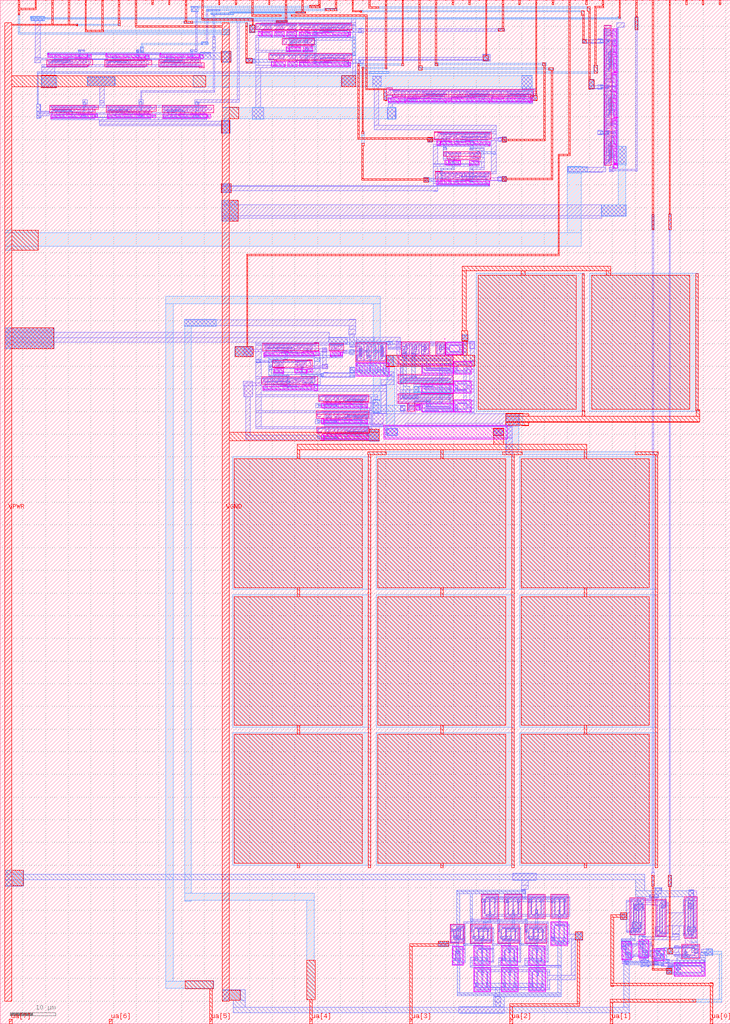
<source format=lef>
VERSION 5.7 ;
  NOWIREEXTENSIONATPIN ON ;
  DIVIDERCHAR "/" ;
  BUSBITCHARS "[]" ;
MACRO tt_um_vks_pll
  CLASS BLOCK ;
  FOREIGN tt_um_vks_pll ;
  ORIGIN 0.000 0.000 ;
  SIZE 161.000 BY 225.760 ;
  PIN clk
    PORT
      LAYER met4 ;
        RECT 154.870 224.760 155.170 225.760 ;
    END
  END clk
  PIN ena
    PORT
      LAYER met4 ;
        RECT 158.550 224.760 158.850 225.760 ;
    END
  END ena
  PIN rst_n
    PORT
      LAYER met4 ;
        RECT 151.190 224.760 151.490 225.760 ;
    END
  END rst_n
  PIN ua[0]
    ANTENNAGATEAREA 5.400000 ;
    PORT
      LAYER met4 ;
        RECT 156.560 0.000 157.160 1.000 ;
    END
  END ua[0]
  PIN ua[1]
    ANTENNADIFFAREA 0.580000 ;
    PORT
      LAYER met4 ;
        RECT 134.480 0.000 135.080 1.000 ;
    END
  END ua[1]
  PIN ua[2]
    ANTENNAGATEAREA 20.799999 ;
    PORT
      LAYER met4 ;
        RECT 112.400 0.000 113.000 1.000 ;
    END
  END ua[2]
  PIN ua[3]
    ANTENNADIFFAREA 2.022500 ;
    PORT
      LAYER met4 ;
        RECT 90.320 0.000 90.920 1.000 ;
    END
  END ua[3]
  PIN ua[4]
    ANTENNAGATEAREA 0.300000 ;
    PORT
      LAYER met4 ;
        RECT 68.240 0.000 68.840 1.000 ;
    END
  END ua[4]
  PIN ua[5]
    ANTENNAGATEAREA 0.159000 ;
    ANTENNADIFFAREA 0.445500 ;
    PORT
      LAYER met4 ;
        RECT 46.160 0.000 46.760 1.000 ;
    END
  END ua[5]
  PIN ua[6]
    PORT
      LAYER met4 ;
        RECT 24.080 0.000 24.680 1.000 ;
    END
  END ua[6]
  PIN ua[7]
    PORT
      LAYER met4 ;
        RECT 2.000 0.000 2.600 1.000 ;
    END
  END ua[7]
  PIN ui_in[0]
    ANTENNAGATEAREA 2.000000 ;
    PORT
      LAYER met4 ;
        RECT 147.510 224.760 147.810 225.760 ;
    END
  END ui_in[0]
  PIN ui_in[1]
    ANTENNAGATEAREA 5.000000 ;
    PORT
      LAYER met4 ;
        RECT 143.830 224.760 144.130 225.760 ;
    END
  END ui_in[1]
  PIN ui_in[2]
    ANTENNAGATEAREA 0.159000 ;
    PORT
      LAYER met4 ;
        RECT 140.150 224.760 140.450 225.760 ;
    END
  END ui_in[2]
  PIN ui_in[3]
    ANTENNAGATEAREA 0.159000 ;
    PORT
      LAYER met4 ;
        RECT 136.470 224.760 136.770 225.760 ;
    END
  END ui_in[3]
  PIN ui_in[4]
    ANTENNAGATEAREA 0.159000 ;
    PORT
      LAYER met4 ;
        RECT 132.790 224.760 133.090 225.760 ;
    END
  END ui_in[4]
  PIN ui_in[5]
    PORT
      LAYER met4 ;
        RECT 129.110 224.760 129.410 225.760 ;
    END
  END ui_in[5]
  PIN ui_in[6]
    ANTENNAGATEAREA 0.159000 ;
    PORT
      LAYER met4 ;
        RECT 125.430 224.760 125.730 225.760 ;
    END
  END ui_in[6]
  PIN ui_in[7]
    PORT
      LAYER met4 ;
        RECT 121.750 224.760 122.050 225.760 ;
    END
  END ui_in[7]
  PIN uio_in[0]
    ANTENNAGATEAREA 0.159000 ;
    PORT
      LAYER met4 ;
        RECT 118.070 224.760 118.370 225.760 ;
    END
  END uio_in[0]
  PIN uio_in[1]
    PORT
      LAYER met4 ;
        RECT 114.390 224.760 114.690 225.760 ;
    END
  END uio_in[1]
  PIN uio_in[2]
    ANTENNAGATEAREA 0.159000 ;
    PORT
      LAYER met4 ;
        RECT 110.710 224.760 111.010 225.760 ;
    END
  END uio_in[2]
  PIN uio_in[3]
    ANTENNAGATEAREA 0.159000 ;
    PORT
      LAYER met4 ;
        RECT 107.030 224.760 107.330 225.760 ;
    END
  END uio_in[3]
  PIN uio_in[4]
    PORT
      LAYER met4 ;
        RECT 103.350 224.760 103.650 225.760 ;
    END
  END uio_in[4]
  PIN uio_in[5]
    PORT
      LAYER met4 ;
        RECT 99.670 224.760 99.970 225.760 ;
    END
  END uio_in[5]
  PIN uio_in[6]
    ANTENNAGATEAREA 0.159000 ;
    PORT
      LAYER met4 ;
        RECT 95.990 224.760 96.290 225.760 ;
    END
  END uio_in[6]
  PIN uio_in[7]
    ANTENNAGATEAREA 0.159000 ;
    PORT
      LAYER met4 ;
        RECT 92.310 224.760 92.610 225.760 ;
    END
  END uio_in[7]
  PIN uio_oe[0]
    ANTENNADIFFAREA 111.885796 ;
    PORT
      LAYER met4 ;
        RECT 29.750 224.760 30.050 225.760 ;
    END
  END uio_oe[0]
  PIN uio_oe[1]
    ANTENNAGATEAREA 0.756000 ;
    ANTENNADIFFAREA 133.305695 ;
    PORT
      LAYER met4 ;
        RECT 26.070 224.760 26.370 225.760 ;
    END
  END uio_oe[1]
  PIN uio_oe[2]
    ANTENNADIFFAREA 111.885796 ;
    PORT
      LAYER met4 ;
        RECT 22.390 224.760 22.690 225.760 ;
    END
  END uio_oe[2]
  PIN uio_oe[3]
    ANTENNADIFFAREA 111.885796 ;
    PORT
      LAYER met4 ;
        RECT 18.710 224.760 19.010 225.760 ;
    END
  END uio_oe[3]
  PIN uio_oe[4]
    ANTENNAGATEAREA 0.756000 ;
    ANTENNADIFFAREA 133.305695 ;
    PORT
      LAYER met4 ;
        RECT 15.030 224.760 15.330 225.760 ;
    END
  END uio_oe[4]
  PIN uio_oe[5]
    ANTENNAGATEAREA 0.756000 ;
    ANTENNADIFFAREA 133.305695 ;
    PORT
      LAYER met4 ;
        RECT 11.350 224.760 11.650 225.760 ;
    END
  END uio_oe[5]
  PIN uio_oe[6]
    ANTENNADIFFAREA 111.885796 ;
    PORT
      LAYER met4 ;
        RECT 7.670 224.760 7.970 225.760 ;
    END
  END uio_oe[6]
  PIN uio_oe[7]
    ANTENNADIFFAREA 111.885796 ;
    PORT
      LAYER met4 ;
        RECT 3.990 224.760 4.290 225.760 ;
    END
  END uio_oe[7]
  PIN uio_out[0]
    PORT
      LAYER met4 ;
        RECT 59.190 224.760 59.490 225.760 ;
    END
  END uio_out[0]
  PIN uio_out[1]
    ANTENNADIFFAREA 0.445500 ;
    PORT
      LAYER met4 ;
        RECT 55.510 224.760 55.810 225.760 ;
    END
  END uio_out[1]
  PIN uio_out[2]
    PORT
      LAYER met4 ;
        RECT 51.830 224.760 52.130 225.760 ;
    END
  END uio_out[2]
  PIN uio_out[3]
    PORT
      LAYER met4 ;
        RECT 48.150 224.760 48.450 225.760 ;
    END
  END uio_out[3]
  PIN uio_out[4]
    ANTENNADIFFAREA 0.891000 ;
    PORT
      LAYER met4 ;
        RECT 44.470 224.760 44.770 225.760 ;
    END
  END uio_out[4]
  PIN uio_out[5]
    ANTENNADIFFAREA 0.891000 ;
    PORT
      LAYER met4 ;
        RECT 40.790 224.760 41.090 225.760 ;
    END
  END uio_out[5]
  PIN uio_out[6]
    PORT
      LAYER met4 ;
        RECT 37.110 224.760 37.410 225.760 ;
    END
  END uio_out[6]
  PIN uio_out[7]
    PORT
      LAYER met4 ;
        RECT 33.430 224.760 33.730 225.760 ;
    END
  END uio_out[7]
  PIN uo_out[0]
    ANTENNAGATEAREA 0.126000 ;
    ANTENNADIFFAREA 0.511500 ;
    PORT
      LAYER met4 ;
        RECT 88.630 224.760 88.930 225.760 ;
    END
  END uo_out[0]
  PIN uo_out[1]
    ANTENNAGATEAREA 0.126000 ;
    ANTENNADIFFAREA 0.511500 ;
    PORT
      LAYER met4 ;
        RECT 84.950 224.760 85.250 225.760 ;
    END
  END uo_out[1]
  PIN uo_out[2]
    ANTENNADIFFAREA 0.445500 ;
    PORT
      LAYER met4 ;
        RECT 81.270 224.760 81.570 225.760 ;
    END
  END uo_out[2]
  PIN uo_out[3]
    ANTENNADIFFAREA 0.445500 ;
    PORT
      LAYER met4 ;
        RECT 77.590 224.760 77.890 225.760 ;
    END
  END uo_out[3]
  PIN uo_out[4]
    ANTENNADIFFAREA 0.429000 ;
    PORT
      LAYER met4 ;
        RECT 73.910 224.760 74.210 225.760 ;
    END
  END uo_out[4]
  PIN uo_out[5]
    ANTENNADIFFAREA 0.429000 ;
    PORT
      LAYER met4 ;
        RECT 70.230 224.760 70.530 225.760 ;
    END
  END uo_out[5]
  PIN uo_out[6]
    ANTENNADIFFAREA 0.445500 ;
    PORT
      LAYER met4 ;
        RECT 66.550 224.760 66.850 225.760 ;
    END
  END uo_out[6]
  PIN uo_out[7]
    ANTENNADIFFAREA 0.445500 ;
    PORT
      LAYER met4 ;
        RECT 62.870 224.760 63.170 225.760 ;
    END
  END uo_out[7]
  PIN VPWR
    USE POWER ;
    PORT
      LAYER met4 ;
        RECT 1.000 5.000 2.500 220.760 ;
    END
  END VPWR
  PIN VGND
    DIRECTION INOUT ;
    USE GROUND ;
    PORT
      LAYER met4 ;
        RECT 49.000 5.000 50.500 220.760 ;
    END
  END VGND
  OBS
      LAYER nwell ;
        RECT 56.330 220.700 57.570 220.710 ;
        RECT 56.330 219.260 77.490 220.700 ;
        RECT 57.570 219.095 77.490 219.260 ;
        RECT 133.180 219.590 134.720 220.270 ;
      LAYER pwell ;
        RECT 56.940 217.870 57.620 218.860 ;
        RECT 57.815 217.895 60.005 218.805 ;
        RECT 60.495 217.895 62.685 218.805 ;
        RECT 63.175 217.895 65.365 218.805 ;
        RECT 65.910 218.575 68.190 218.805 ;
        RECT 71.395 218.575 72.325 218.795 ;
        RECT 65.910 217.895 76.835 218.575 ;
        RECT 76.855 217.980 77.285 218.765 ;
        RECT 59.745 217.705 59.915 217.895 ;
        RECT 62.425 217.705 62.595 217.895 ;
        RECT 65.105 217.705 65.275 217.895 ;
        RECT 76.525 217.705 76.695 217.895 ;
      LAYER nwell ;
        RECT 62.150 215.910 69.210 217.360 ;
        RECT 63.390 215.755 69.210 215.910 ;
      LAYER pwell ;
        RECT 63.060 214.535 63.740 215.430 ;
        RECT 64.735 215.375 66.325 215.465 ;
        RECT 63.755 214.555 66.325 215.375 ;
        RECT 66.775 214.555 68.965 215.465 ;
        RECT 63.755 214.535 63.895 214.555 ;
        RECT 63.060 214.440 63.895 214.535 ;
        RECT 63.725 214.365 63.895 214.440 ;
        RECT 66.865 214.365 67.035 214.555 ;
        RECT 10.565 213.835 10.735 214.025 ;
        RECT 23.365 213.845 23.535 214.035 ;
        RECT 35.275 213.845 35.445 214.035 ;
        RECT 10.425 213.155 19.155 213.835 ;
        RECT 13.940 212.935 14.850 213.155 ;
        RECT 16.390 212.925 19.155 213.155 ;
        RECT 19.170 212.880 20.080 213.770 ;
        RECT 23.225 213.165 31.955 213.845 ;
        RECT 26.740 212.945 27.650 213.165 ;
        RECT 29.190 212.935 31.955 213.165 ;
        RECT 31.980 212.820 32.890 213.710 ;
        RECT 35.135 213.165 43.865 213.845 ;
        RECT 38.650 212.945 39.560 213.165 ;
        RECT 41.100 212.935 43.865 213.165 ;
        RECT 43.880 212.850 44.790 213.740 ;
      LAYER nwell ;
        RECT 10.230 212.580 19.350 212.635 ;
        RECT 10.230 211.510 20.430 212.580 ;
        RECT 23.030 212.540 32.150 212.645 ;
        RECT 10.230 211.030 19.350 211.510 ;
        RECT 23.030 211.500 33.440 212.540 ;
        RECT 34.940 212.000 44.060 212.645 ;
        RECT 59.200 212.570 77.490 214.020 ;
        RECT 60.440 212.415 77.490 212.570 ;
        RECT 23.030 211.040 32.150 211.500 ;
        RECT 34.940 211.040 44.940 212.000 ;
      LAYER pwell ;
        RECT 59.770 211.190 60.450 212.180 ;
        RECT 60.685 211.215 62.875 212.125 ;
        RECT 63.365 211.215 65.555 212.125 ;
        RECT 65.910 211.895 68.190 212.125 ;
        RECT 71.395 211.895 72.325 212.115 ;
        RECT 65.910 211.215 76.835 211.895 ;
        RECT 76.855 211.300 77.285 212.085 ;
      LAYER nwell ;
        RECT 43.900 210.890 44.940 211.040 ;
      LAYER pwell ;
        RECT 62.615 211.025 62.785 211.215 ;
        RECT 65.295 211.025 65.465 211.215 ;
        RECT 76.525 211.025 76.695 211.215 ;
      LAYER nwell ;
        RECT 85.280 206.100 86.400 206.420 ;
        RECT 85.280 204.890 117.670 206.100 ;
        RECT 86.400 204.495 117.670 204.890 ;
      LAYER pwell ;
        RECT 85.520 203.210 86.270 204.260 ;
        RECT 86.605 203.295 87.955 204.205 ;
        RECT 88.175 203.295 89.525 204.205 ;
        RECT 89.775 203.975 92.540 204.205 ;
        RECT 94.080 203.975 94.990 204.195 ;
        RECT 89.775 203.295 98.505 203.975 ;
        RECT 98.715 203.380 99.145 204.165 ;
        RECT 99.375 203.975 102.140 204.205 ;
        RECT 103.680 203.975 104.590 204.195 ;
        RECT 108.285 203.975 111.050 204.205 ;
        RECT 112.590 203.975 113.500 204.195 ;
        RECT 99.375 203.295 108.105 203.975 ;
        RECT 108.285 203.295 117.015 203.975 ;
        RECT 117.035 203.380 117.465 204.165 ;
        RECT 87.655 203.105 87.825 203.295 ;
        RECT 89.225 203.105 89.395 203.295 ;
        RECT 98.195 203.105 98.365 203.295 ;
        RECT 107.795 203.105 107.965 203.295 ;
        RECT 116.705 203.105 116.875 203.295 ;
      LAYER nwell ;
        RECT 10.950 201.730 21.590 202.570 ;
        RECT 23.370 202.560 33.410 202.570 ;
        RECT 10.950 200.965 20.990 201.730 ;
        RECT 23.370 201.220 34.370 202.560 ;
        RECT 45.720 202.550 47.100 202.560 ;
        RECT 23.370 200.965 33.410 201.220 ;
        RECT 35.690 200.960 47.100 202.550 ;
        RECT 35.690 200.945 45.730 200.960 ;
      LAYER pwell ;
        RECT 14.660 200.445 15.570 200.665 ;
        RECT 17.110 200.445 20.795 200.675 ;
        RECT 11.145 199.765 20.795 200.445 ;
        RECT 20.890 199.870 21.500 200.720 ;
        RECT 27.080 200.445 27.990 200.665 ;
        RECT 29.530 200.445 33.215 200.675 ;
        RECT 23.565 199.765 33.215 200.445 ;
        RECT 33.530 199.840 34.290 200.560 ;
        RECT 39.400 200.425 40.310 200.645 ;
        RECT 41.850 200.425 45.535 200.655 ;
        RECT 11.285 199.575 11.455 199.765 ;
        RECT 23.705 199.575 23.875 199.765 ;
        RECT 35.885 199.745 45.535 200.425 ;
        RECT 36.025 199.555 36.195 199.745 ;
        RECT 45.600 199.730 46.390 200.610 ;
      LAYER nwell ;
        RECT 95.710 196.650 97.250 196.690 ;
        RECT 95.710 195.045 108.260 196.650 ;
        RECT 95.710 195.000 97.250 195.045 ;
      LAYER pwell ;
        RECT 96.280 193.790 97.060 194.750 ;
        RECT 97.140 194.525 99.420 194.755 ;
        RECT 102.625 194.525 103.555 194.745 ;
        RECT 97.140 193.845 108.065 194.525 ;
        RECT 107.755 193.655 107.925 193.845 ;
      LAYER nwell ;
        RECT 97.860 192.300 98.770 192.310 ;
        RECT 97.860 192.280 103.320 192.300 ;
        RECT 97.860 191.320 105.880 192.280 ;
        RECT 98.580 190.695 105.880 191.320 ;
        RECT 101.540 190.680 105.880 190.695 ;
        RECT 103.200 190.675 105.880 190.680 ;
      LAYER pwell ;
        RECT 98.070 189.490 98.930 190.450 ;
        RECT 99.925 190.315 101.515 190.405 ;
        RECT 98.945 189.495 101.515 190.315 ;
        RECT 98.945 189.475 99.085 189.495 ;
        RECT 103.445 189.475 105.635 190.385 ;
        RECT 98.915 189.305 99.085 189.475 ;
        RECT 103.535 189.285 103.705 189.475 ;
      LAYER nwell ;
        RECT 133.180 189.320 134.785 219.590 ;
      LAYER pwell ;
        RECT 135.075 215.710 135.985 219.395 ;
        RECT 135.305 214.170 135.985 215.710 ;
        RECT 135.085 213.260 135.985 214.170 ;
        RECT 135.305 210.055 135.985 213.260 ;
        RECT 135.305 209.885 136.175 210.055 ;
        RECT 135.305 209.745 135.985 209.885 ;
        RECT 135.115 209.295 135.900 209.725 ;
        RECT 135.075 205.590 135.985 209.275 ;
        RECT 135.305 204.050 135.985 205.590 ;
        RECT 135.085 203.140 135.985 204.050 ;
        RECT 135.305 199.935 135.985 203.140 ;
        RECT 135.305 199.765 136.175 199.935 ;
        RECT 135.305 199.625 135.985 199.765 ;
        RECT 135.115 199.175 135.900 199.605 ;
        RECT 135.075 195.480 135.985 199.165 ;
        RECT 135.305 193.940 135.985 195.480 ;
        RECT 135.085 193.030 135.985 193.940 ;
        RECT 135.305 189.825 135.985 193.030 ;
        RECT 135.305 189.655 136.175 189.825 ;
        RECT 135.305 189.515 135.985 189.655 ;
        RECT 135.260 189.430 136.050 189.480 ;
        RECT 135.250 188.700 136.050 189.430 ;
      LAYER nwell ;
        RECT 95.930 187.900 97.020 187.970 ;
        RECT 95.930 186.295 108.140 187.900 ;
        RECT 95.930 186.240 97.020 186.295 ;
      LAYER pwell ;
        RECT 96.180 185.100 96.860 185.930 ;
        RECT 97.020 185.775 99.300 186.005 ;
        RECT 102.505 185.775 103.435 185.995 ;
        RECT 97.020 185.095 107.945 185.775 ;
        RECT 107.635 184.905 107.805 185.095 ;
        RECT 98.040 151.020 98.050 151.240 ;
      LAYER nwell ;
        RECT 88.400 150.450 90.510 150.460 ;
        RECT 92.620 150.450 94.730 150.460 ;
        RECT 69.220 150.120 70.240 150.170 ;
        RECT 69.060 150.080 70.240 150.120 ;
        RECT 57.900 148.475 70.240 150.080 ;
        RECT 72.570 148.475 75.710 150.080 ;
        RECT 69.220 148.470 70.240 148.475 ;
      LAYER pwell ;
        RECT 62.605 147.955 63.535 148.175 ;
        RECT 66.740 147.955 69.020 148.185 ;
        RECT 58.095 147.275 69.020 147.955 ;
        RECT 69.040 147.380 70.300 148.290 ;
        RECT 72.815 147.275 75.005 148.185 ;
        RECT 75.075 147.360 75.505 148.145 ;
        RECT 58.235 147.085 58.405 147.275 ;
        RECT 72.905 147.085 73.075 147.275 ;
      LAYER nwell ;
        RECT 62.580 146.380 64.860 146.390 ;
        RECT 67.830 146.380 68.860 146.400 ;
        RECT 62.580 146.330 68.860 146.380 ;
        RECT 60.070 144.775 68.860 146.330 ;
        RECT 78.400 146.000 85.250 150.190 ;
        RECT 88.400 147.470 94.730 150.450 ;
        RECT 96.050 147.470 98.160 150.460 ;
      LAYER pwell ;
        RECT 98.240 147.530 102.100 150.330 ;
      LAYER nwell ;
        RECT 60.070 144.740 64.860 144.775 ;
        RECT 67.830 144.770 68.860 144.775 ;
        RECT 60.070 144.725 62.750 144.740 ;
      LAYER pwell ;
        RECT 60.315 143.525 62.505 144.435 ;
        RECT 64.985 144.395 66.575 144.485 ;
        RECT 64.985 143.575 67.555 144.395 ;
        RECT 67.740 143.710 68.870 144.450 ;
        RECT 67.415 143.555 67.555 143.575 ;
        RECT 62.245 143.335 62.415 143.525 ;
        RECT 67.415 143.385 67.585 143.555 ;
        RECT 78.450 142.820 85.800 145.820 ;
      LAYER nwell ;
        RECT 87.770 145.360 99.960 147.470 ;
      LAYER pwell ;
        RECT 92.920 143.300 99.920 145.310 ;
        RECT 100.020 143.290 103.880 146.090 ;
      LAYER nwell ;
        RECT 57.670 141.080 69.990 142.670 ;
        RECT 87.760 141.120 99.950 143.230 ;
        RECT 57.670 141.065 69.090 141.080 ;
      LAYER pwell ;
        RECT 62.375 140.545 63.305 140.765 ;
        RECT 66.510 140.545 68.790 140.775 ;
        RECT 57.865 139.865 68.790 140.545 ;
        RECT 58.005 139.675 58.175 139.865 ;
        RECT 69.090 139.620 70.000 140.990 ;
        RECT 92.900 139.050 99.900 141.060 ;
        RECT 100.000 139.050 103.860 141.850 ;
      LAYER nwell ;
        RECT 71.240 138.705 81.280 138.710 ;
        RECT 70.220 137.215 81.280 138.705 ;
        RECT 71.240 137.105 81.280 137.215 ;
      LAYER pwell ;
        RECT 70.790 135.820 71.420 136.900 ;
      LAYER nwell ;
        RECT 87.760 136.890 99.950 139.000 ;
        RECT 89.770 136.870 91.380 136.890 ;
      LAYER pwell ;
        RECT 71.435 136.585 75.120 136.815 ;
        RECT 76.660 136.585 77.570 136.805 ;
        RECT 71.435 135.905 81.085 136.585 ;
        RECT 80.775 135.715 80.945 135.905 ;
      LAYER nwell ;
        RECT 69.685 134.420 81.260 135.190 ;
        RECT 89.770 135.120 91.375 136.870 ;
      LAYER pwell ;
        RECT 91.665 136.545 92.575 136.675 ;
        RECT 91.665 136.375 92.765 136.545 ;
        RECT 91.665 135.325 92.575 136.375 ;
        RECT 92.910 134.820 99.910 136.830 ;
        RECT 100.010 134.810 103.870 137.610 ;
      LAYER nwell ;
        RECT 69.680 133.585 81.260 134.420 ;
        RECT 69.680 133.580 71.230 133.585 ;
      LAYER pwell ;
        RECT 70.790 132.310 71.400 133.420 ;
        RECT 71.415 133.065 75.100 133.295 ;
        RECT 76.640 133.065 77.550 133.285 ;
        RECT 71.415 132.385 81.065 133.065 ;
        RECT 80.755 132.195 80.925 132.385 ;
      LAYER nwell ;
        RECT 69.835 130.190 81.320 131.680 ;
        RECT 70.840 130.180 81.320 130.190 ;
        RECT 71.280 130.075 81.320 130.180 ;
      LAYER pwell ;
        RECT 70.800 128.740 71.390 129.940 ;
        RECT 71.475 129.555 75.160 129.785 ;
        RECT 76.700 129.555 77.610 129.775 ;
        RECT 71.475 128.875 81.125 129.555 ;
        RECT 84.570 128.950 111.810 132.020 ;
        RECT 80.815 128.685 80.985 128.875 ;
      LAYER nwell ;
        RECT 106.070 23.170 109.920 28.610 ;
        RECT 111.190 23.170 115.040 28.610 ;
        RECT 116.310 23.160 120.160 28.600 ;
        RECT 121.430 23.160 125.280 28.600 ;
        RECT 99.220 17.770 102.330 21.960 ;
        RECT 103.610 17.710 108.400 21.900 ;
        RECT 109.670 17.710 114.460 21.900 ;
        RECT 115.730 17.700 120.520 21.890 ;
      LAYER pwell ;
        RECT 121.440 17.240 125.190 22.490 ;
      LAYER nwell ;
        RECT 138.850 19.580 142.290 27.770 ;
        RECT 144.600 19.260 146.860 27.450 ;
        RECT 150.880 18.810 153.730 28.000 ;
      LAYER pwell ;
        RECT 99.640 12.870 102.170 17.120 ;
        RECT 104.440 12.940 108.090 17.190 ;
        RECT 110.530 12.920 114.180 17.170 ;
        RECT 116.540 12.930 120.190 17.180 ;
        RECT 137.115 14.065 139.275 18.065 ;
        RECT 140.865 14.525 143.025 18.525 ;
        RECT 144.150 13.860 146.510 16.560 ;
      LAYER nwell ;
        RECT 150.285 14.340 154.245 17.530 ;
      LAYER pwell ;
        RECT 104.400 7.080 108.150 12.330 ;
        RECT 110.500 7.080 114.250 12.330 ;
        RECT 116.580 7.100 120.330 12.350 ;
        RECT 148.630 10.500 155.490 13.500 ;
      LAYER li1 ;
        RECT 56.560 220.595 57.760 220.630 ;
        RECT 56.560 220.425 60.060 220.595 ;
        RECT 60.440 220.425 62.740 220.595 ;
        RECT 63.120 220.425 65.420 220.595 ;
        RECT 65.800 220.425 77.300 220.595 ;
        RECT 56.560 220.420 57.760 220.425 ;
        RECT 56.560 219.510 57.390 220.420 ;
        RECT 57.945 219.965 58.155 220.425 ;
        RECT 58.325 219.475 58.655 220.255 ;
        RECT 58.825 219.625 58.995 220.425 ;
        RECT 57.890 219.455 58.655 219.475 ;
        RECT 59.165 219.455 59.495 220.255 ;
        RECT 57.890 219.285 59.495 219.455 ;
        RECT 59.665 219.285 59.930 220.425 ;
        RECT 60.625 219.965 60.835 220.425 ;
        RECT 61.005 219.475 61.335 220.255 ;
        RECT 61.505 219.625 61.675 220.425 ;
        RECT 60.570 219.455 61.335 219.475 ;
        RECT 61.845 219.455 62.175 220.255 ;
        RECT 60.570 219.285 62.175 219.455 ;
        RECT 62.345 219.285 62.610 220.425 ;
        RECT 63.305 219.965 63.515 220.425 ;
        RECT 63.685 219.475 64.015 220.255 ;
        RECT 64.185 219.625 64.355 220.425 ;
        RECT 63.250 219.455 64.015 219.475 ;
        RECT 64.525 219.455 64.855 220.255 ;
        RECT 63.250 219.285 64.855 219.455 ;
        RECT 65.025 219.285 65.290 220.425 ;
        RECT 57.890 219.280 58.155 219.285 ;
        RECT 57.650 218.800 58.155 219.280 ;
        RECT 58.325 219.110 59.955 219.115 ;
        RECT 60.570 219.110 60.835 219.285 ;
        RECT 58.325 218.880 60.835 219.110 ;
        RECT 58.325 218.865 59.955 218.880 ;
        RECT 57.070 217.900 57.490 218.730 ;
        RECT 57.890 218.695 58.155 218.800 ;
        RECT 60.570 218.695 60.835 218.880 ;
        RECT 61.005 219.110 62.635 219.115 ;
        RECT 63.250 219.110 63.515 219.285 ;
        RECT 66.080 219.235 66.250 220.425 ;
        RECT 66.420 219.870 66.720 220.255 ;
        RECT 66.890 220.045 67.220 220.425 ;
        RECT 67.770 219.995 68.110 220.425 ;
        RECT 66.420 219.325 66.810 219.870 ;
        RECT 68.280 219.825 68.505 220.255 ;
        RECT 68.785 220.045 69.130 220.425 ;
        RECT 69.310 219.875 69.480 220.165 ;
        RECT 69.650 219.965 69.900 220.425 ;
        RECT 67.005 219.655 68.505 219.825 ;
        RECT 61.005 218.880 63.515 219.110 ;
        RECT 61.005 218.865 62.635 218.880 ;
        RECT 63.250 218.695 63.515 218.880 ;
        RECT 63.685 218.865 65.315 219.115 ;
        RECT 57.890 218.515 59.495 218.695 ;
        RECT 60.570 218.515 62.175 218.695 ;
        RECT 63.250 218.515 64.855 218.695 ;
        RECT 57.905 217.900 58.155 218.340 ;
        RECT 58.325 218.045 58.655 218.515 ;
        RECT 57.070 217.875 58.155 217.900 ;
        RECT 58.825 217.875 58.995 218.335 ;
        RECT 59.165 218.045 59.495 218.515 ;
        RECT 59.665 217.875 59.930 218.335 ;
        RECT 60.585 217.875 60.835 218.340 ;
        RECT 61.005 218.045 61.335 218.515 ;
        RECT 61.505 217.875 61.675 218.335 ;
        RECT 61.845 218.045 62.175 218.515 ;
        RECT 62.345 217.875 62.610 218.335 ;
        RECT 63.265 217.875 63.515 218.340 ;
        RECT 63.685 218.045 64.015 218.515 ;
        RECT 64.185 217.875 64.355 218.335 ;
        RECT 64.525 218.045 64.855 218.515 ;
        RECT 65.025 217.875 65.290 218.335 ;
        RECT 66.080 217.875 66.250 218.720 ;
        RECT 66.420 218.615 66.590 219.325 ;
        RECT 67.005 219.115 67.175 219.655 ;
        RECT 67.850 219.585 68.505 219.655 ;
        RECT 68.680 219.705 69.480 219.875 ;
        RECT 70.070 219.915 70.940 220.255 ;
        RECT 66.760 218.785 67.175 219.115 ;
        RECT 66.420 218.100 66.800 218.615 ;
        RECT 66.970 217.875 67.140 218.615 ;
        RECT 67.345 218.055 67.680 219.485 ;
        RECT 67.850 218.675 68.020 219.585 ;
        RECT 68.680 219.115 68.850 219.705 ;
        RECT 70.070 219.535 70.240 219.915 ;
        RECT 71.175 219.795 71.345 220.255 ;
        RECT 71.515 219.965 71.885 220.425 ;
        RECT 72.180 219.825 72.350 220.165 ;
        RECT 72.520 219.995 72.850 220.425 ;
        RECT 73.085 219.825 73.255 220.165 ;
        RECT 69.020 219.365 70.240 219.535 ;
        RECT 70.410 219.455 70.870 219.745 ;
        RECT 71.175 219.625 71.735 219.795 ;
        RECT 72.180 219.655 73.255 219.825 ;
        RECT 73.425 219.925 74.105 220.255 ;
        RECT 74.320 219.925 74.570 220.255 ;
        RECT 74.740 219.965 74.990 220.425 ;
        RECT 75.240 220.240 75.430 220.425 ;
        RECT 71.565 219.485 71.735 219.625 ;
        RECT 70.410 219.445 71.375 219.455 ;
        RECT 70.070 219.275 70.240 219.365 ;
        RECT 70.700 219.285 71.375 219.445 ;
        RECT 68.190 219.085 68.850 219.115 ;
        RECT 68.190 218.865 69.025 219.085 ;
        RECT 68.680 218.785 69.025 218.865 ;
        RECT 67.850 218.505 68.505 218.675 ;
        RECT 67.850 217.875 68.085 218.335 ;
        RECT 68.255 218.135 68.505 218.505 ;
        RECT 68.855 218.255 69.025 218.785 ;
        RECT 69.195 218.825 69.735 219.195 ;
        RECT 70.070 219.105 70.475 219.275 ;
        RECT 69.195 218.425 69.435 218.825 ;
        RECT 69.915 218.655 70.135 218.935 ;
        RECT 69.605 218.485 70.135 218.655 ;
        RECT 69.605 218.255 69.775 218.485 ;
        RECT 70.305 218.325 70.475 219.105 ;
        RECT 70.645 218.495 70.995 219.115 ;
        RECT 71.165 218.495 71.375 219.285 ;
        RECT 71.565 219.315 73.065 219.485 ;
        RECT 71.565 218.625 71.735 219.315 ;
        RECT 73.425 219.145 73.595 219.925 ;
        RECT 74.400 219.795 74.570 219.925 ;
        RECT 71.905 218.975 73.595 219.145 ;
        RECT 73.765 219.365 74.230 219.755 ;
        RECT 74.400 219.625 74.795 219.795 ;
        RECT 71.905 218.795 72.075 218.975 ;
        RECT 68.855 218.085 69.775 218.255 ;
        RECT 69.945 217.875 70.135 218.315 ;
        RECT 70.305 218.045 71.255 218.325 ;
        RECT 71.565 218.235 71.825 218.625 ;
        RECT 72.245 218.555 73.035 218.805 ;
        RECT 71.475 218.065 71.825 218.235 ;
        RECT 72.035 217.875 72.365 218.335 ;
        RECT 73.240 218.265 73.410 218.975 ;
        RECT 73.765 218.775 73.935 219.365 ;
        RECT 73.580 218.555 73.935 218.775 ;
        RECT 74.105 218.555 74.455 219.175 ;
        RECT 74.625 218.265 74.795 219.625 ;
        RECT 75.160 219.455 75.485 220.240 ;
        RECT 74.965 218.405 75.425 219.455 ;
        RECT 73.240 218.095 74.095 218.265 ;
        RECT 74.300 218.095 74.795 218.265 ;
        RECT 74.965 217.875 75.295 218.235 ;
        RECT 75.655 218.135 75.825 220.255 ;
        RECT 75.995 219.925 76.325 220.425 ;
        RECT 76.495 219.755 76.750 220.255 ;
        RECT 76.000 219.585 76.750 219.755 ;
        RECT 76.000 218.595 76.230 219.585 ;
        RECT 76.400 219.080 76.750 219.415 ;
        RECT 76.925 219.260 77.215 220.425 ;
        RECT 133.250 220.080 134.540 220.110 ;
        RECT 133.210 219.580 134.540 220.080 ;
        RECT 133.210 219.350 133.490 219.580 ;
        RECT 133.280 219.305 133.490 219.350 ;
        RECT 136.005 219.305 136.175 219.400 ;
        RECT 133.280 219.250 134.595 219.305 ;
        RECT 76.400 218.800 77.140 219.080 ;
        RECT 133.285 219.055 134.595 219.250 ;
        RECT 135.185 219.055 136.175 219.305 ;
        RECT 76.400 218.765 76.750 218.800 ;
        RECT 76.000 218.425 76.750 218.595 ;
        RECT 75.995 217.875 76.325 218.255 ;
        RECT 76.495 218.135 76.750 218.425 ;
        RECT 76.925 217.875 77.215 218.600 ;
        RECT 133.285 218.380 133.455 219.055 ;
        RECT 133.625 218.670 135.825 218.885 ;
        RECT 133.625 218.550 134.595 218.670 ;
        RECT 135.205 218.630 135.825 218.670 ;
        RECT 133.285 218.165 134.595 218.380 ;
        RECT 57.070 217.710 60.060 217.875 ;
        RECT 57.760 217.705 60.060 217.710 ;
        RECT 60.440 217.705 62.740 217.875 ;
        RECT 63.120 217.705 65.420 217.875 ;
        RECT 65.800 217.705 77.300 217.875 ;
        RECT 133.285 217.305 133.455 218.165 ;
        RECT 134.765 217.975 135.095 218.500 ;
        RECT 136.005 218.460 136.175 219.055 ;
        RECT 135.265 218.130 136.175 218.460 ;
        RECT 133.645 217.905 135.095 217.975 ;
        RECT 133.645 217.705 135.745 217.905 ;
        RECT 133.645 217.645 134.375 217.705 ;
        RECT 135.475 217.645 135.745 217.705 ;
        RECT 136.005 217.310 136.175 218.130 ;
        RECT 62.380 217.255 63.580 217.280 ;
        RECT 62.380 217.085 66.340 217.255 ;
        RECT 66.720 217.085 69.020 217.255 ;
        RECT 133.285 217.130 134.370 217.305 ;
        RECT 135.490 217.140 136.175 217.310 ;
        RECT 62.380 217.080 63.580 217.085 ;
        RECT 62.380 216.160 63.210 217.080 ;
        RECT 63.865 216.415 64.145 217.085 ;
        RECT 63.665 215.775 63.980 216.215 ;
        RECT 64.315 216.195 64.615 216.745 ;
        RECT 64.825 216.365 65.155 217.085 ;
        RECT 65.345 216.365 65.795 216.915 ;
        RECT 64.315 216.025 65.255 216.195 ;
        RECT 65.085 215.775 65.255 216.025 ;
        RECT 63.665 215.525 64.355 215.775 ;
        RECT 64.585 215.525 64.915 215.775 ;
        RECT 65.085 215.445 65.375 215.775 ;
        RECT 65.545 215.770 65.795 216.365 ;
        RECT 65.965 215.945 66.255 217.085 ;
        RECT 66.850 215.945 67.115 217.085 ;
        RECT 67.285 216.115 67.615 216.915 ;
        RECT 67.785 216.285 67.955 217.085 ;
        RECT 68.125 216.135 68.455 216.915 ;
        RECT 68.625 216.625 68.835 217.085 ;
        RECT 133.285 216.460 133.455 217.130 ;
        RECT 134.515 216.970 135.350 217.040 ;
        RECT 134.515 216.960 135.785 216.970 ;
        RECT 133.670 216.850 135.785 216.960 ;
        RECT 133.670 216.805 134.645 216.850 ;
        RECT 133.670 216.630 134.595 216.805 ;
        RECT 135.225 216.795 135.785 216.850 ;
        RECT 133.285 216.290 134.465 216.460 ;
        RECT 68.125 216.115 68.890 216.135 ;
        RECT 67.285 215.945 68.890 216.115 ;
        RECT 66.825 215.770 68.455 215.775 ;
        RECT 65.545 215.525 68.455 215.770 ;
        RECT 65.545 215.520 66.830 215.525 ;
        RECT 65.085 215.355 65.255 215.445 ;
        RECT 63.190 214.540 63.610 215.300 ;
        RECT 63.865 215.165 65.255 215.355 ;
        RECT 63.865 214.805 64.195 215.165 ;
        RECT 65.545 214.995 65.795 215.520 ;
        RECT 68.625 215.355 68.890 215.945 ;
        RECT 64.825 214.540 65.075 214.995 ;
        RECT 65.245 214.705 65.795 214.995 ;
        RECT 63.190 214.535 65.075 214.540 ;
        RECT 65.965 214.535 66.255 215.335 ;
        RECT 67.285 215.175 68.890 215.355 ;
        RECT 133.285 215.545 133.455 216.290 ;
        RECT 134.765 216.130 135.095 216.680 ;
        RECT 135.265 216.640 135.785 216.795 ;
        RECT 136.005 216.470 136.175 217.140 ;
        RECT 135.395 216.300 136.175 216.470 ;
        RECT 134.765 216.120 135.790 216.130 ;
        RECT 133.625 215.930 135.790 216.120 ;
        RECT 133.625 215.780 134.560 215.930 ;
        RECT 135.265 215.800 135.790 215.930 ;
        RECT 133.285 215.230 133.955 215.545 ;
        RECT 66.850 214.535 67.115 214.995 ;
        RECT 67.285 214.705 67.615 215.175 ;
        RECT 67.785 214.535 67.955 214.995 ;
        RECT 68.125 214.705 68.455 215.175 ;
        RECT 68.625 214.535 68.875 215.000 ;
        RECT 63.190 214.370 66.340 214.535 ;
        RECT 63.580 214.365 66.340 214.370 ;
        RECT 66.720 214.365 69.020 214.535 ;
        RECT 10.420 213.855 19.160 214.025 ;
        RECT 23.220 213.865 31.960 214.035 ;
        RECT 35.130 213.865 43.870 214.035 ;
        RECT 59.430 213.915 60.630 213.930 ;
        RECT 10.595 213.305 10.765 213.595 ;
        RECT 10.935 213.475 11.265 213.855 ;
        RECT 10.595 213.135 11.260 213.305 ;
        RECT 10.510 212.315 10.860 212.965 ;
        RECT 11.030 212.145 11.260 213.135 ;
        RECT 10.595 211.975 11.260 212.145 ;
        RECT 10.595 211.475 10.765 211.975 ;
        RECT 10.935 211.305 11.265 211.805 ;
        RECT 11.435 211.475 11.620 213.595 ;
        RECT 11.875 213.395 12.125 213.855 ;
        RECT 12.295 213.405 12.630 213.575 ;
        RECT 12.825 213.405 13.500 213.575 ;
        RECT 12.295 213.265 12.465 213.405 ;
        RECT 11.790 212.275 12.070 213.225 ;
        RECT 12.240 213.135 12.465 213.265 ;
        RECT 12.240 212.030 12.410 213.135 ;
        RECT 12.635 212.985 13.160 213.205 ;
        RECT 12.580 212.220 12.820 212.815 ;
        RECT 12.990 212.285 13.160 212.985 ;
        RECT 13.330 212.625 13.500 213.405 ;
        RECT 13.820 213.355 14.190 213.855 ;
        RECT 14.370 213.405 14.775 213.575 ;
        RECT 14.945 213.405 15.730 213.575 ;
        RECT 14.370 213.175 14.540 213.405 ;
        RECT 13.710 212.875 14.540 213.175 ;
        RECT 14.925 212.905 15.390 213.235 ;
        RECT 13.710 212.845 13.910 212.875 ;
        RECT 14.030 212.625 14.200 212.695 ;
        RECT 13.330 212.455 14.200 212.625 ;
        RECT 13.690 212.365 14.200 212.455 ;
        RECT 12.240 211.900 12.545 212.030 ;
        RECT 12.990 211.920 13.520 212.285 ;
        RECT 11.860 211.305 12.125 211.765 ;
        RECT 12.295 211.475 12.545 211.900 ;
        RECT 13.690 211.750 13.860 212.365 ;
        RECT 12.755 211.580 13.860 211.750 ;
        RECT 14.030 211.305 14.200 212.105 ;
        RECT 14.370 211.805 14.540 212.875 ;
        RECT 14.710 211.975 14.900 212.695 ;
        RECT 15.070 211.945 15.390 212.905 ;
        RECT 15.560 212.945 15.730 213.405 ;
        RECT 16.005 213.325 16.215 213.855 ;
        RECT 16.480 213.115 16.810 213.640 ;
        RECT 16.980 213.245 17.150 213.855 ;
        RECT 17.320 213.200 17.650 213.635 ;
        RECT 17.840 213.325 18.090 213.595 ;
        RECT 18.325 213.395 18.645 213.855 ;
        RECT 17.320 213.115 17.720 213.200 ;
        RECT 16.610 212.945 16.810 213.115 ;
        RECT 17.475 213.075 17.720 213.115 ;
        RECT 15.560 212.615 16.440 212.945 ;
        RECT 16.610 212.615 17.360 212.945 ;
        RECT 14.370 211.475 14.620 211.805 ;
        RECT 15.560 211.775 15.730 212.615 ;
        RECT 16.610 212.410 16.800 212.615 ;
        RECT 17.530 212.495 17.720 213.075 ;
        RECT 17.485 212.445 17.720 212.495 ;
        RECT 15.900 212.035 16.800 212.410 ;
        RECT 17.310 212.365 17.720 212.445 ;
        RECT 17.890 212.945 18.090 213.325 ;
        RECT 18.815 213.030 19.070 213.685 ;
        RECT 19.330 213.040 19.910 213.620 ;
        RECT 23.395 213.315 23.565 213.605 ;
        RECT 23.735 213.485 24.065 213.865 ;
        RECT 23.395 213.145 24.060 213.315 ;
        RECT 17.890 212.615 18.665 212.945 ;
        RECT 14.845 211.605 15.730 211.775 ;
        RECT 15.910 211.305 16.225 211.805 ;
        RECT 16.460 211.475 16.800 212.035 ;
        RECT 16.970 211.305 17.140 212.315 ;
        RECT 17.310 211.520 17.640 212.365 ;
        RECT 17.890 212.225 18.160 212.615 ;
        RECT 18.835 212.460 19.070 213.030 ;
        RECT 17.830 211.495 18.160 212.225 ;
        RECT 18.350 211.305 18.565 212.445 ;
        RECT 18.735 211.475 19.070 212.460 ;
        RECT 19.370 211.740 19.800 212.360 ;
        RECT 23.310 212.325 23.660 212.975 ;
        RECT 23.830 212.155 24.060 213.145 ;
        RECT 23.395 211.985 24.060 212.155 ;
        RECT 10.420 211.300 19.160 211.305 ;
        RECT 19.460 211.300 19.650 211.740 ;
        RECT 23.395 211.485 23.565 211.985 ;
        RECT 23.735 211.315 24.065 211.815 ;
        RECT 24.235 211.485 24.420 213.605 ;
        RECT 24.675 213.405 24.925 213.865 ;
        RECT 25.095 213.415 25.430 213.585 ;
        RECT 25.625 213.415 26.300 213.585 ;
        RECT 25.095 213.275 25.265 213.415 ;
        RECT 24.590 212.285 24.870 213.235 ;
        RECT 25.040 213.145 25.265 213.275 ;
        RECT 25.040 212.040 25.210 213.145 ;
        RECT 25.435 212.995 25.960 213.215 ;
        RECT 25.380 212.230 25.620 212.825 ;
        RECT 25.790 212.295 25.960 212.995 ;
        RECT 26.130 212.635 26.300 213.415 ;
        RECT 26.620 213.365 26.990 213.865 ;
        RECT 27.170 213.415 27.575 213.585 ;
        RECT 27.745 213.415 28.530 213.585 ;
        RECT 27.170 213.185 27.340 213.415 ;
        RECT 26.510 212.885 27.340 213.185 ;
        RECT 27.725 212.915 28.190 213.245 ;
        RECT 26.510 212.855 26.710 212.885 ;
        RECT 26.830 212.635 27.000 212.705 ;
        RECT 26.130 212.465 27.000 212.635 ;
        RECT 26.490 212.375 27.000 212.465 ;
        RECT 25.040 211.910 25.345 212.040 ;
        RECT 25.790 211.930 26.320 212.295 ;
        RECT 24.660 211.315 24.925 211.775 ;
        RECT 25.095 211.485 25.345 211.910 ;
        RECT 26.490 211.760 26.660 212.375 ;
        RECT 25.555 211.590 26.660 211.760 ;
        RECT 26.830 211.315 27.000 212.115 ;
        RECT 27.170 211.815 27.340 212.885 ;
        RECT 27.510 211.985 27.700 212.705 ;
        RECT 27.870 211.955 28.190 212.915 ;
        RECT 28.360 212.955 28.530 213.415 ;
        RECT 28.805 213.335 29.015 213.865 ;
        RECT 29.280 213.125 29.610 213.650 ;
        RECT 29.780 213.255 29.950 213.865 ;
        RECT 30.120 213.210 30.450 213.645 ;
        RECT 30.640 213.335 30.890 213.605 ;
        RECT 31.125 213.405 31.445 213.865 ;
        RECT 30.120 213.125 30.520 213.210 ;
        RECT 29.410 212.955 29.610 213.125 ;
        RECT 30.275 213.085 30.520 213.125 ;
        RECT 28.360 212.625 29.240 212.955 ;
        RECT 29.410 212.625 30.160 212.955 ;
        RECT 27.170 211.485 27.420 211.815 ;
        RECT 28.360 211.785 28.530 212.625 ;
        RECT 29.410 212.420 29.600 212.625 ;
        RECT 30.330 212.505 30.520 213.085 ;
        RECT 30.285 212.455 30.520 212.505 ;
        RECT 28.700 212.045 29.600 212.420 ;
        RECT 30.110 212.375 30.520 212.455 ;
        RECT 30.690 212.955 30.890 213.335 ;
        RECT 31.615 213.040 31.870 213.695 ;
        RECT 30.690 212.625 31.465 212.955 ;
        RECT 27.645 211.615 28.530 211.785 ;
        RECT 28.710 211.315 29.025 211.815 ;
        RECT 29.260 211.485 29.600 212.045 ;
        RECT 29.770 211.315 29.940 212.325 ;
        RECT 30.110 211.530 30.440 212.375 ;
        RECT 30.690 212.235 30.960 212.625 ;
        RECT 31.635 212.470 31.870 213.040 ;
        RECT 32.140 212.980 32.720 213.560 ;
        RECT 35.305 213.315 35.475 213.605 ;
        RECT 35.645 213.485 35.975 213.865 ;
        RECT 35.305 213.145 35.970 213.315 ;
        RECT 35.220 212.890 35.570 212.975 ;
        RECT 35.210 212.630 35.570 212.890 ;
        RECT 30.630 211.505 30.960 212.235 ;
        RECT 31.150 211.315 31.365 212.455 ;
        RECT 31.535 211.485 31.870 212.470 ;
        RECT 35.220 212.325 35.570 212.630 ;
        RECT 32.170 211.720 32.640 212.280 ;
        RECT 35.740 212.155 35.970 213.145 ;
        RECT 35.305 211.985 35.970 212.155 ;
        RECT 10.420 211.135 19.650 211.300 ;
        RECT 23.220 211.310 31.960 211.315 ;
        RECT 32.200 211.310 32.420 211.720 ;
        RECT 35.305 211.485 35.475 211.985 ;
        RECT 35.645 211.315 35.975 211.815 ;
        RECT 36.145 211.485 36.330 213.605 ;
        RECT 36.585 213.405 36.835 213.865 ;
        RECT 37.005 213.415 37.340 213.585 ;
        RECT 37.535 213.415 38.210 213.585 ;
        RECT 37.005 213.275 37.175 213.415 ;
        RECT 36.500 212.285 36.780 213.235 ;
        RECT 36.950 213.145 37.175 213.275 ;
        RECT 36.950 212.040 37.120 213.145 ;
        RECT 37.345 212.995 37.870 213.215 ;
        RECT 37.290 212.230 37.530 212.825 ;
        RECT 37.700 212.295 37.870 212.995 ;
        RECT 38.040 212.635 38.210 213.415 ;
        RECT 38.530 213.365 38.900 213.865 ;
        RECT 39.080 213.415 39.485 213.585 ;
        RECT 39.655 213.415 40.440 213.585 ;
        RECT 39.080 213.185 39.250 213.415 ;
        RECT 38.420 212.885 39.250 213.185 ;
        RECT 39.635 212.915 40.100 213.245 ;
        RECT 38.420 212.855 38.620 212.885 ;
        RECT 38.740 212.635 38.910 212.705 ;
        RECT 38.040 212.465 38.910 212.635 ;
        RECT 38.400 212.375 38.910 212.465 ;
        RECT 36.950 211.910 37.255 212.040 ;
        RECT 37.700 211.930 38.230 212.295 ;
        RECT 36.570 211.315 36.835 211.775 ;
        RECT 37.005 211.485 37.255 211.910 ;
        RECT 38.400 211.760 38.570 212.375 ;
        RECT 37.465 211.590 38.570 211.760 ;
        RECT 38.740 211.315 38.910 212.115 ;
        RECT 39.080 211.815 39.250 212.885 ;
        RECT 39.420 211.985 39.610 212.705 ;
        RECT 39.780 211.955 40.100 212.915 ;
        RECT 40.270 212.955 40.440 213.415 ;
        RECT 40.715 213.335 40.925 213.865 ;
        RECT 41.190 213.125 41.520 213.650 ;
        RECT 41.690 213.255 41.860 213.865 ;
        RECT 42.030 213.210 42.360 213.645 ;
        RECT 42.550 213.335 42.800 213.605 ;
        RECT 43.035 213.405 43.355 213.865 ;
        RECT 59.430 213.745 62.930 213.915 ;
        RECT 63.310 213.745 65.610 213.915 ;
        RECT 65.800 213.745 77.300 213.915 ;
        RECT 59.430 213.740 60.630 213.745 ;
        RECT 42.030 213.125 42.430 213.210 ;
        RECT 41.320 212.955 41.520 213.125 ;
        RECT 42.185 213.085 42.430 213.125 ;
        RECT 40.270 212.625 41.150 212.955 ;
        RECT 41.320 212.625 42.070 212.955 ;
        RECT 39.080 211.485 39.330 211.815 ;
        RECT 40.270 211.785 40.440 212.625 ;
        RECT 41.320 212.420 41.510 212.625 ;
        RECT 42.240 212.505 42.430 213.085 ;
        RECT 42.195 212.455 42.430 212.505 ;
        RECT 40.610 212.045 41.510 212.420 ;
        RECT 42.020 212.375 42.430 212.455 ;
        RECT 42.600 212.955 42.800 213.335 ;
        RECT 43.525 213.040 43.780 213.695 ;
        RECT 42.600 212.625 43.375 212.955 ;
        RECT 39.555 211.615 40.440 211.785 ;
        RECT 40.620 211.315 40.935 211.815 ;
        RECT 41.170 211.485 41.510 212.045 ;
        RECT 41.680 211.315 41.850 212.325 ;
        RECT 42.020 211.530 42.350 212.375 ;
        RECT 42.600 212.235 42.870 212.625 ;
        RECT 43.545 212.470 43.780 213.040 ;
        RECT 44.040 213.010 44.620 213.590 ;
        RECT 59.430 212.820 60.260 213.740 ;
        RECT 60.815 213.285 61.025 213.745 ;
        RECT 61.195 212.795 61.525 213.575 ;
        RECT 61.695 212.945 61.865 213.745 ;
        RECT 60.760 212.775 61.525 212.795 ;
        RECT 62.035 212.775 62.365 213.575 ;
        RECT 60.760 212.630 62.365 212.775 ;
        RECT 42.540 211.505 42.870 212.235 ;
        RECT 43.060 211.315 43.275 212.455 ;
        RECT 43.445 211.485 43.780 212.470 ;
        RECT 60.470 212.605 62.365 212.630 ;
        RECT 62.535 212.605 62.800 213.745 ;
        RECT 63.495 213.285 63.705 213.745 ;
        RECT 63.875 212.795 64.205 213.575 ;
        RECT 64.375 212.945 64.545 213.745 ;
        RECT 63.440 212.775 64.205 212.795 ;
        RECT 64.715 212.775 65.045 213.575 ;
        RECT 63.440 212.605 65.045 212.775 ;
        RECT 65.215 212.605 65.480 213.745 ;
        RECT 60.470 212.130 61.025 212.605 ;
        RECT 61.195 212.430 62.825 212.435 ;
        RECT 63.440 212.430 63.705 212.605 ;
        RECT 66.080 212.555 66.250 213.745 ;
        RECT 66.420 213.190 66.720 213.575 ;
        RECT 66.890 213.365 67.220 213.745 ;
        RECT 67.770 213.315 68.110 213.745 ;
        RECT 66.420 212.645 66.810 213.190 ;
        RECT 68.280 213.145 68.505 213.575 ;
        RECT 68.785 213.365 69.130 213.745 ;
        RECT 69.310 213.195 69.480 213.485 ;
        RECT 69.650 213.285 69.900 213.745 ;
        RECT 67.005 212.975 68.505 213.145 ;
        RECT 61.195 212.190 63.705 212.430 ;
        RECT 61.195 212.185 62.825 212.190 ;
        RECT 23.220 211.145 32.420 211.310 ;
        RECT 35.130 211.310 43.870 211.315 ;
        RECT 44.180 211.310 44.450 211.780 ;
        RECT 35.130 211.145 44.450 211.310 ;
        RECT 31.650 211.140 32.420 211.145 ;
        RECT 43.550 211.140 44.450 211.145 ;
        RECT 18.810 211.110 19.650 211.135 ;
        RECT 32.200 211.130 32.420 211.140 ;
        RECT 44.180 211.120 44.450 211.140 ;
        RECT 59.900 211.210 60.320 212.050 ;
        RECT 60.760 212.015 61.025 212.130 ;
        RECT 63.440 212.015 63.705 212.190 ;
        RECT 63.875 212.185 65.505 212.435 ;
        RECT 60.760 211.835 62.365 212.015 ;
        RECT 63.440 211.835 65.045 212.015 ;
        RECT 60.775 211.210 61.025 211.660 ;
        RECT 61.195 211.365 61.525 211.835 ;
        RECT 59.900 211.195 61.025 211.210 ;
        RECT 61.695 211.195 61.865 211.655 ;
        RECT 62.035 211.365 62.365 211.835 ;
        RECT 62.535 211.195 62.800 211.655 ;
        RECT 63.455 211.195 63.705 211.660 ;
        RECT 63.875 211.365 64.205 211.835 ;
        RECT 64.375 211.195 64.545 211.655 ;
        RECT 64.715 211.365 65.045 211.835 ;
        RECT 65.215 211.195 65.480 211.655 ;
        RECT 66.080 211.195 66.250 212.040 ;
        RECT 66.420 211.935 66.590 212.645 ;
        RECT 67.005 212.435 67.175 212.975 ;
        RECT 67.850 212.905 68.505 212.975 ;
        RECT 68.680 213.025 69.480 213.195 ;
        RECT 70.070 213.235 70.940 213.575 ;
        RECT 66.760 212.105 67.175 212.435 ;
        RECT 66.420 211.420 66.800 211.935 ;
        RECT 66.970 211.195 67.140 211.935 ;
        RECT 67.345 211.375 67.680 212.805 ;
        RECT 67.850 211.995 68.020 212.905 ;
        RECT 68.680 212.435 68.850 213.025 ;
        RECT 70.070 212.855 70.240 213.235 ;
        RECT 71.175 213.115 71.345 213.575 ;
        RECT 71.515 213.285 71.885 213.745 ;
        RECT 72.180 213.145 72.350 213.485 ;
        RECT 72.520 213.315 72.850 213.745 ;
        RECT 73.085 213.145 73.255 213.485 ;
        RECT 69.020 212.685 70.240 212.855 ;
        RECT 70.410 212.775 70.870 213.065 ;
        RECT 71.175 212.945 71.735 213.115 ;
        RECT 72.180 212.975 73.255 213.145 ;
        RECT 73.425 213.245 74.105 213.575 ;
        RECT 74.320 213.245 74.570 213.575 ;
        RECT 74.740 213.285 74.990 213.745 ;
        RECT 75.230 213.560 75.420 213.745 ;
        RECT 71.565 212.805 71.735 212.945 ;
        RECT 70.410 212.765 71.375 212.775 ;
        RECT 70.070 212.595 70.240 212.685 ;
        RECT 70.700 212.605 71.375 212.765 ;
        RECT 68.190 212.405 68.850 212.435 ;
        RECT 68.190 212.185 69.025 212.405 ;
        RECT 68.680 212.105 69.025 212.185 ;
        RECT 67.850 211.825 68.505 211.995 ;
        RECT 67.850 211.195 68.085 211.655 ;
        RECT 68.255 211.455 68.505 211.825 ;
        RECT 68.855 211.575 69.025 212.105 ;
        RECT 69.195 212.145 69.735 212.515 ;
        RECT 70.070 212.425 70.475 212.595 ;
        RECT 69.195 211.745 69.435 212.145 ;
        RECT 69.915 211.975 70.135 212.255 ;
        RECT 69.605 211.805 70.135 211.975 ;
        RECT 69.605 211.575 69.775 211.805 ;
        RECT 70.305 211.645 70.475 212.425 ;
        RECT 70.645 211.815 70.995 212.435 ;
        RECT 71.165 211.815 71.375 212.605 ;
        RECT 71.565 212.635 73.065 212.805 ;
        RECT 71.565 211.945 71.735 212.635 ;
        RECT 73.425 212.465 73.595 213.245 ;
        RECT 74.400 213.115 74.570 213.245 ;
        RECT 71.905 212.295 73.595 212.465 ;
        RECT 73.765 212.685 74.230 213.075 ;
        RECT 74.400 212.945 74.795 213.115 ;
        RECT 71.905 212.115 72.075 212.295 ;
        RECT 68.855 211.405 69.775 211.575 ;
        RECT 69.945 211.195 70.135 211.635 ;
        RECT 70.305 211.365 71.255 211.645 ;
        RECT 71.565 211.555 71.825 211.945 ;
        RECT 72.245 211.875 73.035 212.125 ;
        RECT 71.475 211.385 71.825 211.555 ;
        RECT 72.035 211.195 72.365 211.655 ;
        RECT 73.240 211.585 73.410 212.295 ;
        RECT 73.765 212.095 73.935 212.685 ;
        RECT 73.580 211.875 73.935 212.095 ;
        RECT 74.105 211.875 74.455 212.495 ;
        RECT 74.625 211.585 74.795 212.945 ;
        RECT 75.160 212.775 75.485 213.560 ;
        RECT 74.965 211.725 75.425 212.775 ;
        RECT 73.240 211.415 74.095 211.585 ;
        RECT 74.300 211.415 74.795 211.585 ;
        RECT 74.965 211.195 75.295 211.555 ;
        RECT 75.655 211.455 75.825 213.575 ;
        RECT 75.995 213.245 76.325 213.745 ;
        RECT 76.495 213.075 76.750 213.575 ;
        RECT 76.000 212.905 76.750 213.075 ;
        RECT 76.000 211.915 76.230 212.905 ;
        RECT 76.400 212.085 76.750 212.735 ;
        RECT 76.925 212.580 77.215 213.745 ;
        RECT 133.285 213.520 133.455 215.230 ;
        RECT 134.185 215.220 134.560 215.780 ;
        RECT 134.765 215.050 135.095 215.760 ;
        RECT 136.005 215.535 136.175 216.300 ;
        RECT 135.475 215.325 136.175 215.535 ;
        RECT 133.755 214.880 135.725 215.050 ;
        RECT 133.755 214.165 133.925 214.880 ;
        RECT 134.095 214.390 135.385 214.710 ;
        RECT 135.055 214.245 135.385 214.390 ;
        RECT 135.555 214.265 135.725 214.880 ;
        RECT 134.125 214.030 134.845 214.220 ;
        RECT 133.625 213.860 133.955 213.940 ;
        RECT 135.555 213.860 135.725 214.095 ;
        RECT 133.625 213.690 135.725 213.860 ;
        RECT 133.285 213.350 134.255 213.520 ;
        RECT 134.515 213.350 134.845 213.520 ;
        RECT 76.000 211.745 76.750 211.915 ;
        RECT 75.995 211.195 76.325 211.575 ;
        RECT 76.495 211.455 76.750 211.745 ;
        RECT 76.925 211.195 77.215 211.920 ;
        RECT 133.285 211.445 133.455 213.350 ;
        RECT 134.515 213.180 134.775 213.350 ;
        RECT 135.025 213.230 135.325 213.690 ;
        RECT 136.005 213.510 136.175 215.325 ;
        RECT 133.730 213.010 134.775 213.180 ;
        RECT 134.995 213.030 135.325 213.230 ;
        RECT 135.505 213.140 136.175 213.510 ;
        RECT 133.730 212.075 133.900 213.010 ;
        RECT 134.070 212.480 134.435 212.840 ;
        RECT 134.605 212.820 134.775 213.010 ;
        RECT 134.605 212.650 135.725 212.820 ;
        RECT 134.070 212.310 135.355 212.480 ;
        RECT 134.370 211.900 134.965 212.140 ;
        RECT 135.135 211.955 135.355 212.310 ;
        RECT 135.555 212.145 135.725 212.650 ;
        RECT 133.625 211.730 134.180 211.865 ;
        RECT 135.555 211.785 135.725 211.950 ;
        RECT 135.285 211.730 135.725 211.785 ;
        RECT 133.625 211.615 135.725 211.730 ;
        RECT 134.050 211.560 135.415 211.615 ;
        RECT 136.005 211.445 136.175 213.140 ;
        RECT 59.900 211.030 62.930 211.195 ;
        RECT 60.630 211.025 62.930 211.030 ;
        RECT 63.310 211.025 65.610 211.195 ;
        RECT 65.800 211.025 77.300 211.195 ;
        RECT 133.285 211.180 133.915 211.445 ;
        RECT 133.285 210.585 133.455 211.180 ;
        RECT 134.425 211.110 135.375 211.390 ;
        RECT 135.545 211.195 136.175 211.445 ;
        RECT 133.625 210.755 135.745 210.940 ;
        RECT 136.005 210.585 136.175 211.195 ;
        RECT 133.285 210.255 133.955 210.585 ;
        RECT 134.125 210.350 135.455 210.580 ;
        RECT 133.285 209.655 133.455 210.255 ;
        RECT 134.125 210.085 134.295 210.350 ;
        RECT 133.625 209.915 134.295 210.085 ;
        RECT 134.465 209.830 135.115 210.180 ;
        RECT 135.285 210.085 135.455 210.350 ;
        RECT 135.625 210.255 136.175 210.585 ;
        RECT 135.285 209.915 135.745 210.085 ;
        RECT 133.285 209.365 134.620 209.655 ;
        RECT 133.285 209.185 133.455 209.365 ;
        RECT 133.285 208.935 134.595 209.185 ;
        RECT 133.285 208.260 133.455 208.935 ;
        RECT 134.820 208.765 134.990 209.830 ;
        RECT 136.005 209.655 136.175 210.255 ;
        RECT 135.280 209.365 136.175 209.655 ;
        RECT 136.005 209.185 136.175 209.365 ;
        RECT 135.185 208.935 136.175 209.185 ;
        RECT 133.625 208.550 135.825 208.765 ;
        RECT 133.625 208.430 134.595 208.550 ;
        RECT 135.205 208.510 135.825 208.550 ;
        RECT 133.285 208.045 134.595 208.260 ;
        RECT 133.285 207.185 133.455 208.045 ;
        RECT 134.765 207.855 135.095 208.380 ;
        RECT 136.005 208.340 136.175 208.935 ;
        RECT 135.265 208.010 136.175 208.340 ;
        RECT 133.645 207.785 135.095 207.855 ;
        RECT 133.645 207.585 135.745 207.785 ;
        RECT 133.645 207.525 134.375 207.585 ;
        RECT 135.475 207.525 135.745 207.585 ;
        RECT 136.005 207.190 136.175 208.010 ;
        RECT 133.285 207.010 134.370 207.185 ;
        RECT 135.490 207.020 136.175 207.190 ;
        RECT 133.285 206.340 133.455 207.010 ;
        RECT 134.515 206.850 135.350 206.920 ;
        RECT 134.515 206.840 135.785 206.850 ;
        RECT 133.670 206.730 135.785 206.840 ;
        RECT 133.670 206.685 134.645 206.730 ;
        RECT 133.670 206.510 134.595 206.685 ;
        RECT 135.225 206.675 135.785 206.730 ;
        RECT 85.640 206.020 86.150 206.180 ;
        RECT 133.285 206.170 134.465 206.340 ;
        RECT 85.640 205.830 87.970 206.020 ;
        RECT 85.640 205.140 86.150 205.830 ;
        RECT 86.590 205.825 87.970 205.830 ;
        RECT 88.160 205.825 89.540 205.995 ;
        RECT 89.770 205.825 98.510 205.995 ;
        RECT 98.700 205.825 99.160 205.995 ;
        RECT 99.370 205.825 108.110 205.995 ;
        RECT 108.280 205.825 117.480 205.995 ;
        RECT 86.735 204.685 86.945 205.825 ;
        RECT 87.115 204.675 87.445 205.655 ;
        RECT 87.615 204.685 87.845 205.825 ;
        RECT 88.305 204.685 88.515 205.825 ;
        RECT 88.685 204.675 89.015 205.655 ;
        RECT 89.185 204.685 89.415 205.825 ;
        RECT 86.320 204.500 86.570 204.620 ;
        RECT 87.115 204.500 87.365 204.675 ;
        RECT 86.320 204.300 87.365 204.500 ;
        RECT 86.320 204.170 86.570 204.300 ;
        RECT 85.650 203.340 86.140 204.130 ;
        RECT 86.735 203.340 86.945 204.095 ;
        RECT 87.115 204.075 87.365 204.300 ;
        RECT 87.535 204.510 87.865 204.515 ;
        RECT 88.685 204.510 88.935 204.675 ;
        RECT 89.860 204.670 90.195 205.655 ;
        RECT 90.365 204.685 90.580 205.825 ;
        RECT 90.770 204.905 91.100 205.635 ;
        RECT 87.535 204.270 88.935 204.510 ;
        RECT 87.535 204.265 87.865 204.270 ;
        RECT 87.115 203.445 87.445 204.075 ;
        RECT 85.650 203.275 86.945 203.340 ;
        RECT 87.615 203.275 87.845 204.095 ;
        RECT 88.305 203.275 88.515 204.095 ;
        RECT 88.685 204.075 88.935 204.270 ;
        RECT 89.105 204.265 89.435 204.515 ;
        RECT 89.860 204.100 90.095 204.670 ;
        RECT 90.770 204.515 91.040 204.905 ;
        RECT 91.290 204.765 91.620 205.610 ;
        RECT 91.790 204.815 91.960 205.825 ;
        RECT 92.130 205.095 92.470 205.655 ;
        RECT 92.705 205.325 93.020 205.825 ;
        RECT 93.200 205.355 94.085 205.525 ;
        RECT 90.265 204.185 91.040 204.515 ;
        RECT 88.685 203.445 89.015 204.075 ;
        RECT 89.185 203.275 89.415 204.095 ;
        RECT 89.860 203.445 90.115 204.100 ;
        RECT 90.840 203.805 91.040 204.185 ;
        RECT 91.210 204.685 91.620 204.765 ;
        RECT 92.130 204.720 93.030 205.095 ;
        RECT 91.210 204.635 91.445 204.685 ;
        RECT 91.210 204.055 91.400 204.635 ;
        RECT 92.130 204.515 92.320 204.720 ;
        RECT 93.200 204.515 93.370 205.355 ;
        RECT 94.310 205.325 94.560 205.655 ;
        RECT 91.570 204.185 92.320 204.515 ;
        RECT 92.490 204.185 93.370 204.515 ;
        RECT 91.210 204.015 91.455 204.055 ;
        RECT 92.120 204.015 92.320 204.185 ;
        RECT 91.210 203.930 91.610 204.015 ;
        RECT 90.285 203.275 90.605 203.735 ;
        RECT 90.840 203.535 91.090 203.805 ;
        RECT 91.280 203.495 91.610 203.930 ;
        RECT 91.780 203.275 91.950 203.885 ;
        RECT 92.120 203.490 92.450 204.015 ;
        RECT 92.715 203.275 92.925 203.805 ;
        RECT 93.200 203.725 93.370 204.185 ;
        RECT 93.540 204.225 93.860 205.185 ;
        RECT 94.030 204.435 94.220 205.155 ;
        RECT 94.390 204.255 94.560 205.325 ;
        RECT 94.730 205.025 94.900 205.825 ;
        RECT 95.070 205.380 96.175 205.550 ;
        RECT 95.070 204.765 95.240 205.380 ;
        RECT 96.385 205.230 96.635 205.655 ;
        RECT 96.805 205.365 97.070 205.825 ;
        RECT 95.410 204.845 95.940 205.210 ;
        RECT 96.385 205.100 96.690 205.230 ;
        RECT 94.730 204.675 95.240 204.765 ;
        RECT 94.730 204.505 95.600 204.675 ;
        RECT 94.730 204.435 94.900 204.505 ;
        RECT 95.020 204.255 95.220 204.285 ;
        RECT 93.540 203.895 94.005 204.225 ;
        RECT 94.390 203.955 95.220 204.255 ;
        RECT 94.390 203.725 94.560 203.955 ;
        RECT 93.200 203.555 93.985 203.725 ;
        RECT 94.155 203.555 94.560 203.725 ;
        RECT 94.740 203.275 95.110 203.775 ;
        RECT 95.430 203.725 95.600 204.505 ;
        RECT 95.770 204.145 95.940 204.845 ;
        RECT 96.110 204.315 96.350 204.910 ;
        RECT 95.770 203.925 96.295 204.145 ;
        RECT 96.520 203.995 96.690 205.100 ;
        RECT 96.465 203.865 96.690 203.995 ;
        RECT 96.860 203.905 97.140 204.855 ;
        RECT 96.465 203.725 96.635 203.865 ;
        RECT 95.430 203.555 96.105 203.725 ;
        RECT 96.300 203.555 96.635 203.725 ;
        RECT 96.805 203.275 97.055 203.735 ;
        RECT 97.310 203.535 97.495 205.655 ;
        RECT 97.665 205.325 97.995 205.825 ;
        RECT 98.165 205.155 98.335 205.655 ;
        RECT 97.670 204.985 98.335 205.155 ;
        RECT 97.670 203.995 97.900 204.985 ;
        RECT 98.070 204.480 98.420 204.815 ;
        RECT 98.785 204.660 99.075 205.825 ;
        RECT 99.460 204.670 99.795 205.655 ;
        RECT 99.965 204.685 100.180 205.825 ;
        RECT 100.370 204.905 100.700 205.635 ;
        RECT 99.460 204.480 99.695 204.670 ;
        RECT 100.370 204.515 100.640 204.905 ;
        RECT 100.890 204.765 101.220 205.610 ;
        RECT 101.390 204.815 101.560 205.825 ;
        RECT 101.730 205.095 102.070 205.655 ;
        RECT 102.305 205.325 102.620 205.825 ;
        RECT 102.800 205.355 103.685 205.525 ;
        RECT 98.070 204.200 99.695 204.480 ;
        RECT 98.070 204.165 98.420 204.200 ;
        RECT 99.460 204.100 99.695 204.200 ;
        RECT 99.865 204.185 100.640 204.515 ;
        RECT 97.670 203.825 98.335 203.995 ;
        RECT 97.665 203.275 97.995 203.655 ;
        RECT 98.165 203.535 98.335 203.825 ;
        RECT 98.785 203.275 99.075 204.000 ;
        RECT 99.460 203.445 99.715 204.100 ;
        RECT 100.440 203.805 100.640 204.185 ;
        RECT 100.810 204.685 101.220 204.765 ;
        RECT 101.730 204.720 102.630 205.095 ;
        RECT 100.810 204.635 101.045 204.685 ;
        RECT 100.810 204.055 101.000 204.635 ;
        RECT 101.730 204.515 101.920 204.720 ;
        RECT 102.800 204.515 102.970 205.355 ;
        RECT 103.910 205.325 104.160 205.655 ;
        RECT 101.170 204.185 101.920 204.515 ;
        RECT 102.090 204.185 102.970 204.515 ;
        RECT 100.810 204.015 101.055 204.055 ;
        RECT 101.720 204.015 101.920 204.185 ;
        RECT 100.810 203.930 101.210 204.015 ;
        RECT 99.885 203.275 100.205 203.735 ;
        RECT 100.440 203.535 100.690 203.805 ;
        RECT 100.880 203.495 101.210 203.930 ;
        RECT 101.380 203.275 101.550 203.885 ;
        RECT 101.720 203.490 102.050 204.015 ;
        RECT 102.315 203.275 102.525 203.805 ;
        RECT 102.800 203.725 102.970 204.185 ;
        RECT 103.140 204.225 103.460 205.185 ;
        RECT 103.630 204.435 103.820 205.155 ;
        RECT 103.990 204.255 104.160 205.325 ;
        RECT 104.330 205.025 104.500 205.825 ;
        RECT 104.670 205.380 105.775 205.550 ;
        RECT 104.670 204.765 104.840 205.380 ;
        RECT 105.985 205.230 106.235 205.655 ;
        RECT 106.405 205.365 106.670 205.825 ;
        RECT 105.010 204.845 105.540 205.210 ;
        RECT 105.985 205.100 106.290 205.230 ;
        RECT 104.330 204.675 104.840 204.765 ;
        RECT 104.330 204.505 105.200 204.675 ;
        RECT 104.330 204.435 104.500 204.505 ;
        RECT 104.620 204.255 104.820 204.285 ;
        RECT 103.140 203.895 103.605 204.225 ;
        RECT 103.990 203.955 104.820 204.255 ;
        RECT 103.990 203.725 104.160 203.955 ;
        RECT 102.800 203.555 103.585 203.725 ;
        RECT 103.755 203.555 104.160 203.725 ;
        RECT 104.340 203.275 104.710 203.775 ;
        RECT 105.030 203.725 105.200 204.505 ;
        RECT 105.370 204.145 105.540 204.845 ;
        RECT 105.710 204.315 105.950 204.910 ;
        RECT 105.370 203.925 105.895 204.145 ;
        RECT 106.120 203.995 106.290 205.100 ;
        RECT 106.065 203.865 106.290 203.995 ;
        RECT 106.460 203.905 106.740 204.855 ;
        RECT 106.065 203.725 106.235 203.865 ;
        RECT 105.030 203.555 105.705 203.725 ;
        RECT 105.900 203.555 106.235 203.725 ;
        RECT 106.405 203.275 106.655 203.735 ;
        RECT 106.910 203.535 107.095 205.655 ;
        RECT 107.265 205.325 107.595 205.825 ;
        RECT 107.765 205.155 107.935 205.655 ;
        RECT 107.270 204.985 107.935 205.155 ;
        RECT 107.270 203.995 107.500 204.985 ;
        RECT 107.670 204.790 108.020 204.815 ;
        RECT 108.370 204.790 108.705 205.655 ;
        RECT 107.670 204.670 108.705 204.790 ;
        RECT 108.875 204.685 109.090 205.825 ;
        RECT 109.280 204.905 109.610 205.635 ;
        RECT 107.670 204.460 108.605 204.670 ;
        RECT 109.280 204.515 109.550 204.905 ;
        RECT 109.800 204.765 110.130 205.610 ;
        RECT 110.300 204.815 110.470 205.825 ;
        RECT 110.640 205.095 110.980 205.655 ;
        RECT 111.215 205.325 111.530 205.825 ;
        RECT 111.710 205.355 112.595 205.525 ;
        RECT 107.670 204.165 108.020 204.460 ;
        RECT 108.370 204.100 108.605 204.460 ;
        RECT 108.775 204.185 109.550 204.515 ;
        RECT 107.270 203.825 107.935 203.995 ;
        RECT 107.265 203.275 107.595 203.655 ;
        RECT 107.765 203.535 107.935 203.825 ;
        RECT 108.370 203.445 108.625 204.100 ;
        RECT 109.350 203.805 109.550 204.185 ;
        RECT 109.720 204.685 110.130 204.765 ;
        RECT 110.640 204.720 111.540 205.095 ;
        RECT 109.720 204.635 109.955 204.685 ;
        RECT 109.720 204.055 109.910 204.635 ;
        RECT 110.640 204.515 110.830 204.720 ;
        RECT 111.710 204.515 111.880 205.355 ;
        RECT 112.820 205.325 113.070 205.655 ;
        RECT 110.080 204.185 110.830 204.515 ;
        RECT 111.000 204.185 111.880 204.515 ;
        RECT 109.720 204.015 109.965 204.055 ;
        RECT 110.630 204.015 110.830 204.185 ;
        RECT 109.720 203.930 110.120 204.015 ;
        RECT 108.795 203.275 109.115 203.735 ;
        RECT 109.350 203.535 109.600 203.805 ;
        RECT 109.790 203.495 110.120 203.930 ;
        RECT 110.290 203.275 110.460 203.885 ;
        RECT 110.630 203.490 110.960 204.015 ;
        RECT 111.225 203.275 111.435 203.805 ;
        RECT 111.710 203.725 111.880 204.185 ;
        RECT 112.050 204.225 112.370 205.185 ;
        RECT 112.540 204.435 112.730 205.155 ;
        RECT 112.900 204.255 113.070 205.325 ;
        RECT 113.240 205.025 113.410 205.825 ;
        RECT 113.580 205.380 114.685 205.550 ;
        RECT 113.580 204.765 113.750 205.380 ;
        RECT 114.895 205.230 115.145 205.655 ;
        RECT 115.315 205.365 115.580 205.825 ;
        RECT 113.920 204.845 114.450 205.210 ;
        RECT 114.895 205.100 115.200 205.230 ;
        RECT 113.240 204.675 113.750 204.765 ;
        RECT 113.240 204.505 114.110 204.675 ;
        RECT 113.240 204.435 113.410 204.505 ;
        RECT 113.530 204.255 113.730 204.285 ;
        RECT 112.050 203.895 112.515 204.225 ;
        RECT 112.900 203.955 113.730 204.255 ;
        RECT 112.900 203.725 113.070 203.955 ;
        RECT 111.710 203.555 112.495 203.725 ;
        RECT 112.665 203.555 113.070 203.725 ;
        RECT 113.250 203.275 113.620 203.775 ;
        RECT 113.940 203.725 114.110 204.505 ;
        RECT 114.280 204.145 114.450 204.845 ;
        RECT 114.620 204.315 114.860 204.910 ;
        RECT 114.280 203.925 114.805 204.145 ;
        RECT 115.030 203.995 115.200 205.100 ;
        RECT 114.975 203.865 115.200 203.995 ;
        RECT 115.370 203.905 115.650 204.855 ;
        RECT 114.975 203.725 115.145 203.865 ;
        RECT 113.940 203.555 114.615 203.725 ;
        RECT 114.810 203.555 115.145 203.725 ;
        RECT 115.315 203.275 115.565 203.735 ;
        RECT 115.820 203.535 116.005 205.655 ;
        RECT 116.175 205.325 116.505 205.825 ;
        RECT 116.675 205.155 116.845 205.655 ;
        RECT 116.180 204.985 116.845 205.155 ;
        RECT 116.180 203.995 116.410 204.985 ;
        RECT 116.580 204.360 116.930 204.815 ;
        RECT 117.105 204.660 117.395 205.825 ;
        RECT 133.285 205.425 133.455 206.170 ;
        RECT 134.765 206.010 135.095 206.560 ;
        RECT 135.265 206.520 135.785 206.675 ;
        RECT 136.005 206.350 136.175 207.020 ;
        RECT 135.395 206.180 136.175 206.350 ;
        RECT 134.765 206.000 135.790 206.010 ;
        RECT 133.625 205.810 135.790 206.000 ;
        RECT 133.625 205.660 134.560 205.810 ;
        RECT 135.265 205.680 135.790 205.810 ;
        RECT 133.285 205.110 133.955 205.425 ;
        RECT 116.580 204.190 117.510 204.360 ;
        RECT 116.580 204.165 116.930 204.190 ;
        RECT 116.180 203.825 116.845 203.995 ;
        RECT 116.175 203.275 116.505 203.655 ;
        RECT 116.675 203.535 116.845 203.825 ;
        RECT 117.105 203.275 117.395 204.000 ;
        RECT 133.285 203.400 133.455 205.110 ;
        RECT 134.185 205.100 134.560 205.660 ;
        RECT 134.765 204.930 135.095 205.640 ;
        RECT 136.005 205.415 136.175 206.180 ;
        RECT 135.475 205.205 136.175 205.415 ;
        RECT 133.755 204.760 135.725 204.930 ;
        RECT 133.755 204.045 133.925 204.760 ;
        RECT 134.095 204.270 135.385 204.590 ;
        RECT 135.055 204.125 135.385 204.270 ;
        RECT 135.555 204.145 135.725 204.760 ;
        RECT 134.125 203.910 134.845 204.100 ;
        RECT 133.625 203.740 133.955 203.820 ;
        RECT 135.555 203.740 135.725 203.975 ;
        RECT 133.625 203.570 135.725 203.740 ;
        RECT 85.650 203.110 87.970 203.275 ;
        RECT 86.590 203.105 87.970 203.110 ;
        RECT 88.160 203.105 89.540 203.275 ;
        RECT 89.770 203.105 98.510 203.275 ;
        RECT 98.700 203.105 99.160 203.275 ;
        RECT 99.370 203.105 108.110 203.275 ;
        RECT 108.280 203.105 117.480 203.275 ;
        RECT 133.285 203.230 134.255 203.400 ;
        RECT 134.515 203.230 134.845 203.400 ;
        RECT 20.480 202.465 20.800 202.470 ;
        RECT 11.140 202.295 20.800 202.465 ;
        RECT 23.560 202.295 33.220 202.465 ;
        RECT 11.315 201.625 11.485 202.125 ;
        RECT 11.655 201.795 11.985 202.295 ;
        RECT 11.315 201.455 11.980 201.625 ;
        RECT 11.230 200.635 11.580 201.285 ;
        RECT 11.750 200.465 11.980 201.455 ;
        RECT 11.315 200.295 11.980 200.465 ;
        RECT 11.315 200.005 11.485 200.295 ;
        RECT 11.655 199.745 11.985 200.125 ;
        RECT 12.155 200.005 12.340 202.125 ;
        RECT 12.580 201.835 12.845 202.295 ;
        RECT 13.015 201.700 13.265 202.125 ;
        RECT 13.475 201.850 14.580 202.020 ;
        RECT 12.960 201.570 13.265 201.700 ;
        RECT 12.510 200.375 12.790 201.325 ;
        RECT 12.960 200.465 13.130 201.570 ;
        RECT 13.300 200.785 13.540 201.380 ;
        RECT 13.710 201.315 14.240 201.680 ;
        RECT 13.710 200.615 13.880 201.315 ;
        RECT 14.410 201.235 14.580 201.850 ;
        RECT 14.750 201.495 14.920 202.295 ;
        RECT 15.090 201.795 15.340 202.125 ;
        RECT 15.565 201.825 16.450 201.995 ;
        RECT 14.410 201.145 14.920 201.235 ;
        RECT 12.960 200.335 13.185 200.465 ;
        RECT 13.355 200.395 13.880 200.615 ;
        RECT 14.050 200.975 14.920 201.145 ;
        RECT 12.595 199.745 12.845 200.205 ;
        RECT 13.015 200.195 13.185 200.335 ;
        RECT 14.050 200.195 14.220 200.975 ;
        RECT 14.750 200.905 14.920 200.975 ;
        RECT 14.430 200.725 14.630 200.755 ;
        RECT 15.090 200.725 15.260 201.795 ;
        RECT 15.430 200.905 15.620 201.625 ;
        RECT 14.430 200.425 15.260 200.725 ;
        RECT 15.790 200.695 16.110 201.655 ;
        RECT 13.015 200.025 13.350 200.195 ;
        RECT 13.545 200.025 14.220 200.195 ;
        RECT 14.540 199.745 14.910 200.245 ;
        RECT 15.090 200.195 15.260 200.425 ;
        RECT 15.645 200.365 16.110 200.695 ;
        RECT 16.280 200.985 16.450 201.825 ;
        RECT 16.630 201.795 16.945 202.295 ;
        RECT 17.180 201.565 17.520 202.125 ;
        RECT 16.620 201.190 17.520 201.565 ;
        RECT 17.690 201.285 17.860 202.295 ;
        RECT 17.330 200.985 17.520 201.190 ;
        RECT 18.030 201.235 18.360 202.080 ;
        RECT 18.530 201.380 18.705 202.295 ;
        RECT 19.045 201.375 19.375 202.105 ;
        RECT 18.030 201.155 18.440 201.235 ;
        RECT 18.205 201.105 18.440 201.155 ;
        RECT 16.280 200.655 17.160 200.985 ;
        RECT 17.330 200.655 18.080 200.985 ;
        RECT 16.280 200.195 16.450 200.655 ;
        RECT 17.330 200.485 17.530 200.655 ;
        RECT 18.250 200.525 18.440 201.105 ;
        RECT 18.195 200.485 18.440 200.525 ;
        RECT 15.090 200.025 15.495 200.195 ;
        RECT 15.665 200.025 16.450 200.195 ;
        RECT 16.725 199.745 16.935 200.275 ;
        RECT 17.200 199.960 17.530 200.485 ;
        RECT 18.040 200.400 18.440 200.485 ;
        RECT 19.105 200.985 19.375 201.375 ;
        RECT 19.565 201.155 19.780 202.295 ;
        RECT 20.455 202.260 20.800 202.295 ;
        RECT 19.950 201.155 20.285 202.125 ;
        RECT 20.455 202.000 21.360 202.260 ;
        RECT 20.455 201.155 20.705 202.000 ;
        RECT 23.735 201.625 23.905 202.125 ;
        RECT 24.075 201.795 24.405 202.295 ;
        RECT 23.735 201.455 24.400 201.625 ;
        RECT 19.105 200.655 19.900 200.985 ;
        RECT 17.700 199.745 17.870 200.355 ;
        RECT 18.040 199.965 18.370 200.400 ;
        RECT 19.105 200.275 19.305 200.655 ;
        RECT 20.070 200.545 20.285 201.155 ;
        RECT 23.650 200.635 24.000 201.285 ;
        RECT 18.540 199.745 18.710 200.260 ;
        RECT 19.045 200.005 19.305 200.275 ;
        RECT 19.530 199.745 19.860 200.485 ;
        RECT 20.030 199.925 20.285 200.545 ;
        RECT 20.455 200.470 20.705 200.565 ;
        RECT 20.455 200.230 21.410 200.470 ;
        RECT 24.170 200.465 24.400 201.455 ;
        RECT 23.735 200.295 24.400 200.465 ;
        RECT 20.455 199.745 20.705 200.230 ;
        RECT 23.735 200.005 23.905 200.295 ;
        RECT 24.075 199.745 24.405 200.125 ;
        RECT 24.575 200.005 24.760 202.125 ;
        RECT 25.000 201.835 25.265 202.295 ;
        RECT 25.435 201.700 25.685 202.125 ;
        RECT 25.895 201.850 27.000 202.020 ;
        RECT 25.380 201.570 25.685 201.700 ;
        RECT 24.930 200.375 25.210 201.325 ;
        RECT 25.380 200.465 25.550 201.570 ;
        RECT 25.720 200.785 25.960 201.380 ;
        RECT 26.130 201.315 26.660 201.680 ;
        RECT 26.130 200.615 26.300 201.315 ;
        RECT 26.830 201.235 27.000 201.850 ;
        RECT 27.170 201.495 27.340 202.295 ;
        RECT 27.510 201.795 27.760 202.125 ;
        RECT 27.985 201.825 28.870 201.995 ;
        RECT 26.830 201.145 27.340 201.235 ;
        RECT 25.380 200.335 25.605 200.465 ;
        RECT 25.775 200.395 26.300 200.615 ;
        RECT 26.470 200.975 27.340 201.145 ;
        RECT 25.015 199.745 25.265 200.205 ;
        RECT 25.435 200.195 25.605 200.335 ;
        RECT 26.470 200.195 26.640 200.975 ;
        RECT 27.170 200.905 27.340 200.975 ;
        RECT 26.850 200.725 27.050 200.755 ;
        RECT 27.510 200.725 27.680 201.795 ;
        RECT 27.850 200.905 28.040 201.625 ;
        RECT 26.850 200.425 27.680 200.725 ;
        RECT 28.210 200.695 28.530 201.655 ;
        RECT 25.435 200.025 25.770 200.195 ;
        RECT 25.965 200.025 26.640 200.195 ;
        RECT 26.960 199.745 27.330 200.245 ;
        RECT 27.510 200.195 27.680 200.425 ;
        RECT 28.065 200.365 28.530 200.695 ;
        RECT 28.700 200.985 28.870 201.825 ;
        RECT 29.050 201.795 29.365 202.295 ;
        RECT 29.600 201.565 29.940 202.125 ;
        RECT 29.040 201.190 29.940 201.565 ;
        RECT 30.110 201.285 30.280 202.295 ;
        RECT 29.750 200.985 29.940 201.190 ;
        RECT 30.450 201.235 30.780 202.080 ;
        RECT 30.950 201.380 31.125 202.295 ;
        RECT 31.465 201.375 31.795 202.105 ;
        RECT 30.450 201.155 30.860 201.235 ;
        RECT 30.625 201.105 30.860 201.155 ;
        RECT 28.700 200.655 29.580 200.985 ;
        RECT 29.750 200.655 30.500 200.985 ;
        RECT 28.700 200.195 28.870 200.655 ;
        RECT 29.750 200.485 29.950 200.655 ;
        RECT 30.670 200.525 30.860 201.105 ;
        RECT 30.615 200.485 30.860 200.525 ;
        RECT 27.510 200.025 27.915 200.195 ;
        RECT 28.085 200.025 28.870 200.195 ;
        RECT 29.145 199.745 29.355 200.275 ;
        RECT 29.620 199.960 29.950 200.485 ;
        RECT 30.460 200.400 30.860 200.485 ;
        RECT 31.525 200.985 31.795 201.375 ;
        RECT 31.985 201.155 32.200 202.295 ;
        RECT 32.370 201.155 32.705 202.125 ;
        RECT 32.875 201.990 33.125 202.295 ;
        RECT 35.880 202.275 45.540 202.445 ;
        RECT 32.875 201.650 34.030 201.990 ;
        RECT 32.875 201.155 33.125 201.650 ;
        RECT 36.055 201.605 36.225 202.105 ;
        RECT 36.395 201.775 36.725 202.275 ;
        RECT 36.055 201.435 36.720 201.605 ;
        RECT 31.525 200.655 32.320 200.985 ;
        RECT 30.120 199.745 30.290 200.355 ;
        RECT 30.460 199.965 30.790 200.400 ;
        RECT 31.525 200.275 31.725 200.655 ;
        RECT 32.490 200.545 32.705 201.155 ;
        RECT 35.970 200.615 36.320 201.265 ;
        RECT 30.960 199.745 31.130 200.260 ;
        RECT 31.465 200.005 31.725 200.275 ;
        RECT 31.950 199.745 32.280 200.485 ;
        RECT 32.450 199.925 32.705 200.545 ;
        RECT 32.875 200.330 33.125 200.565 ;
        RECT 36.490 200.445 36.720 201.435 ;
        RECT 32.875 200.020 34.030 200.330 ;
        RECT 36.055 200.275 36.720 200.445 ;
        RECT 32.875 199.745 33.125 200.020 ;
        RECT 36.055 199.985 36.225 200.275 ;
        RECT 11.140 199.575 20.800 199.745 ;
        RECT 23.560 199.575 33.220 199.745 ;
        RECT 36.395 199.725 36.725 200.105 ;
        RECT 36.895 199.985 37.080 202.105 ;
        RECT 37.320 201.815 37.585 202.275 ;
        RECT 37.755 201.680 38.005 202.105 ;
        RECT 38.215 201.830 39.320 202.000 ;
        RECT 37.700 201.550 38.005 201.680 ;
        RECT 37.250 200.355 37.530 201.305 ;
        RECT 37.700 200.445 37.870 201.550 ;
        RECT 38.040 200.765 38.280 201.360 ;
        RECT 38.450 201.295 38.980 201.660 ;
        RECT 38.450 200.595 38.620 201.295 ;
        RECT 39.150 201.215 39.320 201.830 ;
        RECT 39.490 201.475 39.660 202.275 ;
        RECT 39.830 201.775 40.080 202.105 ;
        RECT 40.305 201.805 41.190 201.975 ;
        RECT 39.150 201.125 39.660 201.215 ;
        RECT 37.700 200.315 37.925 200.445 ;
        RECT 38.095 200.375 38.620 200.595 ;
        RECT 38.790 200.955 39.660 201.125 ;
        RECT 37.335 199.725 37.585 200.185 ;
        RECT 37.755 200.175 37.925 200.315 ;
        RECT 38.790 200.175 38.960 200.955 ;
        RECT 39.490 200.885 39.660 200.955 ;
        RECT 39.170 200.705 39.370 200.735 ;
        RECT 39.830 200.705 40.000 201.775 ;
        RECT 40.170 200.885 40.360 201.605 ;
        RECT 39.170 200.405 40.000 200.705 ;
        RECT 40.530 200.675 40.850 201.635 ;
        RECT 37.755 200.005 38.090 200.175 ;
        RECT 38.285 200.005 38.960 200.175 ;
        RECT 39.280 199.725 39.650 200.225 ;
        RECT 39.830 200.175 40.000 200.405 ;
        RECT 40.385 200.345 40.850 200.675 ;
        RECT 41.020 200.965 41.190 201.805 ;
        RECT 41.370 201.775 41.685 202.275 ;
        RECT 41.920 201.545 42.260 202.105 ;
        RECT 41.360 201.170 42.260 201.545 ;
        RECT 42.430 201.265 42.600 202.275 ;
        RECT 42.070 200.965 42.260 201.170 ;
        RECT 42.770 201.215 43.100 202.060 ;
        RECT 43.270 201.360 43.445 202.275 ;
        RECT 43.785 201.355 44.115 202.085 ;
        RECT 42.770 201.135 43.180 201.215 ;
        RECT 42.945 201.085 43.180 201.135 ;
        RECT 41.020 200.635 41.900 200.965 ;
        RECT 42.070 200.635 42.820 200.965 ;
        RECT 41.020 200.175 41.190 200.635 ;
        RECT 42.070 200.465 42.270 200.635 ;
        RECT 42.990 200.505 43.180 201.085 ;
        RECT 42.935 200.465 43.180 200.505 ;
        RECT 39.830 200.005 40.235 200.175 ;
        RECT 40.405 200.005 41.190 200.175 ;
        RECT 41.465 199.725 41.675 200.255 ;
        RECT 41.940 199.940 42.270 200.465 ;
        RECT 42.780 200.380 43.180 200.465 ;
        RECT 43.845 200.965 44.115 201.355 ;
        RECT 44.305 201.135 44.520 202.275 ;
        RECT 44.690 201.135 45.025 202.105 ;
        RECT 45.195 202.010 45.445 202.275 ;
        RECT 45.195 201.570 46.690 202.010 ;
        RECT 45.195 201.135 45.445 201.570 ;
        RECT 133.285 201.325 133.455 203.230 ;
        RECT 134.515 203.060 134.775 203.230 ;
        RECT 135.025 203.110 135.325 203.570 ;
        RECT 136.005 203.390 136.175 205.205 ;
        RECT 133.730 202.890 134.775 203.060 ;
        RECT 134.995 202.910 135.325 203.110 ;
        RECT 135.505 203.020 136.175 203.390 ;
        RECT 133.730 201.955 133.900 202.890 ;
        RECT 134.070 202.360 134.435 202.720 ;
        RECT 134.605 202.700 134.775 202.890 ;
        RECT 134.605 202.530 135.725 202.700 ;
        RECT 134.070 202.190 135.355 202.360 ;
        RECT 134.370 201.780 134.965 202.020 ;
        RECT 135.135 201.835 135.355 202.190 ;
        RECT 135.555 202.025 135.725 202.530 ;
        RECT 133.625 201.610 134.180 201.745 ;
        RECT 135.555 201.665 135.725 201.830 ;
        RECT 135.285 201.610 135.725 201.665 ;
        RECT 133.625 201.495 135.725 201.610 ;
        RECT 134.050 201.440 135.415 201.495 ;
        RECT 136.005 201.325 136.175 203.020 ;
        RECT 43.845 200.635 44.640 200.965 ;
        RECT 42.440 199.725 42.610 200.335 ;
        RECT 42.780 199.945 43.110 200.380 ;
        RECT 43.845 200.255 44.045 200.635 ;
        RECT 44.810 200.525 45.025 201.135 ;
        RECT 133.285 201.060 133.915 201.325 ;
        RECT 43.280 199.725 43.450 200.240 ;
        RECT 43.785 199.985 44.045 200.255 ;
        RECT 44.270 199.725 44.600 200.465 ;
        RECT 44.770 199.905 45.025 200.525 ;
        RECT 45.195 200.380 45.445 200.545 ;
        RECT 133.285 200.465 133.455 201.060 ;
        RECT 134.425 200.990 135.375 201.270 ;
        RECT 135.545 201.075 136.175 201.325 ;
        RECT 133.625 200.635 135.745 200.820 ;
        RECT 136.005 200.465 136.175 201.075 ;
        RECT 45.195 200.010 46.100 200.380 ;
        RECT 133.285 200.135 133.955 200.465 ;
        RECT 134.125 200.230 135.455 200.460 ;
        RECT 45.195 199.725 45.445 200.010 ;
        RECT 35.880 199.555 45.540 199.725 ;
        RECT 133.285 199.535 133.455 200.135 ;
        RECT 134.125 199.965 134.295 200.230 ;
        RECT 133.625 199.795 134.295 199.965 ;
        RECT 134.465 199.710 135.115 200.060 ;
        RECT 135.285 199.965 135.455 200.230 ;
        RECT 135.625 200.135 136.175 200.465 ;
        RECT 135.285 199.795 135.745 199.965 ;
        RECT 133.285 199.245 134.620 199.535 ;
        RECT 133.285 199.075 133.455 199.245 ;
        RECT 133.285 198.825 134.595 199.075 ;
        RECT 133.285 198.150 133.455 198.825 ;
        RECT 134.810 198.660 134.990 199.710 ;
        RECT 136.005 199.535 136.175 200.135 ;
        RECT 135.280 199.245 136.175 199.535 ;
        RECT 136.005 199.075 136.175 199.245 ;
        RECT 135.185 198.825 136.175 199.075 ;
        RECT 134.740 198.655 134.990 198.660 ;
        RECT 133.625 198.440 135.825 198.655 ;
        RECT 133.625 198.320 134.595 198.440 ;
        RECT 135.205 198.400 135.825 198.440 ;
        RECT 133.285 197.935 134.595 198.150 ;
        RECT 133.285 197.075 133.455 197.935 ;
        RECT 134.765 197.745 135.095 198.270 ;
        RECT 136.005 198.230 136.175 198.825 ;
        RECT 135.265 197.900 136.175 198.230 ;
        RECT 133.645 197.675 135.095 197.745 ;
        RECT 133.645 197.475 135.745 197.675 ;
        RECT 133.645 197.415 134.375 197.475 ;
        RECT 135.475 197.415 135.745 197.475 ;
        RECT 136.005 197.080 136.175 197.900 ;
        RECT 133.285 196.900 134.370 197.075 ;
        RECT 135.490 196.910 136.175 197.080 ;
        RECT 96.530 196.550 96.880 196.570 ;
        RECT 96.530 196.545 97.090 196.550 ;
        RECT 96.530 196.375 108.070 196.545 ;
        RECT 96.530 196.370 97.090 196.375 ;
        RECT 96.530 195.600 96.880 196.370 ;
        RECT 97.310 195.185 97.480 196.375 ;
        RECT 97.650 195.820 97.950 196.205 ;
        RECT 98.120 195.995 98.450 196.375 ;
        RECT 99.000 195.945 99.340 196.375 ;
        RECT 97.650 195.275 98.040 195.820 ;
        RECT 99.510 195.775 99.735 196.205 ;
        RECT 100.015 195.995 100.360 196.375 ;
        RECT 100.540 195.825 100.710 196.115 ;
        RECT 100.880 195.915 101.130 196.375 ;
        RECT 98.235 195.605 99.735 195.775 ;
        RECT 96.420 193.870 96.940 194.610 ;
        RECT 97.310 193.870 97.480 194.670 ;
        RECT 97.650 194.565 97.820 195.275 ;
        RECT 98.235 195.065 98.405 195.605 ;
        RECT 99.080 195.535 99.735 195.605 ;
        RECT 99.910 195.655 100.710 195.825 ;
        RECT 101.300 195.865 102.170 196.205 ;
        RECT 97.990 194.735 98.405 195.065 ;
        RECT 97.650 194.050 98.030 194.565 ;
        RECT 96.420 193.825 97.480 193.870 ;
        RECT 98.200 193.825 98.370 194.565 ;
        RECT 98.575 194.005 98.910 195.435 ;
        RECT 99.080 194.625 99.250 195.535 ;
        RECT 99.910 195.065 100.080 195.655 ;
        RECT 101.300 195.485 101.470 195.865 ;
        RECT 102.405 195.745 102.575 196.205 ;
        RECT 102.745 195.915 103.115 196.375 ;
        RECT 103.410 195.775 103.580 196.115 ;
        RECT 103.750 195.945 104.080 196.375 ;
        RECT 104.315 195.775 104.485 196.115 ;
        RECT 100.250 195.315 101.470 195.485 ;
        RECT 101.640 195.405 102.100 195.695 ;
        RECT 102.405 195.575 102.965 195.745 ;
        RECT 103.410 195.605 104.485 195.775 ;
        RECT 104.655 195.875 105.335 196.205 ;
        RECT 105.550 195.875 105.800 196.205 ;
        RECT 105.970 195.915 106.220 196.375 ;
        RECT 106.420 196.190 106.680 196.375 ;
        RECT 102.795 195.435 102.965 195.575 ;
        RECT 101.640 195.395 102.605 195.405 ;
        RECT 101.300 195.225 101.470 195.315 ;
        RECT 101.930 195.235 102.605 195.395 ;
        RECT 99.420 195.035 100.080 195.065 ;
        RECT 99.420 194.815 100.255 195.035 ;
        RECT 99.910 194.735 100.255 194.815 ;
        RECT 99.080 194.455 99.735 194.625 ;
        RECT 99.080 193.825 99.315 194.285 ;
        RECT 99.485 194.085 99.735 194.455 ;
        RECT 100.085 194.205 100.255 194.735 ;
        RECT 100.425 194.775 100.965 195.145 ;
        RECT 101.300 195.055 101.705 195.225 ;
        RECT 100.425 194.375 100.665 194.775 ;
        RECT 101.145 194.605 101.365 194.885 ;
        RECT 100.835 194.435 101.365 194.605 ;
        RECT 100.835 194.205 101.005 194.435 ;
        RECT 101.535 194.275 101.705 195.055 ;
        RECT 101.875 194.445 102.225 195.065 ;
        RECT 102.395 194.445 102.605 195.235 ;
        RECT 102.795 195.265 104.295 195.435 ;
        RECT 102.795 194.575 102.965 195.265 ;
        RECT 104.655 195.095 104.825 195.875 ;
        RECT 105.630 195.745 105.800 195.875 ;
        RECT 103.135 194.925 104.825 195.095 ;
        RECT 104.995 195.315 105.460 195.705 ;
        RECT 105.630 195.575 106.025 195.745 ;
        RECT 103.135 194.745 103.305 194.925 ;
        RECT 100.085 194.035 101.005 194.205 ;
        RECT 101.175 193.825 101.365 194.265 ;
        RECT 101.535 193.995 102.485 194.275 ;
        RECT 102.795 194.185 103.055 194.575 ;
        RECT 103.475 194.505 104.265 194.755 ;
        RECT 102.705 194.015 103.055 194.185 ;
        RECT 103.265 193.825 103.595 194.285 ;
        RECT 104.470 194.215 104.640 194.925 ;
        RECT 104.995 194.725 105.165 195.315 ;
        RECT 104.810 194.505 105.165 194.725 ;
        RECT 105.335 194.505 105.685 195.125 ;
        RECT 105.855 194.215 106.025 195.575 ;
        RECT 106.390 195.405 106.715 196.190 ;
        RECT 106.195 194.355 106.655 195.405 ;
        RECT 104.470 194.045 105.325 194.215 ;
        RECT 105.530 194.045 106.025 194.215 ;
        RECT 106.195 193.825 106.525 194.185 ;
        RECT 106.885 194.085 107.055 196.205 ;
        RECT 107.225 195.875 107.555 196.375 ;
        RECT 133.285 196.230 133.455 196.900 ;
        RECT 134.515 196.740 135.350 196.810 ;
        RECT 134.515 196.730 135.785 196.740 ;
        RECT 133.670 196.620 135.785 196.730 ;
        RECT 133.670 196.575 134.645 196.620 ;
        RECT 133.670 196.400 134.595 196.575 ;
        RECT 135.225 196.565 135.785 196.620 ;
        RECT 107.725 195.705 107.980 196.205 ;
        RECT 107.230 195.535 107.980 195.705 ;
        RECT 133.285 196.060 134.465 196.230 ;
        RECT 107.230 194.545 107.460 195.535 ;
        RECT 107.630 195.350 107.980 195.365 ;
        RECT 107.630 194.750 110.570 195.350 ;
        RECT 133.285 195.315 133.455 196.060 ;
        RECT 134.765 195.900 135.095 196.450 ;
        RECT 135.265 196.410 135.785 196.565 ;
        RECT 136.005 196.240 136.175 196.910 ;
        RECT 135.395 196.070 136.175 196.240 ;
        RECT 134.765 195.890 135.790 195.900 ;
        RECT 133.625 195.700 135.790 195.890 ;
        RECT 133.625 195.550 134.560 195.700 ;
        RECT 135.265 195.570 135.790 195.700 ;
        RECT 133.285 195.000 133.955 195.315 ;
        RECT 107.630 194.715 107.980 194.750 ;
        RECT 107.230 194.375 107.980 194.545 ;
        RECT 107.225 193.825 107.555 194.205 ;
        RECT 107.725 194.085 107.980 194.375 ;
        RECT 96.420 193.655 108.070 193.825 ;
        RECT 96.420 193.640 97.330 193.655 ;
        RECT 133.285 193.290 133.455 195.000 ;
        RECT 134.185 194.990 134.560 195.550 ;
        RECT 134.765 194.820 135.095 195.530 ;
        RECT 136.005 195.305 136.175 196.070 ;
        RECT 135.475 195.095 136.175 195.305 ;
        RECT 133.755 194.650 135.725 194.820 ;
        RECT 133.755 193.935 133.925 194.650 ;
        RECT 134.095 194.160 135.385 194.480 ;
        RECT 135.055 194.015 135.385 194.160 ;
        RECT 135.555 194.035 135.725 194.650 ;
        RECT 134.125 193.800 134.845 193.990 ;
        RECT 133.625 193.630 133.955 193.710 ;
        RECT 135.555 193.630 135.725 193.865 ;
        RECT 133.625 193.460 135.725 193.630 ;
        RECT 133.285 193.120 134.255 193.290 ;
        RECT 134.515 193.120 134.845 193.290 ;
        RECT 98.070 192.195 98.830 192.220 ;
        RECT 98.070 192.025 101.530 192.195 ;
        RECT 98.070 192.000 98.830 192.025 ;
        RECT 98.070 191.550 98.440 192.000 ;
        RECT 99.055 191.355 99.335 192.025 ;
        RECT 98.855 190.730 99.170 191.155 ;
        RECT 99.505 191.135 99.805 191.685 ;
        RECT 100.015 191.305 100.345 192.025 ;
        RECT 100.535 191.305 100.985 191.855 ;
        RECT 99.505 190.965 100.445 191.135 ;
        RECT 98.855 190.715 99.320 190.730 ;
        RECT 100.275 190.715 100.445 190.965 ;
        RECT 98.855 190.465 99.545 190.715 ;
        RECT 99.775 190.465 100.105 190.715 ;
        RECT 100.275 190.385 100.565 190.715 ;
        RECT 100.735 190.670 100.985 191.305 ;
        RECT 101.155 190.885 101.445 192.025 ;
        RECT 103.390 192.005 105.690 192.175 ;
        RECT 103.520 190.865 103.785 192.005 ;
        RECT 103.955 191.035 104.285 191.835 ;
        RECT 104.455 191.205 104.625 192.005 ;
        RECT 104.795 191.055 105.125 191.835 ;
        RECT 105.295 191.545 105.505 192.005 ;
        RECT 133.285 191.215 133.455 193.120 ;
        RECT 134.515 192.950 134.775 193.120 ;
        RECT 135.025 193.000 135.325 193.460 ;
        RECT 136.005 193.280 136.175 195.095 ;
        RECT 133.730 192.780 134.775 192.950 ;
        RECT 134.995 192.800 135.325 193.000 ;
        RECT 135.505 192.910 136.175 193.280 ;
        RECT 133.730 191.845 133.900 192.780 ;
        RECT 134.070 192.250 134.435 192.610 ;
        RECT 134.605 192.590 134.775 192.780 ;
        RECT 134.605 192.420 135.725 192.590 ;
        RECT 134.070 192.080 135.355 192.250 ;
        RECT 134.370 191.670 134.965 191.910 ;
        RECT 135.135 191.725 135.355 192.080 ;
        RECT 135.555 191.915 135.725 192.420 ;
        RECT 133.625 191.500 134.180 191.635 ;
        RECT 135.555 191.555 135.725 191.720 ;
        RECT 135.285 191.500 135.725 191.555 ;
        RECT 133.625 191.385 135.725 191.500 ;
        RECT 134.050 191.330 135.415 191.385 ;
        RECT 136.005 191.215 136.175 192.910 ;
        RECT 104.795 191.035 105.560 191.055 ;
        RECT 103.955 190.865 105.560 191.035 ;
        RECT 103.495 190.670 105.125 190.695 ;
        RECT 100.735 190.450 105.125 190.670 ;
        RECT 98.240 189.480 98.780 190.300 ;
        RECT 100.275 190.295 100.445 190.385 ;
        RECT 99.055 190.105 100.445 190.295 ;
        RECT 99.055 189.745 99.385 190.105 ;
        RECT 100.735 189.935 100.985 190.450 ;
        RECT 103.495 190.445 105.125 190.450 ;
        RECT 105.295 190.275 105.560 190.865 ;
        RECT 98.240 189.475 98.980 189.480 ;
        RECT 100.015 189.475 100.265 189.935 ;
        RECT 100.435 189.645 100.985 189.935 ;
        RECT 101.155 189.475 101.445 190.275 ;
        RECT 103.955 190.095 105.560 190.275 ;
        RECT 133.285 190.950 133.915 191.215 ;
        RECT 133.285 190.355 133.455 190.950 ;
        RECT 134.425 190.880 135.375 191.160 ;
        RECT 135.545 190.965 136.175 191.215 ;
        RECT 133.625 190.525 135.745 190.710 ;
        RECT 136.005 190.355 136.175 190.965 ;
        RECT 98.240 189.305 101.530 189.475 ;
        RECT 103.520 189.455 103.785 189.915 ;
        RECT 103.955 189.625 104.285 190.095 ;
        RECT 104.455 189.455 104.625 189.915 ;
        RECT 104.795 189.625 105.125 190.095 ;
        RECT 133.285 190.025 133.955 190.355 ;
        RECT 134.125 190.120 135.455 190.350 ;
        RECT 105.295 189.455 105.545 189.920 ;
        RECT 133.285 189.510 133.455 190.025 ;
        RECT 134.125 189.855 134.295 190.120 ;
        RECT 133.625 189.685 134.295 189.855 ;
        RECT 134.465 189.600 135.115 189.950 ;
        RECT 135.285 189.855 135.455 190.120 ;
        RECT 135.625 190.025 136.175 190.355 ;
        RECT 135.285 189.685 135.745 189.855 ;
        RECT 136.005 189.650 136.175 190.025 ;
        RECT 98.240 189.300 98.980 189.305 ;
        RECT 103.390 189.285 105.690 189.455 ;
        RECT 134.580 188.230 135.080 189.600 ;
        RECT 136.005 189.510 136.200 189.650 ;
        RECT 136.010 189.340 136.200 189.510 ;
        RECT 135.390 188.820 136.200 189.340 ;
        RECT 96.270 187.795 96.990 187.820 ;
        RECT 96.270 187.625 107.950 187.795 ;
        RECT 96.270 187.590 96.990 187.625 ;
        RECT 96.290 186.710 96.700 187.590 ;
        RECT 97.190 186.435 97.360 187.625 ;
        RECT 97.530 187.070 97.830 187.455 ;
        RECT 98.000 187.245 98.330 187.625 ;
        RECT 98.880 187.195 99.220 187.625 ;
        RECT 97.530 186.525 97.920 187.070 ;
        RECT 99.390 187.025 99.615 187.455 ;
        RECT 99.895 187.245 100.240 187.625 ;
        RECT 100.420 187.075 100.590 187.365 ;
        RECT 100.760 187.165 101.010 187.625 ;
        RECT 98.115 186.855 99.615 187.025 ;
        RECT 96.330 185.090 96.730 185.790 ;
        RECT 97.190 185.090 97.360 185.920 ;
        RECT 97.530 185.815 97.700 186.525 ;
        RECT 98.115 186.315 98.285 186.855 ;
        RECT 98.960 186.785 99.615 186.855 ;
        RECT 99.790 186.905 100.590 187.075 ;
        RECT 101.180 187.115 102.050 187.455 ;
        RECT 97.870 185.985 98.285 186.315 ;
        RECT 97.530 185.300 97.910 185.815 ;
        RECT 96.310 185.075 97.360 185.090 ;
        RECT 98.080 185.075 98.250 185.815 ;
        RECT 98.455 185.255 98.790 186.685 ;
        RECT 98.960 185.875 99.130 186.785 ;
        RECT 99.790 186.315 99.960 186.905 ;
        RECT 101.180 186.735 101.350 187.115 ;
        RECT 102.285 186.995 102.455 187.455 ;
        RECT 102.625 187.165 102.995 187.625 ;
        RECT 103.290 187.025 103.460 187.365 ;
        RECT 103.630 187.195 103.960 187.625 ;
        RECT 104.195 187.025 104.365 187.365 ;
        RECT 100.130 186.565 101.350 186.735 ;
        RECT 101.520 186.655 101.980 186.945 ;
        RECT 102.285 186.825 102.845 186.995 ;
        RECT 103.290 186.855 104.365 187.025 ;
        RECT 104.535 187.125 105.215 187.455 ;
        RECT 105.430 187.125 105.680 187.455 ;
        RECT 105.850 187.165 106.100 187.625 ;
        RECT 106.310 187.440 106.570 187.625 ;
        RECT 102.675 186.685 102.845 186.825 ;
        RECT 101.520 186.645 102.485 186.655 ;
        RECT 101.180 186.475 101.350 186.565 ;
        RECT 101.810 186.485 102.485 186.645 ;
        RECT 99.300 186.285 99.960 186.315 ;
        RECT 99.300 186.065 100.135 186.285 ;
        RECT 99.790 185.985 100.135 186.065 ;
        RECT 98.960 185.705 99.615 185.875 ;
        RECT 98.960 185.075 99.195 185.535 ;
        RECT 99.365 185.335 99.615 185.705 ;
        RECT 99.965 185.455 100.135 185.985 ;
        RECT 100.305 186.025 100.845 186.395 ;
        RECT 101.180 186.305 101.585 186.475 ;
        RECT 100.305 185.625 100.545 186.025 ;
        RECT 101.025 185.855 101.245 186.135 ;
        RECT 100.715 185.685 101.245 185.855 ;
        RECT 100.715 185.455 100.885 185.685 ;
        RECT 101.415 185.525 101.585 186.305 ;
        RECT 101.755 185.695 102.105 186.315 ;
        RECT 102.275 185.695 102.485 186.485 ;
        RECT 102.675 186.515 104.175 186.685 ;
        RECT 102.675 185.825 102.845 186.515 ;
        RECT 104.535 186.345 104.705 187.125 ;
        RECT 105.510 186.995 105.680 187.125 ;
        RECT 103.015 186.175 104.705 186.345 ;
        RECT 104.875 186.565 105.340 186.955 ;
        RECT 105.510 186.825 105.905 186.995 ;
        RECT 103.015 185.995 103.185 186.175 ;
        RECT 99.965 185.285 100.885 185.455 ;
        RECT 101.055 185.075 101.245 185.515 ;
        RECT 101.415 185.245 102.365 185.525 ;
        RECT 102.675 185.435 102.935 185.825 ;
        RECT 103.355 185.755 104.145 186.005 ;
        RECT 102.585 185.265 102.935 185.435 ;
        RECT 103.145 185.075 103.475 185.535 ;
        RECT 104.350 185.465 104.520 186.175 ;
        RECT 104.875 185.975 105.045 186.565 ;
        RECT 104.690 185.755 105.045 185.975 ;
        RECT 105.215 185.755 105.565 186.375 ;
        RECT 105.735 185.465 105.905 186.825 ;
        RECT 106.270 186.655 106.595 187.440 ;
        RECT 106.075 185.605 106.535 186.655 ;
        RECT 104.350 185.295 105.205 185.465 ;
        RECT 105.410 185.295 105.905 185.465 ;
        RECT 106.075 185.075 106.405 185.435 ;
        RECT 106.765 185.335 106.935 187.455 ;
        RECT 107.105 187.125 107.435 187.625 ;
        RECT 107.605 186.955 107.860 187.455 ;
        RECT 107.110 186.785 107.860 186.955 ;
        RECT 107.110 185.795 107.340 186.785 ;
        RECT 107.510 186.610 107.860 186.615 ;
        RECT 107.510 185.980 110.450 186.610 ;
        RECT 107.510 185.970 109.740 185.980 ;
        RECT 107.510 185.965 107.860 185.970 ;
        RECT 107.110 185.625 107.860 185.795 ;
        RECT 107.105 185.075 107.435 185.455 ;
        RECT 107.605 185.335 107.860 185.625 ;
        RECT 96.310 184.905 107.950 185.075 ;
        RECT 96.310 184.900 97.280 184.905 ;
        RECT 87.440 150.400 97.940 150.450 ;
        RECT 87.390 150.280 97.940 150.400 ;
        RECT 87.390 150.120 97.980 150.280 ;
        RECT 98.450 150.200 104.570 150.440 ;
        RECT 78.580 150.000 85.070 150.010 ;
        RECT 78.580 149.980 86.110 150.000 ;
        RECT 68.990 149.975 69.560 149.980 ;
        RECT 58.090 149.810 69.560 149.975 ;
        RECT 58.090 149.805 69.130 149.810 ;
        RECT 53.690 148.780 55.780 149.320 ;
        RECT 58.180 149.135 58.435 149.635 ;
        RECT 58.605 149.305 58.935 149.805 ;
        RECT 58.180 148.965 58.930 149.135 ;
        RECT 58.180 148.780 58.530 148.795 ;
        RECT 53.690 148.170 58.530 148.780 ;
        RECT 53.690 147.220 55.780 148.170 ;
        RECT 58.180 148.145 58.530 148.170 ;
        RECT 58.700 147.975 58.930 148.965 ;
        RECT 58.180 147.805 58.930 147.975 ;
        RECT 58.180 147.515 58.435 147.805 ;
        RECT 58.605 147.255 58.935 147.635 ;
        RECT 59.105 147.515 59.275 149.635 ;
        RECT 59.450 149.620 59.770 149.805 ;
        RECT 59.445 148.835 59.770 149.620 ;
        RECT 59.940 149.345 60.190 149.805 ;
        RECT 60.360 149.305 60.610 149.635 ;
        RECT 60.825 149.305 61.505 149.635 ;
        RECT 60.360 149.175 60.530 149.305 ;
        RECT 60.135 149.005 60.530 149.175 ;
        RECT 59.505 147.785 59.965 148.835 ;
        RECT 60.135 147.645 60.305 149.005 ;
        RECT 60.700 148.745 61.165 149.135 ;
        RECT 60.475 147.935 60.825 148.555 ;
        RECT 60.995 148.155 61.165 148.745 ;
        RECT 61.335 148.525 61.505 149.305 ;
        RECT 61.675 149.205 61.845 149.545 ;
        RECT 62.080 149.375 62.410 149.805 ;
        RECT 62.580 149.205 62.750 149.545 ;
        RECT 63.045 149.345 63.415 149.805 ;
        RECT 61.675 149.035 62.750 149.205 ;
        RECT 63.585 149.175 63.755 149.635 ;
        RECT 63.990 149.295 64.860 149.635 ;
        RECT 65.030 149.345 65.280 149.805 ;
        RECT 63.195 149.005 63.755 149.175 ;
        RECT 63.195 148.865 63.365 149.005 ;
        RECT 61.865 148.695 63.365 148.865 ;
        RECT 64.060 148.835 64.520 149.125 ;
        RECT 61.335 148.355 63.025 148.525 ;
        RECT 60.995 147.935 61.350 148.155 ;
        RECT 61.520 147.645 61.690 148.355 ;
        RECT 61.895 147.935 62.685 148.185 ;
        RECT 62.855 148.175 63.025 148.355 ;
        RECT 63.195 148.005 63.365 148.695 ;
        RECT 59.635 147.255 59.965 147.615 ;
        RECT 60.135 147.475 60.630 147.645 ;
        RECT 60.835 147.475 61.690 147.645 ;
        RECT 62.565 147.255 62.895 147.715 ;
        RECT 63.105 147.615 63.365 148.005 ;
        RECT 63.555 148.825 64.520 148.835 ;
        RECT 64.690 148.915 64.860 149.295 ;
        RECT 65.450 149.255 65.620 149.545 ;
        RECT 65.800 149.425 66.145 149.805 ;
        RECT 65.450 149.085 66.250 149.255 ;
        RECT 63.555 148.665 64.230 148.825 ;
        RECT 64.690 148.745 65.910 148.915 ;
        RECT 63.555 147.875 63.765 148.665 ;
        RECT 64.690 148.655 64.860 148.745 ;
        RECT 63.935 147.875 64.285 148.495 ;
        RECT 64.455 148.485 64.860 148.655 ;
        RECT 64.455 147.705 64.625 148.485 ;
        RECT 64.795 148.035 65.015 148.315 ;
        RECT 65.195 148.205 65.735 148.575 ;
        RECT 66.080 148.495 66.250 149.085 ;
        RECT 66.425 149.205 66.650 149.635 ;
        RECT 66.820 149.375 67.160 149.805 ;
        RECT 67.710 149.425 68.040 149.805 ;
        RECT 68.210 149.250 68.510 149.635 ;
        RECT 66.425 149.035 67.925 149.205 ;
        RECT 66.425 148.965 67.080 149.035 ;
        RECT 66.080 148.465 66.740 148.495 ;
        RECT 64.795 147.865 65.325 148.035 ;
        RECT 63.105 147.445 63.455 147.615 ;
        RECT 63.675 147.425 64.625 147.705 ;
        RECT 64.795 147.255 64.985 147.695 ;
        RECT 65.155 147.635 65.325 147.865 ;
        RECT 65.495 147.805 65.735 148.205 ;
        RECT 65.905 148.245 66.740 148.465 ;
        RECT 65.905 148.165 66.250 148.245 ;
        RECT 65.905 147.635 66.075 148.165 ;
        RECT 66.910 148.055 67.080 148.965 ;
        RECT 65.155 147.465 66.075 147.635 ;
        RECT 66.425 147.885 67.080 148.055 ;
        RECT 66.425 147.515 66.675 147.885 ;
        RECT 66.845 147.255 67.080 147.715 ;
        RECT 67.250 147.435 67.585 148.865 ;
        RECT 67.755 148.495 67.925 149.035 ;
        RECT 68.120 148.705 68.510 149.250 ;
        RECT 67.755 148.165 68.170 148.495 ;
        RECT 68.340 147.995 68.510 148.705 ;
        RECT 68.680 148.615 68.850 149.805 ;
        RECT 69.385 149.230 69.555 149.810 ;
        RECT 72.760 149.805 75.520 149.975 ;
        RECT 78.580 149.840 86.120 149.980 ;
        RECT 87.390 149.860 88.360 150.120 ;
        RECT 70.990 148.500 71.940 148.800 ;
        RECT 72.890 148.665 73.155 149.805 ;
        RECT 73.325 148.835 73.655 149.635 ;
        RECT 73.825 149.005 73.995 149.805 ;
        RECT 74.165 148.855 74.495 149.635 ;
        RECT 74.665 149.345 74.875 149.805 ;
        RECT 74.165 148.835 74.930 148.855 ;
        RECT 73.325 148.665 74.930 148.835 ;
        RECT 70.970 148.490 71.940 148.500 ;
        RECT 72.865 148.490 74.495 148.495 ;
        RECT 70.970 148.245 74.495 148.490 ;
        RECT 74.665 148.455 74.930 148.665 ;
        RECT 75.145 148.640 75.435 149.805 ;
        RECT 75.710 148.455 76.330 148.550 ;
        RECT 70.970 148.240 73.180 148.245 ;
        RECT 70.990 148.230 73.180 148.240 ;
        RECT 67.790 147.255 67.960 147.995 ;
        RECT 68.130 147.480 68.510 147.995 ;
        RECT 68.680 147.255 68.850 148.100 ;
        RECT 69.210 148.010 70.130 148.160 ;
        RECT 70.990 148.120 71.940 148.230 ;
        RECT 74.665 148.155 76.330 148.455 ;
        RECT 74.665 148.075 74.930 148.155 ;
        RECT 69.190 147.520 70.130 148.010 ;
        RECT 73.325 147.895 74.930 148.075 ;
        RECT 69.210 147.510 70.130 147.520 ;
        RECT 72.890 147.255 73.155 147.715 ;
        RECT 73.325 147.425 73.655 147.895 ;
        RECT 73.825 147.255 73.995 147.715 ;
        RECT 74.165 147.425 74.495 147.895 ;
        RECT 74.665 147.255 74.915 147.720 ;
        RECT 75.145 147.255 75.435 147.980 ;
        RECT 75.710 147.930 76.330 148.155 ;
        RECT 58.090 147.085 69.130 147.255 ;
        RECT 72.760 147.085 75.520 147.255 ;
        RECT 78.580 146.350 78.750 149.840 ;
        RECT 79.290 149.330 79.620 149.500 ;
        RECT 79.150 147.075 79.320 149.115 ;
        RECT 79.590 148.210 79.760 149.115 ;
        RECT 80.160 148.210 80.330 149.840 ;
        RECT 80.870 149.330 81.200 149.500 ;
        RECT 80.730 148.210 80.900 149.115 ;
        RECT 79.590 147.970 80.900 148.210 ;
        RECT 79.590 147.075 79.760 147.970 ;
        RECT 79.290 146.690 79.620 146.860 ;
        RECT 80.160 146.350 80.330 147.970 ;
        RECT 80.730 147.075 80.900 147.970 ;
        RECT 81.170 147.075 81.340 149.115 ;
        RECT 81.740 148.190 81.910 149.840 ;
        RECT 82.450 149.330 82.780 149.500 ;
        RECT 82.310 148.190 82.480 149.115 ;
        RECT 81.730 147.960 82.480 148.190 ;
        RECT 80.870 146.690 81.200 146.860 ;
        RECT 81.740 146.350 81.910 147.960 ;
        RECT 82.310 147.075 82.480 147.960 ;
        RECT 82.750 147.075 82.920 149.115 ;
        RECT 82.450 146.690 82.780 146.860 ;
        RECT 83.320 146.350 83.490 149.840 ;
        RECT 84.900 149.670 86.120 149.840 ;
        RECT 84.900 149.650 86.110 149.670 ;
        RECT 84.030 149.330 84.360 149.500 ;
        RECT 83.890 147.075 84.060 149.115 ;
        RECT 84.330 147.075 84.500 149.115 ;
        RECT 84.030 146.690 84.360 146.860 ;
        RECT 84.900 146.350 85.070 149.650 ;
        RECT 87.380 149.610 88.360 149.860 ;
        RECT 88.580 150.110 90.330 150.120 ;
        RECT 88.580 149.610 88.750 150.110 ;
        RECT 87.380 149.300 88.750 149.610 ;
        RECT 89.290 149.600 89.620 149.770 ;
        RECT 87.380 148.980 88.760 149.300 ;
        RECT 87.380 148.970 88.340 148.980 ;
        RECT 67.170 146.275 68.490 146.310 ;
        RECT 60.260 146.055 62.560 146.225 ;
        RECT 64.970 146.105 68.490 146.275 ;
        RECT 78.580 146.180 85.070 146.350 ;
        RECT 87.400 147.290 88.130 148.970 ;
        RECT 88.580 147.820 88.750 148.980 ;
        RECT 89.150 148.545 89.320 149.385 ;
        RECT 89.590 149.070 89.760 149.385 ;
        RECT 90.160 149.070 90.330 150.110 ;
        RECT 89.590 148.830 90.330 149.070 ;
        RECT 89.590 148.545 89.760 148.830 ;
        RECT 89.290 148.160 89.620 148.330 ;
        RECT 90.160 147.820 90.330 148.830 ;
        RECT 88.580 147.650 90.330 147.820 ;
        RECT 90.690 150.100 92.440 150.120 ;
        RECT 90.690 147.810 90.860 150.100 ;
        RECT 91.400 149.590 91.730 149.760 ;
        RECT 91.260 148.535 91.430 149.375 ;
        RECT 91.700 149.040 91.870 149.375 ;
        RECT 92.270 149.040 92.440 150.100 ;
        RECT 91.700 148.800 92.440 149.040 ;
        RECT 91.700 148.535 91.870 148.800 ;
        RECT 91.400 148.150 91.730 148.320 ;
        RECT 92.270 147.810 92.440 148.800 ;
        RECT 90.690 147.640 92.440 147.810 ;
        RECT 92.800 150.110 94.550 150.120 ;
        RECT 92.800 147.820 92.970 150.110 ;
        RECT 93.510 149.600 93.840 149.770 ;
        RECT 93.370 148.545 93.540 149.385 ;
        RECT 93.810 149.030 93.980 149.385 ;
        RECT 94.380 149.030 94.550 150.110 ;
        RECT 93.800 148.790 94.550 149.030 ;
        RECT 93.810 148.545 93.980 148.790 ;
        RECT 93.510 148.160 93.840 148.330 ;
        RECT 94.380 147.820 94.550 148.790 ;
        RECT 92.800 147.650 94.550 147.820 ;
        RECT 96.230 150.110 97.980 150.120 ;
        RECT 96.230 149.090 96.400 150.110 ;
        RECT 96.940 149.600 97.270 149.770 ;
        RECT 96.800 149.090 96.970 149.385 ;
        RECT 96.230 148.850 96.970 149.090 ;
        RECT 96.230 147.820 96.400 148.850 ;
        RECT 96.800 148.545 96.970 148.850 ;
        RECT 97.240 148.545 97.410 149.385 ;
        RECT 96.940 148.160 97.270 148.330 ;
        RECT 97.810 147.820 97.980 150.110 ;
        RECT 96.230 147.650 97.980 147.820 ;
        RECT 98.370 149.980 104.570 150.200 ;
        RECT 98.370 147.830 98.540 149.980 ;
        RECT 99.170 149.520 101.170 149.690 ;
        RECT 98.940 148.510 99.110 149.350 ;
        RECT 101.230 149.040 101.400 149.350 ;
        RECT 101.800 149.040 101.970 149.980 ;
        RECT 101.230 148.800 101.970 149.040 ;
        RECT 103.610 148.960 104.570 149.980 ;
        RECT 101.230 148.510 101.400 148.800 ;
        RECT 99.170 148.170 101.170 148.340 ;
        RECT 101.800 147.830 101.970 148.800 ;
        RECT 98.370 147.660 101.970 147.830 ;
        RECT 87.400 147.120 99.780 147.290 ;
        RECT 60.445 145.595 60.655 146.055 ;
        RECT 60.825 145.105 61.155 145.885 ;
        RECT 61.325 145.255 61.495 146.055 ;
        RECT 60.390 145.085 61.155 145.105 ;
        RECT 61.665 145.085 61.995 145.885 ;
        RECT 59.230 144.940 59.960 144.970 ;
        RECT 60.390 144.940 61.995 145.085 ;
        RECT 59.230 144.915 61.995 144.940 ;
        RECT 62.165 144.915 62.430 146.055 ;
        RECT 65.055 144.965 65.345 146.105 ;
        RECT 65.515 145.385 65.965 145.935 ;
        RECT 66.155 145.385 66.485 146.105 ;
        RECT 67.165 146.100 68.490 146.105 ;
        RECT 59.230 144.350 60.655 144.915 ;
        RECT 63.940 144.790 64.780 144.800 ;
        RECT 65.515 144.790 65.765 145.385 ;
        RECT 66.695 145.215 66.995 145.765 ;
        RECT 67.165 145.435 67.445 146.100 ;
        RECT 68.120 146.070 68.490 146.100 ;
        RECT 68.120 145.900 68.510 146.070 ;
        RECT 68.335 145.320 68.505 145.900 ;
        RECT 87.400 145.720 88.130 147.120 ;
        RECT 88.460 146.250 88.630 146.580 ;
        RECT 88.845 146.550 98.885 146.720 ;
        RECT 88.845 146.110 98.885 146.280 ;
        RECT 99.100 146.250 99.270 146.580 ;
        RECT 87.400 145.710 88.180 145.720 ;
        RECT 99.610 145.710 99.780 147.120 ;
        RECT 103.630 145.960 104.510 146.070 ;
        RECT 78.580 145.520 85.670 145.690 ;
        RECT 66.055 145.045 66.995 145.215 ;
        RECT 67.330 145.120 67.645 145.235 ;
        RECT 71.090 145.120 72.140 145.390 ;
        RECT 66.055 144.795 66.225 145.045 ;
        RECT 66.410 144.795 66.750 144.860 ;
        RECT 67.330 144.795 72.140 145.120 ;
        RECT 60.825 144.740 62.455 144.745 ;
        RECT 63.940 144.740 65.765 144.790 ;
        RECT 60.825 144.530 65.765 144.740 ;
        RECT 60.825 144.520 64.880 144.530 ;
        RECT 60.825 144.495 64.780 144.520 ;
        RECT 62.110 144.490 64.780 144.495 ;
        RECT 63.940 144.480 64.780 144.490 ;
        RECT 59.230 144.300 59.960 144.350 ;
        RECT 60.390 144.325 60.655 144.350 ;
        RECT 60.390 144.145 61.995 144.325 ;
        RECT 60.405 143.505 60.655 143.970 ;
        RECT 60.825 143.675 61.155 144.145 ;
        RECT 61.325 143.505 61.495 143.965 ;
        RECT 61.665 143.675 61.995 144.145 ;
        RECT 62.165 143.505 62.430 143.965 ;
        RECT 65.055 143.555 65.345 144.355 ;
        RECT 65.515 144.015 65.765 144.530 ;
        RECT 65.935 144.465 66.225 144.795 ;
        RECT 66.395 144.550 66.750 144.795 ;
        RECT 66.955 144.560 72.140 144.795 ;
        RECT 66.395 144.545 66.725 144.550 ;
        RECT 66.955 144.545 67.645 144.560 ;
        RECT 71.090 144.500 72.140 144.560 ;
        RECT 66.055 144.375 66.225 144.465 ;
        RECT 66.055 144.185 67.445 144.375 ;
        RECT 65.515 143.725 66.065 144.015 ;
        RECT 66.235 143.555 66.485 144.015 ;
        RECT 67.115 143.825 67.445 144.185 ;
        RECT 67.890 143.820 68.730 144.370 ;
        RECT 78.580 144.320 78.750 145.520 ;
        RECT 79.365 145.010 79.695 145.180 ;
        RECT 79.150 144.320 79.320 144.840 ;
        RECT 78.580 144.110 79.320 144.320 ;
        RECT 60.260 143.335 62.560 143.505 ;
        RECT 64.970 143.385 67.730 143.555 ;
        RECT 78.580 143.120 78.750 144.110 ;
        RECT 79.150 143.800 79.320 144.110 ;
        RECT 79.740 143.800 79.910 144.840 ;
        RECT 80.310 144.320 80.480 145.520 ;
        RECT 81.095 145.010 81.425 145.180 ;
        RECT 80.880 144.320 81.050 144.840 ;
        RECT 80.310 144.110 81.050 144.320 ;
        RECT 79.365 143.460 79.695 143.630 ;
        RECT 80.310 143.120 80.480 144.110 ;
        RECT 80.880 143.800 81.050 144.110 ;
        RECT 81.470 143.800 81.640 144.840 ;
        RECT 82.040 144.310 82.210 145.520 ;
        RECT 82.825 145.010 83.155 145.180 ;
        RECT 82.610 144.310 82.780 144.840 ;
        RECT 82.040 144.100 82.780 144.310 ;
        RECT 81.095 143.460 81.425 143.630 ;
        RECT 82.040 143.120 82.210 144.100 ;
        RECT 82.610 143.800 82.780 144.100 ;
        RECT 83.200 143.800 83.370 144.840 ;
        RECT 82.825 143.460 83.155 143.630 ;
        RECT 83.770 143.120 83.940 145.520 ;
        RECT 84.555 145.010 84.885 145.180 ;
        RECT 84.340 143.800 84.510 144.840 ;
        RECT 84.930 143.800 85.100 144.840 ;
        RECT 84.555 143.460 84.885 143.630 ;
        RECT 85.500 143.270 85.670 145.520 ;
        RECT 87.400 145.540 99.780 145.710 ;
        RECT 100.150 145.790 104.510 145.960 ;
        RECT 85.500 143.120 86.470 143.270 ;
        RECT 78.580 142.950 86.470 143.120 ;
        RECT 87.400 143.050 88.180 145.540 ;
        RECT 93.050 145.010 99.790 145.180 ;
        RECT 93.050 143.600 93.220 145.010 ;
        RECT 93.560 144.140 93.730 144.470 ;
        RECT 93.900 144.440 98.940 144.610 ;
        RECT 93.900 144.000 98.940 144.170 ;
        RECT 99.110 144.140 99.280 144.470 ;
        RECT 99.620 143.600 99.790 145.010 ;
        RECT 93.050 143.590 99.790 143.600 ;
        RECT 100.150 143.590 100.320 145.790 ;
        RECT 100.950 145.280 102.950 145.450 ;
        RECT 100.720 144.270 100.890 145.110 ;
        RECT 103.010 145.070 103.180 145.110 ;
        RECT 103.580 145.070 104.510 145.790 ;
        RECT 103.010 144.280 104.510 145.070 ;
        RECT 103.010 144.270 103.180 144.280 ;
        RECT 100.950 143.930 102.950 144.100 ;
        RECT 103.580 143.770 104.510 144.280 ;
        RECT 103.580 143.590 103.750 143.770 ;
        RECT 93.050 143.430 103.750 143.590 ;
        RECT 98.520 143.420 103.750 143.430 ;
        RECT 98.520 143.300 101.330 143.420 ;
        RECT 87.400 142.920 99.770 143.050 ;
        RECT 87.420 142.880 99.770 142.920 ;
        RECT 87.420 142.870 88.180 142.880 ;
        RECT 68.440 142.565 69.480 142.580 ;
        RECT 57.860 142.395 69.480 142.565 ;
        RECT 57.950 141.725 58.205 142.225 ;
        RECT 58.375 141.895 58.705 142.395 ;
        RECT 57.950 141.555 58.700 141.725 ;
        RECT 54.260 141.380 55.090 141.390 ;
        RECT 57.950 141.380 58.300 141.385 ;
        RECT 54.260 141.370 58.300 141.380 ;
        RECT 53.880 140.740 58.300 141.370 ;
        RECT 53.880 138.310 55.640 140.740 ;
        RECT 57.950 140.735 58.300 140.740 ;
        RECT 58.470 140.565 58.700 141.555 ;
        RECT 57.950 140.395 58.700 140.565 ;
        RECT 57.950 140.105 58.205 140.395 ;
        RECT 58.375 139.845 58.705 140.225 ;
        RECT 58.875 140.105 59.045 142.225 ;
        RECT 59.220 142.210 59.530 142.395 ;
        RECT 59.215 141.425 59.540 142.210 ;
        RECT 59.710 141.935 59.960 142.395 ;
        RECT 60.130 141.895 60.380 142.225 ;
        RECT 60.595 141.895 61.275 142.225 ;
        RECT 60.130 141.765 60.300 141.895 ;
        RECT 59.905 141.595 60.300 141.765 ;
        RECT 59.275 140.375 59.735 141.425 ;
        RECT 59.905 140.235 60.075 141.595 ;
        RECT 60.470 141.335 60.935 141.725 ;
        RECT 60.245 140.525 60.595 141.145 ;
        RECT 60.765 140.745 60.935 141.335 ;
        RECT 61.105 141.115 61.275 141.895 ;
        RECT 61.445 141.795 61.615 142.135 ;
        RECT 61.850 141.965 62.180 142.395 ;
        RECT 62.350 141.795 62.520 142.135 ;
        RECT 62.815 141.935 63.185 142.395 ;
        RECT 61.445 141.625 62.520 141.795 ;
        RECT 63.355 141.765 63.525 142.225 ;
        RECT 63.760 141.885 64.630 142.225 ;
        RECT 64.800 141.935 65.050 142.395 ;
        RECT 62.965 141.595 63.525 141.765 ;
        RECT 62.965 141.455 63.135 141.595 ;
        RECT 61.635 141.285 63.135 141.455 ;
        RECT 63.830 141.425 64.290 141.715 ;
        RECT 61.105 140.945 62.795 141.115 ;
        RECT 60.765 140.525 61.120 140.745 ;
        RECT 61.290 140.235 61.460 140.945 ;
        RECT 61.665 140.525 62.455 140.775 ;
        RECT 62.625 140.765 62.795 140.945 ;
        RECT 62.965 140.595 63.135 141.285 ;
        RECT 59.405 139.845 59.735 140.205 ;
        RECT 59.905 140.065 60.400 140.235 ;
        RECT 60.605 140.065 61.460 140.235 ;
        RECT 62.335 139.845 62.665 140.305 ;
        RECT 62.875 140.205 63.135 140.595 ;
        RECT 63.325 141.415 64.290 141.425 ;
        RECT 64.460 141.505 64.630 141.885 ;
        RECT 65.220 141.845 65.390 142.135 ;
        RECT 65.570 142.015 65.915 142.395 ;
        RECT 65.220 141.675 66.020 141.845 ;
        RECT 63.325 141.255 64.000 141.415 ;
        RECT 64.460 141.335 65.680 141.505 ;
        RECT 63.325 140.465 63.535 141.255 ;
        RECT 64.460 141.245 64.630 141.335 ;
        RECT 63.705 140.465 64.055 141.085 ;
        RECT 64.225 141.075 64.630 141.245 ;
        RECT 64.225 140.295 64.395 141.075 ;
        RECT 64.565 140.625 64.785 140.905 ;
        RECT 64.965 140.795 65.505 141.165 ;
        RECT 65.850 141.085 66.020 141.675 ;
        RECT 66.195 141.795 66.420 142.225 ;
        RECT 66.590 141.965 66.930 142.395 ;
        RECT 67.480 142.015 67.810 142.395 ;
        RECT 68.440 142.390 69.480 142.395 ;
        RECT 67.980 141.840 68.280 142.225 ;
        RECT 66.195 141.625 67.695 141.795 ;
        RECT 66.195 141.555 66.850 141.625 ;
        RECT 65.850 141.055 66.510 141.085 ;
        RECT 64.565 140.455 65.095 140.625 ;
        RECT 62.875 140.035 63.225 140.205 ;
        RECT 63.445 140.015 64.395 140.295 ;
        RECT 64.565 139.845 64.755 140.285 ;
        RECT 64.925 140.225 65.095 140.455 ;
        RECT 65.265 140.395 65.505 140.795 ;
        RECT 65.675 140.835 66.510 141.055 ;
        RECT 65.675 140.755 66.020 140.835 ;
        RECT 65.675 140.225 65.845 140.755 ;
        RECT 66.680 140.645 66.850 141.555 ;
        RECT 64.925 140.055 65.845 140.225 ;
        RECT 66.195 140.475 66.850 140.645 ;
        RECT 66.195 140.105 66.445 140.475 ;
        RECT 66.615 139.845 66.850 140.305 ;
        RECT 67.020 140.025 67.355 141.455 ;
        RECT 67.525 141.085 67.695 141.625 ;
        RECT 67.890 141.295 68.280 141.840 ;
        RECT 67.525 140.755 67.940 141.085 ;
        RECT 68.110 140.585 68.280 141.295 ;
        RECT 68.450 141.205 68.620 142.390 ;
        RECT 69.070 142.360 69.470 142.390 ;
        RECT 69.295 141.780 69.465 142.360 ;
        RECT 87.420 141.490 88.130 142.870 ;
        RECT 88.450 142.010 88.620 142.340 ;
        RECT 88.835 142.310 98.875 142.480 ;
        RECT 88.835 141.870 98.875 142.040 ;
        RECT 99.090 142.010 99.260 142.340 ;
        RECT 87.420 141.470 88.180 141.490 ;
        RECT 99.600 141.470 99.770 142.880 ;
        RECT 87.420 141.300 99.770 141.470 ;
        RECT 100.130 141.640 103.730 141.720 ;
        RECT 100.130 141.550 104.530 141.640 ;
        RECT 67.560 139.845 67.730 140.585 ;
        RECT 67.900 140.070 68.280 140.585 ;
        RECT 68.450 139.845 68.620 140.690 ;
        RECT 69.220 140.640 69.870 140.820 ;
        RECT 57.860 139.675 68.900 139.845 ;
        RECT 69.200 139.730 69.880 140.640 ;
        RECT 87.420 138.820 88.180 141.300 ;
        RECT 93.030 140.900 99.770 140.930 ;
        RECT 100.130 140.900 100.300 141.550 ;
        RECT 100.930 141.040 102.930 141.210 ;
        RECT 93.030 140.760 100.300 140.900 ;
        RECT 93.030 139.350 93.200 140.760 ;
        RECT 93.540 139.890 93.710 140.220 ;
        RECT 93.880 140.190 98.920 140.360 ;
        RECT 93.880 139.750 98.920 139.920 ;
        RECT 99.090 139.890 99.260 140.220 ;
        RECT 99.600 139.350 100.300 140.760 ;
        RECT 100.700 140.030 100.870 140.870 ;
        RECT 102.990 140.830 103.160 140.870 ;
        RECT 103.560 140.830 104.530 141.550 ;
        RECT 102.990 140.040 104.530 140.830 ;
        RECT 102.990 140.030 103.160 140.040 ;
        RECT 100.930 139.690 102.930 139.860 ;
        RECT 103.560 139.350 104.530 140.040 ;
        RECT 93.030 139.340 104.530 139.350 ;
        RECT 93.030 139.200 103.730 139.340 ;
        RECT 93.030 139.180 99.770 139.200 ;
        RECT 100.130 139.180 103.730 139.200 ;
        RECT 87.420 138.650 99.770 138.820 ;
        RECT 87.420 138.640 88.180 138.650 ;
        RECT 87.420 138.630 88.160 138.640 ;
        RECT 71.120 138.605 71.530 138.610 ;
        RECT 71.120 138.525 81.090 138.605 ;
        RECT 70.400 138.435 81.090 138.525 ;
        RECT 70.400 138.355 71.775 138.435 ;
        RECT 53.900 138.300 55.630 138.310 ;
        RECT 70.400 137.565 70.570 138.355 ;
        RECT 71.120 138.340 71.775 138.355 ;
        RECT 70.400 137.395 71.245 137.565 ;
        RECT 71.525 137.295 71.775 138.340 ;
        RECT 71.945 137.295 72.280 138.265 ;
        RECT 72.450 137.295 72.665 138.435 ;
        RECT 72.855 137.515 73.185 138.245 ;
        RECT 73.525 137.520 73.700 138.435 ;
        RECT 70.920 135.890 71.290 136.730 ;
        RECT 71.525 135.890 71.775 136.705 ;
        RECT 71.945 136.685 72.160 137.295 ;
        RECT 72.855 137.125 73.125 137.515 ;
        RECT 73.870 137.375 74.200 138.220 ;
        RECT 74.370 137.425 74.540 138.435 ;
        RECT 74.710 137.705 75.050 138.265 ;
        RECT 75.285 137.935 75.600 138.435 ;
        RECT 75.780 137.965 76.665 138.135 ;
        RECT 72.330 136.795 73.125 137.125 ;
        RECT 71.945 136.065 72.200 136.685 ;
        RECT 70.920 135.885 71.775 135.890 ;
        RECT 72.370 135.885 72.700 136.625 ;
        RECT 72.925 136.415 73.125 136.795 ;
        RECT 73.790 137.295 74.200 137.375 ;
        RECT 74.710 137.330 75.610 137.705 ;
        RECT 73.790 137.245 74.025 137.295 ;
        RECT 73.790 136.665 73.980 137.245 ;
        RECT 74.710 137.125 74.900 137.330 ;
        RECT 75.780 137.125 75.950 137.965 ;
        RECT 76.890 137.935 77.140 138.265 ;
        RECT 74.150 136.795 74.900 137.125 ;
        RECT 75.070 136.795 75.950 137.125 ;
        RECT 73.790 136.625 74.035 136.665 ;
        RECT 74.700 136.625 74.900 136.795 ;
        RECT 73.790 136.540 74.190 136.625 ;
        RECT 72.925 136.145 73.185 136.415 ;
        RECT 73.520 135.885 73.690 136.400 ;
        RECT 73.860 136.105 74.190 136.540 ;
        RECT 74.360 135.885 74.530 136.495 ;
        RECT 74.700 136.100 75.030 136.625 ;
        RECT 75.295 135.885 75.505 136.415 ;
        RECT 75.780 136.335 75.950 136.795 ;
        RECT 76.120 136.835 76.440 137.795 ;
        RECT 76.610 137.045 76.800 137.765 ;
        RECT 76.970 136.865 77.140 137.935 ;
        RECT 77.310 137.635 77.480 138.435 ;
        RECT 77.650 137.990 78.755 138.160 ;
        RECT 77.650 137.375 77.820 137.990 ;
        RECT 78.965 137.840 79.215 138.265 ;
        RECT 79.385 137.975 79.650 138.435 ;
        RECT 77.990 137.455 78.520 137.820 ;
        RECT 78.965 137.710 79.270 137.840 ;
        RECT 77.310 137.285 77.820 137.375 ;
        RECT 77.310 137.115 78.180 137.285 ;
        RECT 77.310 137.045 77.480 137.115 ;
        RECT 77.600 136.865 77.800 136.895 ;
        RECT 76.120 136.505 76.585 136.835 ;
        RECT 76.970 136.565 77.800 136.865 ;
        RECT 76.970 136.335 77.140 136.565 ;
        RECT 75.780 136.165 76.565 136.335 ;
        RECT 76.735 136.165 77.140 136.335 ;
        RECT 77.320 135.885 77.690 136.385 ;
        RECT 78.010 136.335 78.180 137.115 ;
        RECT 78.350 136.755 78.520 137.455 ;
        RECT 78.690 136.925 78.930 137.520 ;
        RECT 78.350 136.535 78.875 136.755 ;
        RECT 79.100 136.605 79.270 137.710 ;
        RECT 79.045 136.475 79.270 136.605 ;
        RECT 79.440 136.515 79.720 137.465 ;
        RECT 79.045 136.335 79.215 136.475 ;
        RECT 78.010 136.165 78.685 136.335 ;
        RECT 78.880 136.165 79.215 136.335 ;
        RECT 79.385 135.885 79.635 136.345 ;
        RECT 79.890 136.145 80.075 138.265 ;
        RECT 80.245 137.935 80.575 138.435 ;
        RECT 80.745 137.765 80.915 138.265 ;
        RECT 80.250 137.595 80.915 137.765 ;
        RECT 80.250 136.605 80.480 137.595 ;
        RECT 80.650 137.070 81.000 137.425 ;
        RECT 87.430 137.280 88.160 138.630 ;
        RECT 88.450 137.780 88.620 138.110 ;
        RECT 88.835 138.080 98.875 138.250 ;
        RECT 88.835 137.640 98.875 137.810 ;
        RECT 99.090 137.780 99.260 138.110 ;
        RECT 87.430 137.240 90.050 137.280 ;
        RECT 99.600 137.240 99.770 138.650 ;
        RECT 87.430 137.070 99.770 137.240 ;
        RECT 100.140 137.310 104.490 137.480 ;
        RECT 80.650 136.890 82.690 137.070 ;
        RECT 80.650 136.775 81.000 136.890 ;
        RECT 87.430 136.790 90.050 137.070 ;
        RECT 80.250 136.435 80.915 136.605 ;
        RECT 80.245 135.890 80.575 136.265 ;
        RECT 80.745 136.145 80.915 136.435 ;
        RECT 89.870 136.565 90.050 136.790 ;
        RECT 89.870 136.370 91.185 136.565 ;
        RECT 89.875 136.335 91.185 136.370 ;
        RECT 80.245 135.885 81.550 135.890 ;
        RECT 70.920 135.720 81.550 135.885 ;
        RECT 71.430 135.715 81.090 135.720 ;
        RECT 71.050 135.085 71.510 135.090 ;
        RECT 71.050 134.990 81.070 135.085 ;
        RECT 69.865 134.920 81.070 134.990 ;
        RECT 69.865 134.820 71.220 134.920 ;
        RECT 71.410 134.915 81.070 134.920 ;
        RECT 69.865 134.030 70.035 134.820 ;
        RECT 69.865 133.860 70.710 134.030 ;
        RECT 71.505 133.775 71.755 134.915 ;
        RECT 71.925 133.775 72.260 134.745 ;
        RECT 72.430 133.775 72.645 134.915 ;
        RECT 72.835 133.995 73.165 134.725 ;
        RECT 73.505 134.000 73.680 134.915 ;
        RECT 70.920 132.480 71.270 133.250 ;
        RECT 71.505 132.480 71.755 133.185 ;
        RECT 71.925 133.165 72.140 133.775 ;
        RECT 72.835 133.605 73.105 133.995 ;
        RECT 73.850 133.855 74.180 134.700 ;
        RECT 74.350 133.905 74.520 134.915 ;
        RECT 74.690 134.185 75.030 134.745 ;
        RECT 75.265 134.415 75.580 134.915 ;
        RECT 75.760 134.445 76.645 134.615 ;
        RECT 72.310 133.275 73.105 133.605 ;
        RECT 71.925 132.545 72.180 133.165 ;
        RECT 70.930 132.365 71.755 132.480 ;
        RECT 72.350 132.365 72.680 133.105 ;
        RECT 72.905 132.895 73.105 133.275 ;
        RECT 73.770 133.775 74.180 133.855 ;
        RECT 74.690 133.810 75.590 134.185 ;
        RECT 73.770 133.725 74.005 133.775 ;
        RECT 73.770 133.145 73.960 133.725 ;
        RECT 74.690 133.605 74.880 133.810 ;
        RECT 75.760 133.605 75.930 134.445 ;
        RECT 76.870 134.415 77.120 134.745 ;
        RECT 74.130 133.275 74.880 133.605 ;
        RECT 75.050 133.275 75.930 133.605 ;
        RECT 73.770 133.105 74.015 133.145 ;
        RECT 74.680 133.105 74.880 133.275 ;
        RECT 73.770 133.020 74.170 133.105 ;
        RECT 72.905 132.625 73.165 132.895 ;
        RECT 73.500 132.365 73.670 132.880 ;
        RECT 73.840 132.585 74.170 133.020 ;
        RECT 74.340 132.365 74.510 132.975 ;
        RECT 74.680 132.580 75.010 133.105 ;
        RECT 75.275 132.365 75.485 132.895 ;
        RECT 75.760 132.815 75.930 133.275 ;
        RECT 76.100 133.315 76.420 134.275 ;
        RECT 76.590 133.525 76.780 134.245 ;
        RECT 76.950 133.345 77.120 134.415 ;
        RECT 77.290 134.115 77.460 134.915 ;
        RECT 77.630 134.470 78.735 134.640 ;
        RECT 77.630 133.855 77.800 134.470 ;
        RECT 78.945 134.320 79.195 134.745 ;
        RECT 79.365 134.455 79.630 134.915 ;
        RECT 77.970 133.935 78.500 134.300 ;
        RECT 78.945 134.190 79.250 134.320 ;
        RECT 77.290 133.765 77.800 133.855 ;
        RECT 77.290 133.595 78.160 133.765 ;
        RECT 77.290 133.525 77.460 133.595 ;
        RECT 77.580 133.345 77.780 133.375 ;
        RECT 76.100 132.985 76.565 133.315 ;
        RECT 76.950 133.045 77.780 133.345 ;
        RECT 76.950 132.815 77.120 133.045 ;
        RECT 75.760 132.645 76.545 132.815 ;
        RECT 76.715 132.645 77.120 132.815 ;
        RECT 77.300 132.365 77.670 132.865 ;
        RECT 77.990 132.815 78.160 133.595 ;
        RECT 78.330 133.235 78.500 133.935 ;
        RECT 78.670 133.405 78.910 134.000 ;
        RECT 78.330 133.015 78.855 133.235 ;
        RECT 79.080 133.085 79.250 134.190 ;
        RECT 79.025 132.955 79.250 133.085 ;
        RECT 79.420 132.995 79.700 133.945 ;
        RECT 79.025 132.815 79.195 132.955 ;
        RECT 77.990 132.645 78.665 132.815 ;
        RECT 78.860 132.645 79.195 132.815 ;
        RECT 79.365 132.365 79.615 132.825 ;
        RECT 79.870 132.625 80.055 134.745 ;
        RECT 80.225 134.415 80.555 134.915 ;
        RECT 80.725 134.245 80.895 134.745 ;
        RECT 80.230 134.075 80.895 134.245 ;
        RECT 81.330 134.680 81.540 135.720 ;
        RECT 88.360 135.340 89.270 136.230 ;
        RECT 89.875 135.665 90.045 136.335 ;
        RECT 91.355 136.255 91.605 136.585 ;
        RECT 92.595 136.565 92.765 136.690 ;
        RECT 91.775 136.335 92.765 136.565 ;
        RECT 90.215 136.085 91.195 136.165 ;
        RECT 91.795 136.085 92.425 136.165 ;
        RECT 90.215 135.835 92.425 136.085 ;
        RECT 89.875 135.455 91.185 135.665 ;
        RECT 88.370 135.140 89.260 135.340 ;
        RECT 89.875 135.310 90.045 135.455 ;
        RECT 91.360 135.140 91.600 135.835 ;
        RECT 92.595 135.665 92.765 136.335 ;
        RECT 91.775 135.630 92.765 135.665 ;
        RECT 93.040 136.530 99.780 136.700 ;
        RECT 93.040 135.630 93.210 136.530 ;
        RECT 93.550 135.660 93.720 135.990 ;
        RECT 93.890 135.960 98.930 136.130 ;
        RECT 91.775 135.455 93.210 135.630 ;
        RECT 93.890 135.520 98.930 135.690 ;
        RECT 99.100 135.660 99.270 135.990 ;
        RECT 92.590 135.430 93.210 135.455 ;
        RECT 92.595 135.310 92.765 135.430 ;
        RECT 88.370 134.710 91.610 135.140 ;
        RECT 93.040 135.120 93.210 135.430 ;
        RECT 93.630 135.120 96.620 135.230 ;
        RECT 99.610 135.120 99.780 136.530 ;
        RECT 93.040 134.950 99.780 135.120 ;
        RECT 100.140 135.110 100.310 137.310 ;
        RECT 100.940 136.800 102.940 136.970 ;
        RECT 103.570 136.640 104.490 137.310 ;
        RECT 103.050 136.630 104.490 136.640 ;
        RECT 100.710 135.790 100.880 136.630 ;
        RECT 103.000 135.850 104.490 136.630 ;
        RECT 103.000 135.790 103.170 135.850 ;
        RECT 103.570 135.620 104.490 135.850 ;
        RECT 100.940 135.450 102.940 135.620 ;
        RECT 103.570 135.110 103.740 135.620 ;
        RECT 100.140 134.940 103.740 135.110 ;
        RECT 81.330 134.610 84.000 134.680 ;
        RECT 80.230 133.085 80.460 134.075 ;
        RECT 80.630 133.255 80.980 133.905 ;
        RECT 80.230 132.915 80.895 133.085 ;
        RECT 80.225 132.365 80.555 132.745 ;
        RECT 80.725 132.625 80.895 132.915 ;
        RECT 70.930 132.360 81.070 132.365 ;
        RECT 81.330 132.360 84.500 134.610 ;
        RECT 70.930 132.195 84.500 132.360 ;
        RECT 70.930 132.190 71.520 132.195 ;
        RECT 80.360 132.190 84.500 132.195 ;
        RECT 81.300 131.730 84.500 132.190 ;
        RECT 89.270 131.840 110.850 132.490 ;
        RECT 111.480 131.840 112.920 131.860 ;
        RECT 70.860 131.575 71.640 131.590 ;
        RECT 70.860 131.500 81.130 131.575 ;
        RECT 70.015 131.420 81.130 131.500 ;
        RECT 70.015 131.330 71.250 131.420 ;
        RECT 71.470 131.405 81.130 131.420 ;
        RECT 70.015 130.540 70.185 131.330 ;
        RECT 70.015 130.370 70.860 130.540 ;
        RECT 71.565 130.265 71.815 131.405 ;
        RECT 71.985 130.265 72.320 131.235 ;
        RECT 72.490 130.265 72.705 131.405 ;
        RECT 72.895 130.485 73.225 131.215 ;
        RECT 73.565 130.490 73.740 131.405 ;
        RECT 70.930 128.880 71.260 129.770 ;
        RECT 71.565 128.880 71.815 129.675 ;
        RECT 71.985 129.655 72.200 130.265 ;
        RECT 72.895 130.095 73.165 130.485 ;
        RECT 73.910 130.345 74.240 131.190 ;
        RECT 74.410 130.395 74.580 131.405 ;
        RECT 74.750 130.675 75.090 131.235 ;
        RECT 75.325 130.905 75.640 131.405 ;
        RECT 75.820 130.935 76.705 131.105 ;
        RECT 72.370 129.765 73.165 130.095 ;
        RECT 71.985 129.035 72.240 129.655 ;
        RECT 70.930 128.855 71.815 128.880 ;
        RECT 72.410 128.855 72.740 129.595 ;
        RECT 72.965 129.385 73.165 129.765 ;
        RECT 73.830 130.265 74.240 130.345 ;
        RECT 74.750 130.300 75.650 130.675 ;
        RECT 73.830 130.215 74.065 130.265 ;
        RECT 73.830 129.635 74.020 130.215 ;
        RECT 74.750 130.095 74.940 130.300 ;
        RECT 75.820 130.095 75.990 130.935 ;
        RECT 76.930 130.905 77.180 131.235 ;
        RECT 74.190 129.765 74.940 130.095 ;
        RECT 75.110 129.765 75.990 130.095 ;
        RECT 73.830 129.595 74.075 129.635 ;
        RECT 74.740 129.595 74.940 129.765 ;
        RECT 73.830 129.510 74.230 129.595 ;
        RECT 72.965 129.115 73.225 129.385 ;
        RECT 73.560 128.855 73.730 129.370 ;
        RECT 73.900 129.075 74.230 129.510 ;
        RECT 74.400 128.855 74.570 129.465 ;
        RECT 74.740 129.070 75.070 129.595 ;
        RECT 75.335 128.855 75.545 129.385 ;
        RECT 75.820 129.305 75.990 129.765 ;
        RECT 76.160 129.805 76.480 130.765 ;
        RECT 76.650 130.015 76.840 130.735 ;
        RECT 77.010 129.835 77.180 130.905 ;
        RECT 77.350 130.605 77.520 131.405 ;
        RECT 77.690 130.960 78.795 131.130 ;
        RECT 77.690 130.345 77.860 130.960 ;
        RECT 79.005 130.810 79.255 131.235 ;
        RECT 79.425 130.945 79.690 131.405 ;
        RECT 78.030 130.425 78.560 130.790 ;
        RECT 79.005 130.680 79.310 130.810 ;
        RECT 77.350 130.255 77.860 130.345 ;
        RECT 77.350 130.085 78.220 130.255 ;
        RECT 77.350 130.015 77.520 130.085 ;
        RECT 77.640 129.835 77.840 129.865 ;
        RECT 76.160 129.475 76.625 129.805 ;
        RECT 77.010 129.535 77.840 129.835 ;
        RECT 77.010 129.305 77.180 129.535 ;
        RECT 75.820 129.135 76.605 129.305 ;
        RECT 76.775 129.135 77.180 129.305 ;
        RECT 77.360 128.855 77.730 129.355 ;
        RECT 78.050 129.305 78.220 130.085 ;
        RECT 78.390 129.725 78.560 130.425 ;
        RECT 78.730 129.895 78.970 130.490 ;
        RECT 78.390 129.505 78.915 129.725 ;
        RECT 79.140 129.575 79.310 130.680 ;
        RECT 79.085 129.445 79.310 129.575 ;
        RECT 79.480 129.485 79.760 130.435 ;
        RECT 79.085 129.305 79.255 129.445 ;
        RECT 78.050 129.135 78.725 129.305 ;
        RECT 78.920 129.135 79.255 129.305 ;
        RECT 79.425 128.855 79.675 129.315 ;
        RECT 79.930 129.115 80.115 131.235 ;
        RECT 80.285 130.905 80.615 131.405 ;
        RECT 80.785 130.735 80.955 131.235 ;
        RECT 80.290 130.565 80.955 130.735 ;
        RECT 80.290 129.575 80.520 130.565 ;
        RECT 80.690 129.745 81.040 130.395 ;
        RECT 80.290 129.405 80.955 129.575 ;
        RECT 80.285 128.860 80.615 129.235 ;
        RECT 80.785 129.115 80.955 129.405 ;
        RECT 81.300 128.860 83.560 131.730 ;
        RECT 84.750 131.670 112.920 131.840 ;
        RECT 84.750 129.300 84.920 131.670 ;
        RECT 85.400 129.780 87.560 131.190 ;
        RECT 108.820 129.780 110.980 131.190 ;
        RECT 111.460 129.300 112.920 131.670 ;
        RECT 84.750 129.160 112.920 129.300 ;
        RECT 84.750 129.130 111.630 129.160 ;
        RECT 80.285 128.855 83.560 128.860 ;
        RECT 70.930 128.720 83.560 128.855 ;
        RECT 70.930 128.690 82.630 128.720 ;
        RECT 71.470 128.685 82.630 128.690 ;
        RECT 80.410 128.680 82.630 128.685 ;
        RECT 81.300 128.670 81.550 128.680 ;
        RECT 82.420 128.670 82.630 128.680 ;
        RECT 151.870 29.320 152.970 29.530 ;
        RECT 106.250 28.260 109.740 28.430 ;
        RECT 106.250 27.510 106.420 28.260 ;
        RECT 107.050 27.750 107.850 27.920 ;
        RECT 108.140 27.750 108.940 27.920 ;
        RECT 106.220 26.860 106.510 27.510 ;
        RECT 106.250 23.520 106.420 26.860 ;
        RECT 106.820 24.245 106.990 27.535 ;
        RECT 107.910 24.245 108.080 27.535 ;
        RECT 109.000 24.245 109.170 27.535 ;
        RECT 107.050 23.860 107.850 24.030 ;
        RECT 108.140 23.860 108.940 24.030 ;
        RECT 109.570 23.520 109.740 28.260 ;
        RECT 111.370 28.260 114.860 28.430 ;
        RECT 111.370 27.400 111.540 28.260 ;
        RECT 112.170 27.750 112.970 27.920 ;
        RECT 113.260 27.750 114.060 27.920 ;
        RECT 111.320 26.700 111.610 27.400 ;
        RECT 106.250 23.350 109.740 23.520 ;
        RECT 111.370 23.520 111.540 26.700 ;
        RECT 111.940 24.245 112.110 27.535 ;
        RECT 113.030 24.245 113.200 27.535 ;
        RECT 114.120 24.245 114.290 27.535 ;
        RECT 112.170 23.860 112.970 24.030 ;
        RECT 113.260 23.860 114.060 24.030 ;
        RECT 114.690 23.520 114.860 28.260 ;
        RECT 116.490 28.250 119.980 28.420 ;
        RECT 116.490 27.390 116.660 28.250 ;
        RECT 117.290 27.740 118.090 27.910 ;
        RECT 118.380 27.740 119.180 27.910 ;
        RECT 116.480 26.770 116.670 27.390 ;
        RECT 111.370 23.350 114.860 23.520 ;
        RECT 116.490 23.510 116.660 26.770 ;
        RECT 117.060 24.235 117.230 27.525 ;
        RECT 118.150 24.235 118.320 27.525 ;
        RECT 119.240 24.235 119.410 27.525 ;
        RECT 117.290 23.850 118.090 24.020 ;
        RECT 118.380 23.850 119.180 24.020 ;
        RECT 119.810 23.510 119.980 28.250 ;
        RECT 121.610 28.250 125.100 28.420 ;
        RECT 121.610 27.470 121.780 28.250 ;
        RECT 122.410 27.740 123.210 27.910 ;
        RECT 123.500 27.740 124.300 27.910 ;
        RECT 121.570 26.820 121.800 27.470 ;
        RECT 116.490 23.340 119.980 23.510 ;
        RECT 121.610 23.510 121.780 26.820 ;
        RECT 122.180 24.235 122.350 27.525 ;
        RECT 123.270 24.235 123.440 27.525 ;
        RECT 124.360 24.235 124.530 27.525 ;
        RECT 122.410 23.850 123.210 24.020 ;
        RECT 123.500 23.850 124.300 24.020 ;
        RECT 124.930 23.510 125.100 28.250 ;
        RECT 143.230 27.820 145.210 28.410 ;
        RECT 151.870 28.090 153.640 29.320 ;
        RECT 152.970 27.820 153.640 28.090 ;
        RECT 121.610 23.340 125.100 23.510 ;
        RECT 139.030 27.580 142.110 27.590 ;
        RECT 143.700 27.580 144.950 27.820 ;
        RECT 139.030 27.420 144.950 27.580 ;
        RECT 121.570 22.190 125.060 22.360 ;
        RECT 99.400 21.610 102.150 21.780 ;
        RECT 99.400 20.860 99.570 21.610 ;
        RECT 100.610 21.100 100.940 21.270 ;
        RECT 99.300 20.430 99.620 20.860 ;
        RECT 99.400 18.120 99.570 20.430 ;
        RECT 99.970 18.845 100.140 20.885 ;
        RECT 100.450 18.845 100.620 20.885 ;
        RECT 100.930 18.845 101.100 20.885 ;
        RECT 101.410 18.845 101.580 20.885 ;
        RECT 100.130 18.460 100.460 18.630 ;
        RECT 101.090 18.460 101.420 18.630 ;
        RECT 101.980 18.120 102.150 21.610 ;
        RECT 103.790 21.550 108.220 21.720 ;
        RECT 103.790 20.830 103.960 21.550 ;
        RECT 104.590 21.040 105.340 21.210 ;
        RECT 105.630 21.040 106.380 21.210 ;
        RECT 106.670 21.040 107.420 21.210 ;
        RECT 103.780 20.400 103.980 20.830 ;
        RECT 99.400 17.950 102.150 18.120 ;
        RECT 103.790 18.060 103.960 20.400 ;
        RECT 104.360 18.785 104.530 20.825 ;
        RECT 105.400 18.785 105.570 20.825 ;
        RECT 106.440 18.785 106.610 20.825 ;
        RECT 107.480 18.785 107.650 20.825 ;
        RECT 104.590 18.400 105.340 18.570 ;
        RECT 105.630 18.400 106.380 18.570 ;
        RECT 106.670 18.400 107.420 18.570 ;
        RECT 108.050 18.060 108.220 21.550 ;
        RECT 109.850 21.550 114.280 21.720 ;
        RECT 109.850 20.790 110.020 21.550 ;
        RECT 110.650 21.040 111.400 21.210 ;
        RECT 111.690 21.040 112.440 21.210 ;
        RECT 112.730 21.040 113.480 21.210 ;
        RECT 109.810 20.380 110.080 20.790 ;
        RECT 103.790 17.890 108.220 18.060 ;
        RECT 109.850 18.060 110.020 20.380 ;
        RECT 110.420 18.785 110.590 20.825 ;
        RECT 111.460 18.785 111.630 20.825 ;
        RECT 112.500 18.785 112.670 20.825 ;
        RECT 113.540 18.785 113.710 20.825 ;
        RECT 110.650 18.400 111.400 18.570 ;
        RECT 111.690 18.400 112.440 18.570 ;
        RECT 112.730 18.400 113.480 18.570 ;
        RECT 114.110 18.060 114.280 21.550 ;
        RECT 115.910 21.540 120.340 21.710 ;
        RECT 115.910 20.770 116.080 21.540 ;
        RECT 116.710 21.030 117.460 21.200 ;
        RECT 117.750 21.030 118.500 21.200 ;
        RECT 118.790 21.030 119.540 21.200 ;
        RECT 115.850 20.230 116.110 20.770 ;
        RECT 109.850 17.890 114.280 18.060 ;
        RECT 115.910 18.050 116.080 20.230 ;
        RECT 116.480 18.775 116.650 20.815 ;
        RECT 117.520 18.775 117.690 20.815 ;
        RECT 118.560 18.775 118.730 20.815 ;
        RECT 119.600 18.775 119.770 20.815 ;
        RECT 116.710 18.390 117.460 18.560 ;
        RECT 117.750 18.390 118.500 18.560 ;
        RECT 118.790 18.390 119.540 18.560 ;
        RECT 120.170 18.050 120.340 21.540 ;
        RECT 121.570 19.090 121.740 22.190 ;
        RECT 122.370 21.680 123.170 21.850 ;
        RECT 123.460 21.680 124.260 21.850 ;
        RECT 121.510 18.320 121.790 19.090 ;
        RECT 115.910 17.880 120.340 18.050 ;
        RECT 121.570 17.540 121.740 18.320 ;
        RECT 122.140 18.220 122.310 21.510 ;
        RECT 123.230 18.220 123.400 21.510 ;
        RECT 124.320 18.220 124.490 21.510 ;
        RECT 122.370 17.880 123.170 18.050 ;
        RECT 123.460 17.880 124.260 18.050 ;
        RECT 124.890 17.540 125.060 22.190 ;
        RECT 139.030 19.930 139.200 27.420 ;
        RECT 141.830 27.270 144.950 27.420 ;
        RECT 151.060 27.650 153.640 27.820 ;
        RECT 141.830 27.100 146.680 27.270 ;
        RECT 139.815 26.910 140.145 27.080 ;
        RECT 140.405 26.910 140.735 27.080 ;
        RECT 140.995 26.910 141.325 27.080 ;
        RECT 141.830 26.790 144.950 27.100 ;
        RECT 139.600 20.655 139.770 26.695 ;
        RECT 140.190 20.655 140.360 26.695 ;
        RECT 140.780 20.655 140.950 26.695 ;
        RECT 141.370 20.655 141.540 26.695 ;
        RECT 141.830 26.220 144.970 26.790 ;
        RECT 145.565 26.590 145.895 26.760 ;
        RECT 139.815 20.270 140.145 20.440 ;
        RECT 140.405 20.270 140.735 20.440 ;
        RECT 140.995 20.270 141.325 20.440 ;
        RECT 141.940 19.930 142.110 26.220 ;
        RECT 143.710 26.180 144.970 26.220 ;
        RECT 139.030 19.760 142.110 19.930 ;
        RECT 144.780 19.610 144.950 26.180 ;
        RECT 145.350 20.335 145.520 26.375 ;
        RECT 145.940 20.335 146.110 26.375 ;
        RECT 145.565 19.950 145.895 20.120 ;
        RECT 146.510 19.610 146.680 27.100 ;
        RECT 144.780 19.440 146.680 19.610 ;
        RECT 151.060 19.160 151.230 27.650 ;
        RECT 151.845 27.140 152.175 27.310 ;
        RECT 152.435 27.140 152.765 27.310 ;
        RECT 152.970 27.170 153.640 27.650 ;
        RECT 151.630 19.885 151.800 26.925 ;
        RECT 152.220 19.885 152.390 26.925 ;
        RECT 152.810 19.885 152.980 26.925 ;
        RECT 151.845 19.500 152.175 19.670 ;
        RECT 152.435 19.500 152.765 19.670 ;
        RECT 153.380 19.160 153.550 27.170 ;
        RECT 151.060 18.990 153.550 19.160 ;
        RECT 140.995 18.225 142.895 18.395 ;
        RECT 121.570 17.370 125.060 17.540 ;
        RECT 137.245 17.765 139.145 17.935 ;
        RECT 99.770 16.820 102.040 16.990 ;
        RECT 99.770 14.440 99.940 16.820 ;
        RECT 100.500 16.310 100.830 16.480 ;
        RECT 99.730 13.920 100.000 14.440 ;
        RECT 99.770 13.170 99.940 13.920 ;
        RECT 100.340 13.850 100.510 16.140 ;
        RECT 100.820 13.850 100.990 16.140 ;
        RECT 101.300 13.850 101.470 16.140 ;
        RECT 100.980 13.510 101.310 13.680 ;
        RECT 101.870 13.170 102.040 16.820 ;
        RECT 104.570 16.890 107.960 17.060 ;
        RECT 104.570 14.600 104.740 16.890 ;
        RECT 105.370 16.380 106.120 16.550 ;
        RECT 106.410 16.380 107.160 16.550 ;
        RECT 104.550 14.010 104.740 14.600 ;
        RECT 99.770 13.000 102.040 13.170 ;
        RECT 104.570 13.240 104.740 14.010 ;
        RECT 105.140 13.920 105.310 16.210 ;
        RECT 106.180 13.920 106.350 16.210 ;
        RECT 107.220 13.920 107.390 16.210 ;
        RECT 105.370 13.580 106.120 13.750 ;
        RECT 106.410 13.580 107.160 13.750 ;
        RECT 107.790 13.240 107.960 16.890 ;
        RECT 104.570 13.070 107.960 13.240 ;
        RECT 110.660 16.870 114.050 17.040 ;
        RECT 110.660 14.530 110.830 16.870 ;
        RECT 111.460 16.360 112.210 16.530 ;
        RECT 112.500 16.360 113.250 16.530 ;
        RECT 110.660 13.970 110.840 14.530 ;
        RECT 110.660 13.220 110.830 13.970 ;
        RECT 111.230 13.900 111.400 16.190 ;
        RECT 112.270 13.900 112.440 16.190 ;
        RECT 113.310 13.900 113.480 16.190 ;
        RECT 111.460 13.560 112.210 13.730 ;
        RECT 112.500 13.560 113.250 13.730 ;
        RECT 113.880 13.220 114.050 16.870 ;
        RECT 116.670 16.880 120.060 17.050 ;
        RECT 116.670 14.470 116.840 16.880 ;
        RECT 117.470 16.370 118.220 16.540 ;
        RECT 118.510 16.370 119.260 16.540 ;
        RECT 116.600 13.970 116.870 14.470 ;
        RECT 110.660 13.050 114.050 13.220 ;
        RECT 116.670 13.230 116.840 13.970 ;
        RECT 117.240 13.910 117.410 16.200 ;
        RECT 118.280 13.910 118.450 16.200 ;
        RECT 119.320 13.910 119.490 16.200 ;
        RECT 117.470 13.570 118.220 13.740 ;
        RECT 118.510 13.570 119.260 13.740 ;
        RECT 119.890 13.230 120.060 16.880 ;
        RECT 137.245 14.365 137.415 17.765 ;
        RECT 138.030 17.255 138.360 17.425 ;
        RECT 137.815 15.045 137.985 17.085 ;
        RECT 138.405 15.045 138.575 17.085 ;
        RECT 138.030 14.705 138.360 14.875 ;
        RECT 138.975 14.365 139.145 17.765 ;
        RECT 140.995 14.840 141.165 18.225 ;
        RECT 141.780 17.715 142.110 17.885 ;
        RECT 141.565 15.505 141.735 17.545 ;
        RECT 142.155 15.505 142.325 17.545 ;
        RECT 141.780 15.165 142.110 15.335 ;
        RECT 140.940 14.825 141.720 14.840 ;
        RECT 142.725 14.825 142.895 18.225 ;
        RECT 151.080 17.350 152.130 18.990 ;
        RECT 150.465 17.180 154.065 17.350 ;
        RECT 140.940 14.655 142.895 14.825 ;
        RECT 144.280 16.260 146.380 16.430 ;
        RECT 140.940 14.400 141.670 14.655 ;
        RECT 137.245 14.360 139.145 14.365 ;
        RECT 137.220 14.195 139.145 14.360 ;
        RECT 140.930 14.340 141.670 14.400 ;
        RECT 141.910 14.340 142.370 14.380 ;
        RECT 137.220 13.980 137.840 14.195 ;
        RECT 140.930 14.070 142.370 14.340 ;
        RECT 144.280 14.200 144.450 16.260 ;
        RECT 145.080 15.750 145.580 15.920 ;
        RECT 144.850 14.840 145.020 15.580 ;
        RECT 145.640 14.840 145.810 15.580 ;
        RECT 145.080 14.500 145.580 14.670 ;
        RECT 144.280 14.160 144.870 14.200 ;
        RECT 146.210 14.160 146.380 16.260 ;
        RECT 150.465 14.690 150.635 17.180 ;
        RECT 151.265 16.670 153.265 16.840 ;
        RECT 151.035 15.415 151.205 16.455 ;
        RECT 153.325 15.415 153.495 16.455 ;
        RECT 151.265 15.030 153.265 15.200 ;
        RECT 153.895 14.690 154.065 17.180 ;
        RECT 150.465 14.520 154.065 14.690 ;
        RECT 137.220 13.820 138.020 13.980 ;
        RECT 140.930 13.970 142.210 14.070 ;
        RECT 144.280 13.990 146.380 14.160 ;
        RECT 140.930 13.960 141.520 13.970 ;
        RECT 137.220 13.640 138.630 13.820 ;
        RECT 144.300 13.740 144.870 13.990 ;
        RECT 116.670 13.060 120.060 13.230 ;
        RECT 137.190 13.200 138.630 13.640 ;
        RECT 138.000 13.100 138.630 13.200 ;
        RECT 143.990 13.180 145.070 13.740 ;
        RECT 148.760 13.290 155.360 13.370 ;
        RECT 145.830 13.200 155.360 13.290 ;
        RECT 145.830 12.770 148.960 13.200 ;
        RECT 146.030 12.690 148.960 12.770 ;
        RECT 149.560 12.690 154.560 12.860 ;
        RECT 104.530 12.030 108.020 12.200 ;
        RECT 104.530 8.950 104.700 12.030 ;
        RECT 105.330 11.520 106.130 11.690 ;
        RECT 106.420 11.520 107.220 11.690 ;
        RECT 104.480 8.110 104.780 8.950 ;
        RECT 104.530 7.380 104.700 8.110 ;
        RECT 105.100 8.060 105.270 11.350 ;
        RECT 106.190 8.060 106.360 11.350 ;
        RECT 107.280 8.060 107.450 11.350 ;
        RECT 105.330 7.720 106.130 7.890 ;
        RECT 106.420 7.720 107.220 7.890 ;
        RECT 107.850 7.380 108.020 12.030 ;
        RECT 110.630 12.030 114.120 12.200 ;
        RECT 110.630 8.970 110.800 12.030 ;
        RECT 111.430 11.520 112.230 11.690 ;
        RECT 112.520 11.520 113.320 11.690 ;
        RECT 110.510 8.130 110.810 8.970 ;
        RECT 104.530 7.210 108.020 7.380 ;
        RECT 110.630 7.380 110.800 8.130 ;
        RECT 111.200 8.060 111.370 11.350 ;
        RECT 112.290 8.060 112.460 11.350 ;
        RECT 113.380 8.060 113.550 11.350 ;
        RECT 111.430 7.720 112.230 7.890 ;
        RECT 112.520 7.720 113.320 7.890 ;
        RECT 113.950 7.380 114.120 12.030 ;
        RECT 116.710 12.050 120.200 12.220 ;
        RECT 116.710 8.820 116.880 12.050 ;
        RECT 117.510 11.540 118.310 11.710 ;
        RECT 118.600 11.540 119.400 11.710 ;
        RECT 116.660 8.170 116.930 8.820 ;
        RECT 110.630 7.210 114.120 7.380 ;
        RECT 116.710 7.400 116.880 8.170 ;
        RECT 117.280 8.080 117.450 11.370 ;
        RECT 118.370 8.080 118.540 11.370 ;
        RECT 119.460 8.080 119.630 11.370 ;
        RECT 117.510 7.740 118.310 7.910 ;
        RECT 118.600 7.740 119.400 7.910 ;
        RECT 120.030 7.400 120.200 12.050 ;
        RECT 148.760 10.800 148.930 12.690 ;
        RECT 149.330 11.480 149.500 12.520 ;
        RECT 154.620 11.480 154.790 12.520 ;
        RECT 149.560 11.140 154.560 11.310 ;
        RECT 155.190 10.800 155.360 13.200 ;
        RECT 148.760 10.630 155.360 10.800 ;
        RECT 116.710 7.230 120.200 7.400 ;
      LAYER met1 ;
        RECT 42.070 223.290 43.670 224.310 ;
        RECT 45.430 223.360 48.390 223.680 ;
        RECT 7.700 222.130 8.860 222.150 ;
        RECT 6.740 221.310 9.860 222.130 ;
        RECT 7.700 213.140 8.860 221.310 ;
        RECT 17.200 214.780 17.760 214.810 ;
        RECT 18.190 214.780 18.690 214.850 ;
        RECT 17.200 214.540 18.690 214.780 ;
        RECT 30.900 214.720 31.670 215.430 ;
        RECT 17.200 214.500 17.760 214.540 ;
        RECT 18.190 214.440 18.690 214.540 ;
        RECT 30.030 214.340 31.670 214.720 ;
        RECT 41.910 214.800 42.970 214.810 ;
        RECT 43.110 214.800 43.410 223.290 ;
        RECT 45.480 216.490 45.780 223.360 ;
        RECT 51.920 221.070 63.400 221.360 ;
        RECT 44.340 215.950 45.840 216.490 ;
        RECT 41.910 214.460 43.410 214.800 ;
        RECT 46.860 214.750 47.430 217.620 ;
        RECT 42.850 214.390 43.410 214.460 ;
        RECT 42.850 214.380 43.400 214.390 ;
        RECT 30.540 214.330 31.670 214.340 ;
        RECT 23.220 214.180 31.960 214.190 ;
        RECT 35.130 214.180 43.870 214.190 ;
        RECT 10.420 214.060 43.870 214.180 ;
        RECT 44.070 214.060 46.460 214.160 ;
        RECT 10.420 213.830 46.460 214.060 ;
        RECT 10.420 213.720 43.870 213.830 ;
        RECT 10.420 213.700 19.160 213.720 ;
        RECT 17.300 213.530 17.600 213.540 ;
        RECT 17.270 213.160 17.690 213.530 ;
        RECT 19.460 213.490 19.760 213.720 ;
        RECT 23.220 213.710 31.960 213.720 ;
        RECT 30.090 213.550 30.420 213.560 ;
        RECT 19.450 213.210 19.770 213.490 ;
        RECT 30.060 213.170 30.510 213.550 ;
        RECT 32.200 213.310 32.620 213.720 ;
        RECT 35.130 213.710 43.870 213.720 ;
        RECT 41.990 213.560 42.320 213.570 ;
        RECT 32.260 213.150 32.580 213.310 ;
        RECT 41.970 213.230 42.410 213.560 ;
        RECT 7.620 212.910 8.890 213.140 ;
        RECT 18.860 212.910 19.030 212.920 ;
        RECT 7.620 212.580 10.850 212.910 ;
        RECT 11.800 212.880 12.160 212.900 ;
        RECT 11.790 212.870 12.160 212.880 ;
        RECT 18.540 212.870 19.030 212.910 ;
        RECT 11.790 212.840 19.030 212.870 ;
        RECT 23.310 212.840 23.630 212.940 ;
        RECT 24.590 212.930 24.970 212.970 ;
        RECT 11.790 212.690 23.630 212.840 ;
        RECT 11.790 212.630 12.160 212.690 ;
        RECT 18.540 212.640 23.630 212.690 ;
        RECT 24.570 212.920 24.970 212.930 ;
        RECT 30.890 212.920 31.870 212.970 ;
        RECT 36.500 212.950 36.950 212.990 ;
        RECT 42.810 212.960 43.230 213.030 ;
        RECT 42.810 212.950 43.750 212.960 ;
        RECT 24.570 212.890 31.870 212.920 ;
        RECT 35.150 212.890 35.550 212.920 ;
        RECT 24.570 212.690 35.550 212.890 ;
        RECT 24.570 212.650 24.970 212.690 ;
        RECT 11.800 212.620 12.160 212.630 ;
        RECT 7.620 211.980 8.890 212.580 ;
        RECT 11.385 212.480 11.675 212.525 ;
        RECT 12.575 212.480 12.865 212.525 ;
        RECT 15.095 212.480 15.385 212.525 ;
        RECT 18.860 212.480 19.030 212.640 ;
        RECT 23.310 212.540 23.630 212.640 ;
        RECT 24.590 212.630 24.970 212.650 ;
        RECT 30.890 212.620 35.550 212.690 ;
        RECT 36.500 212.730 43.750 212.950 ;
        RECT 36.500 212.640 36.950 212.730 ;
        RECT 42.810 212.710 43.750 212.730 ;
        RECT 44.070 212.720 46.460 213.830 ;
        RECT 42.810 212.660 43.230 212.710 ;
        RECT 31.620 212.560 35.550 212.620 ;
        RECT 24.185 212.490 24.475 212.535 ;
        RECT 25.375 212.490 25.665 212.535 ;
        RECT 27.895 212.490 28.185 212.535 ;
        RECT 11.385 212.340 15.385 212.480 ;
        RECT 11.385 212.295 11.675 212.340 ;
        RECT 12.575 212.295 12.865 212.340 ;
        RECT 15.095 212.295 15.385 212.340 ;
        RECT 18.760 212.200 19.110 212.480 ;
        RECT 24.185 212.350 28.185 212.490 ;
        RECT 31.620 212.460 31.900 212.560 ;
        RECT 24.185 212.305 24.475 212.350 ;
        RECT 25.375 212.305 25.665 212.350 ;
        RECT 27.895 212.305 28.185 212.350 ;
        RECT 31.570 212.400 31.900 212.460 ;
        RECT 36.095 212.490 36.385 212.535 ;
        RECT 37.285 212.490 37.575 212.535 ;
        RECT 39.805 212.490 40.095 212.535 ;
        RECT 31.570 212.210 31.890 212.400 ;
        RECT 36.095 212.350 40.095 212.490 ;
        RECT 43.530 212.460 43.750 212.710 ;
        RECT 36.095 212.305 36.385 212.350 ;
        RECT 37.285 212.305 37.575 212.350 ;
        RECT 39.805 212.305 40.095 212.350 ;
        RECT 43.490 212.220 43.800 212.460 ;
        RECT 10.990 212.140 11.280 212.185 ;
        RECT 13.090 212.140 13.380 212.185 ;
        RECT 14.660 212.140 14.950 212.185 ;
        RECT 10.990 212.000 14.950 212.140 ;
        RECT 18.860 212.110 19.030 212.200 ;
        RECT 23.790 212.150 24.080 212.195 ;
        RECT 25.890 212.150 26.180 212.195 ;
        RECT 27.460 212.150 27.750 212.195 ;
        RECT 31.620 212.190 31.860 212.210 ;
        RECT 10.990 211.955 11.280 212.000 ;
        RECT 13.090 211.955 13.380 212.000 ;
        RECT 14.660 211.955 14.950 212.000 ;
        RECT 23.790 212.010 27.750 212.150 ;
        RECT 23.790 211.965 24.080 212.010 ;
        RECT 25.890 211.965 26.180 212.010 ;
        RECT 27.460 211.965 27.750 212.010 ;
        RECT 35.700 212.150 35.990 212.195 ;
        RECT 37.800 212.150 38.090 212.195 ;
        RECT 39.370 212.150 39.660 212.195 ;
        RECT 35.700 212.010 39.660 212.150 ;
        RECT 43.530 212.110 43.750 212.220 ;
        RECT 35.700 211.965 35.990 212.010 ;
        RECT 37.800 211.965 38.090 212.010 ;
        RECT 39.370 211.965 39.660 212.010 ;
        RECT 9.120 211.010 43.870 211.470 ;
        RECT 9.140 210.980 19.160 211.010 ;
        RECT 23.220 210.990 31.960 211.010 ;
        RECT 35.130 210.990 43.870 211.010 ;
        RECT 9.140 209.060 11.990 210.980 ;
        RECT 9.070 206.560 12.260 209.060 ;
        RECT 21.960 208.790 22.960 208.820 ;
        RECT 19.220 206.880 25.350 208.790 ;
        RECT 18.150 202.820 19.150 203.820 ;
        RECT 21.960 203.540 22.960 206.880 ;
        RECT 46.960 205.790 47.260 214.750 ;
        RECT 30.960 205.490 47.260 205.790 ;
        RECT 30.960 203.790 31.260 205.490 ;
        RECT 52.220 203.830 52.760 221.070 ;
        RECT 54.490 221.060 63.400 221.070 ;
        RECT 60.740 221.040 63.400 221.060 ;
        RECT 60.750 220.890 63.300 221.040 ;
        RECT 77.370 220.750 78.370 221.750 ;
        RECT 57.410 220.280 78.370 220.750 ;
        RECT 136.590 220.740 137.590 220.760 ;
        RECT 57.410 220.270 65.420 220.280 ;
        RECT 65.800 220.270 78.370 220.280 ;
        RECT 54.960 219.340 56.190 220.260 ;
        RECT 70.585 219.730 70.875 219.775 ;
        RECT 73.705 219.730 73.995 219.775 ;
        RECT 75.595 219.730 75.885 219.775 ;
        RECT 70.585 219.590 75.885 219.730 ;
        RECT 70.585 219.545 70.875 219.590 ;
        RECT 73.705 219.545 73.995 219.590 ;
        RECT 75.595 219.545 75.885 219.590 ;
        RECT 54.960 218.740 57.930 219.340 ;
        RECT 65.000 218.820 65.360 219.150 ;
        RECT 67.360 219.120 67.660 219.170 ;
        RECT 67.290 218.810 67.730 219.120 ;
        RECT 69.280 219.070 69.710 219.180 ;
        RECT 69.280 218.900 69.795 219.070 ;
        RECT 67.360 218.760 67.660 218.810 ;
        RECT 69.505 218.755 69.795 218.900 ;
        RECT 70.585 219.050 70.875 219.095 ;
        RECT 74.165 219.050 74.455 219.095 ;
        RECT 76.000 219.050 76.290 219.095 ;
        RECT 70.585 218.910 76.290 219.050 ;
        RECT 70.585 218.865 70.875 218.910 ;
        RECT 74.165 218.865 74.455 218.910 ;
        RECT 76.000 218.865 76.290 218.910 ;
        RECT 76.470 218.770 77.200 219.110 ;
        RECT 54.960 218.640 56.190 218.740 ;
        RECT 69.205 218.710 69.795 218.755 ;
        RECT 72.445 218.710 73.095 218.755 ;
        RECT 55.100 218.620 56.100 218.640 ;
        RECT 69.205 218.570 73.095 218.710 ;
        RECT 69.205 218.525 69.495 218.570 ;
        RECT 72.445 218.525 73.095 218.570 ;
        RECT 56.400 217.550 77.300 218.030 ;
        RECT 77.710 217.650 78.370 220.270 ;
        RECT 135.950 219.760 137.590 220.740 ;
        RECT 79.070 219.460 80.070 219.570 ;
        RECT 79.070 218.920 111.250 219.460 ;
        RECT 135.950 219.400 136.320 219.760 ;
        RECT 79.070 218.570 80.070 218.920 ;
        RECT 56.400 214.690 57.060 217.550 ;
        RECT 77.620 217.410 78.430 217.650 ;
        RECT 63.580 216.930 78.430 217.410 ;
        RECT 68.610 215.980 68.920 216.020 ;
        RECT 63.830 215.530 64.270 215.840 ;
        RECT 64.530 215.530 64.970 215.840 ;
        RECT 65.760 215.520 66.830 215.780 ;
        RECT 68.610 215.480 69.290 215.980 ;
        RECT 68.610 215.430 68.920 215.480 ;
        RECT 56.400 214.210 69.020 214.690 ;
        RECT 54.160 212.870 55.660 212.890 ;
        RECT 54.160 212.690 56.100 212.870 ;
        RECT 54.160 212.090 56.150 212.690 ;
        RECT 54.160 211.870 56.100 212.090 ;
        RECT 54.160 211.840 55.660 211.870 ;
        RECT 21.950 203.120 22.960 203.540 ;
        RECT 8.000 201.300 8.910 202.790 ;
        RECT 21.950 202.620 22.950 203.120 ;
        RECT 30.560 202.790 31.560 203.790 ;
        RECT 42.940 203.290 52.760 203.830 ;
        RECT 56.400 211.350 57.060 214.210 ;
        RECT 77.620 214.070 78.430 216.930 ;
        RECT 128.380 217.060 129.300 217.130 ;
        RECT 131.750 217.120 132.750 217.220 ;
        RECT 131.750 217.060 132.920 217.120 ;
        RECT 128.380 216.360 132.920 217.060 ;
        RECT 128.380 216.300 132.750 216.360 ;
        RECT 128.380 216.230 129.300 216.300 ;
        RECT 131.750 216.220 132.750 216.300 ;
        RECT 59.670 213.760 78.430 214.070 ;
        RECT 59.670 213.600 78.370 213.760 ;
        RECT 60.630 213.590 62.930 213.600 ;
        RECT 63.310 213.590 65.610 213.600 ;
        RECT 65.800 213.590 78.370 213.600 ;
        RECT 70.585 213.050 70.875 213.095 ;
        RECT 73.705 213.050 73.995 213.095 ;
        RECT 75.595 213.050 75.885 213.095 ;
        RECT 70.585 212.910 75.885 213.050 ;
        RECT 70.585 212.865 70.875 212.910 ;
        RECT 73.705 212.865 73.995 212.910 ;
        RECT 75.595 212.865 75.885 212.910 ;
        RECT 59.440 212.090 60.820 212.690 ;
        RECT 65.250 212.420 65.480 212.470 ;
        RECT 67.390 212.440 67.620 212.460 ;
        RECT 65.190 212.110 65.550 212.420 ;
        RECT 67.290 212.130 67.730 212.440 ;
        RECT 69.280 212.390 69.710 212.520 ;
        RECT 69.280 212.240 69.795 212.390 ;
        RECT 67.390 212.110 67.620 212.130 ;
        RECT 60.010 212.070 60.820 212.090 ;
        RECT 69.505 212.075 69.795 212.240 ;
        RECT 70.585 212.370 70.875 212.415 ;
        RECT 74.165 212.370 74.455 212.415 ;
        RECT 76.000 212.370 76.290 212.415 ;
        RECT 70.585 212.230 76.290 212.370 ;
        RECT 70.585 212.185 70.875 212.230 ;
        RECT 74.165 212.185 74.455 212.230 ;
        RECT 76.000 212.185 76.290 212.230 ;
        RECT 76.430 212.100 76.880 212.500 ;
        RECT 69.205 212.030 69.795 212.075 ;
        RECT 72.445 212.030 73.095 212.075 ;
        RECT 69.205 211.890 73.095 212.030 ;
        RECT 69.205 211.845 69.495 211.890 ;
        RECT 72.445 211.845 73.095 211.890 ;
        RECT 56.400 210.870 77.300 211.350 ;
        RECT 42.940 202.830 43.940 203.290 ;
        RECT 11.130 202.600 36.020 202.620 ;
        RECT 11.130 202.150 45.540 202.600 ;
        RECT 11.130 202.140 33.220 202.150 ;
        RECT 11.130 202.120 33.190 202.140 ;
        RECT 35.880 202.120 45.540 202.150 ;
        RECT 56.400 202.060 57.400 210.870 ;
        RECT 77.710 209.110 78.370 213.590 ;
        RECT 106.380 213.110 108.070 213.810 ;
        RECT 79.040 212.590 108.070 213.110 ;
        RECT 79.020 212.450 108.070 212.590 ;
        RECT 79.020 211.850 80.070 212.450 ;
        RECT 106.380 212.240 108.070 212.450 ;
        RECT 79.070 211.740 80.070 211.850 ;
        RECT 75.250 206.680 78.440 209.110 ;
        RECT 77.710 206.600 78.370 206.680 ;
        RECT 82.120 206.660 84.040 209.000 ;
        RECT 11.710 201.600 12.000 201.645 ;
        RECT 13.810 201.600 14.100 201.645 ;
        RECT 15.380 201.600 15.670 201.645 ;
        RECT 11.710 201.460 15.670 201.600 ;
        RECT 11.710 201.415 12.000 201.460 ;
        RECT 13.810 201.415 14.100 201.460 ;
        RECT 15.380 201.415 15.670 201.460 ;
        RECT 24.130 201.600 24.420 201.645 ;
        RECT 26.230 201.600 26.520 201.645 ;
        RECT 27.800 201.600 28.090 201.645 ;
        RECT 24.130 201.460 28.090 201.600 ;
        RECT 24.130 201.415 24.420 201.460 ;
        RECT 26.230 201.415 26.520 201.460 ;
        RECT 27.800 201.415 28.090 201.460 ;
        RECT 36.450 201.580 36.740 201.625 ;
        RECT 38.550 201.580 38.840 201.625 ;
        RECT 40.120 201.580 40.410 201.625 ;
        RECT 36.450 201.440 40.410 201.580 ;
        RECT 36.450 201.395 36.740 201.440 ;
        RECT 38.550 201.395 38.840 201.440 ;
        RECT 40.120 201.395 40.410 201.440 ;
        RECT 8.000 201.050 10.770 201.300 ;
        RECT 12.105 201.260 12.395 201.305 ;
        RECT 13.295 201.260 13.585 201.305 ;
        RECT 15.815 201.260 16.105 201.305 ;
        RECT 12.105 201.120 16.105 201.260 ;
        RECT 11.250 201.050 11.560 201.120 ;
        RECT 12.105 201.075 12.395 201.120 ;
        RECT 13.295 201.075 13.585 201.120 ;
        RECT 15.815 201.075 16.105 201.120 ;
        RECT 8.000 200.650 11.560 201.050 ;
        RECT 20.050 200.940 20.280 200.990 ;
        RECT 23.620 200.940 24.010 201.320 ;
        RECT 24.525 201.260 24.815 201.305 ;
        RECT 25.715 201.260 26.005 201.305 ;
        RECT 28.235 201.260 28.525 201.305 ;
        RECT 24.525 201.120 28.525 201.260 ;
        RECT 36.845 201.240 37.135 201.285 ;
        RECT 38.035 201.240 38.325 201.285 ;
        RECT 40.555 201.240 40.845 201.285 ;
        RECT 24.525 201.075 24.815 201.120 ;
        RECT 25.715 201.075 26.005 201.120 ;
        RECT 28.235 201.075 28.525 201.120 ;
        RECT 20.050 200.920 24.010 200.940 ;
        RECT 8.000 200.300 10.770 200.650 ;
        RECT 12.500 200.640 24.010 200.920 ;
        RECT 32.480 200.890 32.710 200.900 ;
        RECT 35.970 200.890 36.330 201.220 ;
        RECT 36.845 201.100 40.845 201.240 ;
        RECT 36.845 201.055 37.135 201.100 ;
        RECT 38.035 201.055 38.325 201.100 ;
        RECT 40.555 201.055 40.845 201.100 ;
        RECT 32.480 200.870 36.330 200.890 ;
        RECT 12.500 200.530 20.280 200.640 ;
        RECT 23.620 200.590 24.010 200.640 ;
        RECT 24.860 200.640 36.330 200.870 ;
        RECT 24.860 200.540 32.710 200.640 ;
        RECT 35.970 200.600 36.330 200.640 ;
        RECT 37.200 200.890 37.570 200.920 ;
        RECT 44.780 200.890 45.050 200.950 ;
        RECT 37.200 200.620 45.050 200.890 ;
        RECT 44.780 200.560 45.050 200.620 ;
        RECT 12.500 200.520 12.770 200.530 ;
        RECT 20.050 200.480 20.280 200.530 ;
        RECT 24.870 200.520 25.270 200.540 ;
        RECT 8.000 199.800 9.040 200.300 ;
        RECT 17.990 200.040 18.850 200.320 ;
        RECT 20.970 200.200 21.430 200.500 ;
        RECT 32.480 200.490 32.710 200.540 ;
        RECT 30.410 200.080 31.280 200.350 ;
        RECT 33.700 200.090 34.040 200.340 ;
        RECT 42.720 200.060 43.660 200.360 ;
        RECT 45.790 199.970 46.110 200.420 ;
        RECT 20.800 199.900 23.680 199.910 ;
        RECT 8.040 199.780 9.040 199.800 ;
        RECT 11.140 199.850 33.220 199.900 ;
        RECT 35.880 199.850 45.540 199.880 ;
        RECT 11.140 199.420 45.540 199.850 ;
        RECT 55.530 199.560 58.130 202.060 ;
        RECT 21.860 199.030 22.990 199.420 ;
        RECT 33.170 199.400 45.540 199.420 ;
        RECT 33.170 199.380 35.970 199.400 ;
        RECT 48.960 199.030 50.550 199.110 ;
        RECT 21.860 198.330 50.550 199.030 ;
        RECT 21.930 198.030 50.550 198.330 ;
        RECT 48.960 196.560 50.550 198.030 ;
        RECT 82.460 198.200 83.460 206.660 ;
        RECT 84.560 204.710 85.280 206.210 ;
        RECT 114.990 206.160 117.360 209.140 ;
        RECT 129.800 206.920 131.000 208.220 ;
        RECT 131.760 207.040 132.760 207.130 ;
        RECT 131.760 206.920 132.890 207.040 ;
        RECT 129.800 206.280 132.890 206.920 ;
        RECT 129.800 206.200 132.760 206.280 ;
        RECT 129.800 206.190 131.000 206.200 ;
        RECT 114.990 206.150 118.340 206.160 ;
        RECT 86.590 205.670 118.340 206.150 ;
        RECT 131.760 206.130 132.760 206.200 ;
        RECT 93.980 205.130 94.270 205.175 ;
        RECT 95.550 205.130 95.840 205.175 ;
        RECT 97.650 205.130 97.940 205.175 ;
        RECT 93.980 204.990 97.940 205.130 ;
        RECT 93.980 204.945 94.270 204.990 ;
        RECT 95.550 204.945 95.840 204.990 ;
        RECT 97.650 204.945 97.940 204.990 ;
        RECT 103.580 205.130 103.870 205.175 ;
        RECT 105.150 205.130 105.440 205.175 ;
        RECT 107.250 205.130 107.540 205.175 ;
        RECT 103.580 204.990 107.540 205.130 ;
        RECT 103.580 204.945 103.870 204.990 ;
        RECT 105.150 204.945 105.440 204.990 ;
        RECT 107.250 204.945 107.540 204.990 ;
        RECT 112.490 205.130 112.780 205.175 ;
        RECT 114.060 205.130 114.350 205.175 ;
        RECT 116.160 205.130 116.450 205.175 ;
        RECT 117.340 205.160 118.340 205.670 ;
        RECT 112.490 204.990 116.450 205.130 ;
        RECT 112.490 204.945 112.780 204.990 ;
        RECT 114.060 204.945 114.350 204.990 ;
        RECT 116.160 204.945 116.450 204.990 ;
        RECT 85.430 204.900 86.370 204.930 ;
        RECT 85.430 204.710 86.590 204.900 ;
        RECT 84.560 204.680 86.590 204.710 ;
        RECT 93.545 204.790 93.835 204.835 ;
        RECT 96.065 204.790 96.355 204.835 ;
        RECT 97.255 204.790 97.545 204.835 ;
        RECT 84.560 204.110 86.600 204.680 ;
        RECT 93.545 204.650 97.545 204.790 ;
        RECT 93.545 204.605 93.835 204.650 ;
        RECT 96.065 204.605 96.355 204.650 ;
        RECT 97.255 204.605 97.545 204.650 ;
        RECT 103.145 204.790 103.435 204.835 ;
        RECT 105.665 204.790 105.955 204.835 ;
        RECT 106.855 204.790 107.145 204.835 ;
        RECT 103.145 204.650 107.145 204.790 ;
        RECT 103.145 204.605 103.435 204.650 ;
        RECT 105.665 204.605 105.955 204.650 ;
        RECT 106.855 204.605 107.145 204.650 ;
        RECT 112.055 204.790 112.345 204.835 ;
        RECT 114.575 204.790 114.865 204.835 ;
        RECT 115.765 204.790 116.055 204.835 ;
        RECT 112.055 204.650 116.055 204.790 ;
        RECT 112.055 204.605 112.345 204.650 ;
        RECT 114.575 204.605 114.865 204.650 ;
        RECT 115.765 204.605 116.055 204.650 ;
        RECT 84.560 203.930 86.590 204.110 ;
        RECT 84.560 203.730 85.430 203.930 ;
        RECT 85.590 203.900 86.590 203.930 ;
        RECT 84.590 203.710 85.430 203.730 ;
        RECT 89.140 203.880 89.430 204.490 ;
        RECT 89.830 204.450 90.120 204.490 ;
        RECT 96.860 204.450 97.150 204.510 ;
        RECT 89.830 204.120 97.150 204.450 ;
        RECT 89.830 204.030 90.120 204.120 ;
        RECT 96.860 204.050 97.150 204.120 ;
        RECT 99.430 204.350 99.720 204.390 ;
        RECT 106.470 204.350 106.760 204.410 ;
        RECT 99.430 204.020 106.760 204.350 ;
        RECT 99.430 203.930 99.720 204.020 ;
        RECT 106.470 203.950 106.760 204.020 ;
        RECT 108.370 204.270 108.620 204.320 ;
        RECT 115.410 204.270 115.660 204.330 ;
        RECT 108.370 203.990 115.660 204.270 ;
        RECT 108.370 203.930 108.620 203.990 ;
        RECT 115.410 203.940 115.660 203.990 ;
        RECT 89.140 203.870 91.590 203.880 ;
        RECT 89.140 203.600 91.630 203.870 ;
        RECT 117.000 203.630 118.430 204.700 ;
        RECT 89.140 203.590 91.590 203.600 ;
        RECT 89.180 203.580 91.590 203.590 ;
        RECT 85.590 202.950 117.480 203.430 ;
        RECT 85.590 202.080 86.590 202.950 ;
        RECT 85.360 199.540 87.220 202.080 ;
        RECT 82.460 197.200 109.410 198.200 ;
        RECT 108.340 196.700 109.340 197.200 ;
        RECT 97.030 196.240 109.340 196.700 ;
        RECT 97.030 196.220 108.070 196.240 ;
        RECT 101.815 195.680 102.105 195.725 ;
        RECT 104.935 195.680 105.225 195.725 ;
        RECT 106.825 195.680 107.115 195.725 ;
        RECT 101.815 195.540 107.115 195.680 ;
        RECT 94.280 195.250 95.380 195.510 ;
        RECT 101.815 195.495 102.105 195.540 ;
        RECT 104.935 195.495 105.225 195.540 ;
        RECT 106.825 195.495 107.115 195.540 ;
        RECT 94.280 194.630 98.900 195.250 ;
        RECT 100.735 194.705 101.025 195.020 ;
        RECT 101.815 195.000 102.105 195.045 ;
        RECT 105.395 195.000 105.685 195.045 ;
        RECT 107.230 195.000 107.520 195.045 ;
        RECT 101.815 194.860 107.520 195.000 ;
        RECT 101.815 194.815 102.105 194.860 ;
        RECT 105.395 194.815 105.685 194.860 ;
        RECT 107.230 194.815 107.520 194.860 ;
        RECT 100.435 194.660 101.025 194.705 ;
        RECT 103.675 194.660 104.325 194.705 ;
        RECT 100.435 194.650 104.325 194.660 ;
        RECT 94.280 194.610 98.890 194.630 ;
        RECT 94.280 194.510 95.380 194.610 ;
        RECT 100.435 194.520 104.340 194.650 ;
        RECT 94.330 194.460 95.330 194.510 ;
        RECT 100.435 194.475 100.725 194.520 ;
        RECT 103.640 194.350 104.340 194.520 ;
        RECT 95.480 193.960 96.490 193.970 ;
        RECT 97.030 193.960 108.070 193.980 ;
        RECT 95.480 193.500 108.070 193.960 ;
        RECT 95.480 189.640 96.490 193.500 ;
        RECT 97.690 192.900 98.430 193.230 ;
        RECT 104.290 193.140 106.750 193.150 ;
        RECT 97.740 190.760 98.380 192.900 ;
        RECT 103.560 192.690 106.750 193.140 ;
        RECT 104.290 192.680 106.750 192.690 ;
        RECT 98.770 192.340 101.530 192.350 ;
        RECT 98.770 192.330 103.710 192.340 ;
        RECT 105.200 192.330 105.740 192.340 ;
        RECT 98.770 191.890 105.740 192.330 ;
        RECT 98.770 191.870 101.530 191.890 ;
        RECT 103.390 191.880 105.740 191.890 ;
        RECT 103.390 191.850 105.690 191.880 ;
        RECT 106.100 191.090 106.750 192.680 ;
        RECT 97.740 190.450 99.380 190.760 ;
        RECT 99.750 190.140 100.120 190.720 ;
        RECT 99.690 189.870 100.170 190.140 ;
        RECT 105.290 190.090 106.750 191.090 ;
        RECT 105.290 190.070 105.570 190.090 ;
        RECT 95.480 189.610 103.770 189.640 ;
        RECT 95.480 189.150 105.690 189.610 ;
        RECT 93.370 186.620 94.620 186.630 ;
        RECT 93.370 186.490 94.630 186.620 ;
        RECT 93.370 186.460 94.840 186.490 ;
        RECT 93.370 185.830 95.130 186.460 ;
        RECT 93.370 185.800 94.840 185.830 ;
        RECT 93.370 185.630 94.630 185.800 ;
        RECT 93.630 185.620 94.630 185.630 ;
        RECT 95.480 185.220 96.490 189.150 ;
        RECT 103.390 189.130 105.690 189.150 ;
        RECT 106.100 188.780 106.750 190.090 ;
        RECT 104.240 188.770 106.750 188.780 ;
        RECT 103.520 188.340 106.750 188.770 ;
        RECT 103.520 188.320 104.310 188.340 ;
        RECT 96.910 187.940 107.950 187.950 ;
        RECT 108.290 187.940 109.340 196.240 ;
        RECT 131.730 196.890 132.730 197.020 ;
        RECT 131.730 196.130 132.850 196.890 ;
        RECT 131.730 196.020 132.730 196.130 ;
        RECT 109.990 195.380 111.680 195.540 ;
        RECT 109.770 194.720 111.680 195.380 ;
        RECT 109.990 194.540 111.680 194.720 ;
        RECT 110.710 194.420 111.680 194.540 ;
        RECT 133.130 189.920 133.610 219.400 ;
        RECT 134.720 218.640 135.090 218.890 ;
        RECT 134.720 218.360 135.080 218.640 ;
        RECT 133.830 216.980 134.140 217.070 ;
        RECT 133.830 216.610 135.690 216.980 ;
        RECT 133.830 216.600 135.450 216.610 ;
        RECT 133.830 216.440 134.140 216.600 ;
        RECT 134.780 215.840 135.100 216.330 ;
        RECT 134.445 214.415 134.675 214.705 ;
        RECT 134.105 213.980 134.335 214.270 ;
        RECT 134.150 212.700 134.290 213.980 ;
        RECT 134.105 212.410 134.335 212.700 ;
        RECT 134.150 210.600 134.290 212.410 ;
        RECT 134.490 212.185 134.630 214.415 ;
        RECT 134.445 211.895 134.675 212.185 ;
        RECT 134.490 210.995 134.630 211.895 ;
        RECT 134.830 211.440 135.080 215.840 ;
        RECT 134.800 211.070 135.090 211.440 ;
        RECT 134.445 210.705 134.675 210.995 ;
        RECT 134.105 210.310 134.335 210.600 ;
        RECT 134.680 208.520 135.050 208.770 ;
        RECT 134.680 208.200 135.040 208.520 ;
        RECT 133.800 206.820 134.110 206.960 ;
        RECT 135.380 206.820 135.690 206.860 ;
        RECT 133.800 206.490 135.690 206.820 ;
        RECT 133.800 206.330 134.110 206.490 ;
        RECT 134.720 205.600 135.040 206.010 ;
        RECT 134.720 205.520 135.080 205.600 ;
        RECT 134.445 204.295 134.675 204.585 ;
        RECT 134.105 203.860 134.335 204.150 ;
        RECT 134.150 202.580 134.290 203.860 ;
        RECT 134.105 202.290 134.335 202.580 ;
        RECT 134.150 200.480 134.290 202.290 ;
        RECT 134.490 202.065 134.630 204.295 ;
        RECT 134.445 201.775 134.675 202.065 ;
        RECT 134.490 200.875 134.630 201.775 ;
        RECT 134.850 201.320 135.080 205.520 ;
        RECT 134.800 200.950 135.090 201.320 ;
        RECT 134.445 200.585 134.675 200.875 ;
        RECT 134.105 200.190 134.335 200.480 ;
        RECT 134.680 198.440 135.050 198.690 ;
        RECT 134.690 198.090 135.050 198.440 ;
        RECT 133.870 196.750 134.180 196.850 ;
        RECT 133.870 196.380 135.690 196.750 ;
        RECT 133.870 196.350 135.430 196.380 ;
        RECT 133.870 196.220 134.180 196.350 ;
        RECT 134.820 195.370 135.140 195.860 ;
        RECT 134.445 194.185 134.675 194.475 ;
        RECT 134.105 193.750 134.335 194.040 ;
        RECT 134.150 192.470 134.290 193.750 ;
        RECT 134.105 192.180 134.335 192.470 ;
        RECT 134.150 190.370 134.290 192.180 ;
        RECT 134.490 191.955 134.630 194.185 ;
        RECT 134.445 191.665 134.675 191.955 ;
        RECT 134.490 190.765 134.630 191.665 ;
        RECT 134.820 191.090 135.130 195.370 ;
        RECT 135.850 193.480 136.330 219.400 ;
        RECT 139.980 219.220 140.680 222.010 ;
        RECT 134.830 190.840 135.120 191.090 ;
        RECT 134.445 190.475 134.675 190.765 ;
        RECT 134.105 190.080 134.335 190.370 ;
        RECT 133.120 189.510 133.610 189.920 ;
        RECT 135.850 189.680 138.070 193.480 ;
        RECT 135.850 189.510 136.330 189.680 ;
        RECT 96.910 187.480 109.340 187.940 ;
        RECT 125.180 188.850 129.620 188.920 ;
        RECT 133.120 188.870 133.590 189.510 ;
        RECT 134.550 188.890 135.110 188.950 ;
        RECT 131.600 188.850 133.590 188.870 ;
        RECT 125.180 187.870 133.590 188.850 ;
        RECT 134.350 188.490 135.350 188.890 ;
        RECT 140.140 188.490 140.480 219.220 ;
        RECT 134.350 188.150 140.480 188.490 ;
        RECT 134.350 187.890 135.350 188.150 ;
        RECT 140.140 188.050 140.480 188.150 ;
        RECT 125.180 187.850 132.740 187.870 ;
        RECT 125.180 187.830 129.620 187.850 ;
        RECT 96.910 187.470 107.950 187.480 ;
        RECT 101.695 186.930 101.985 186.975 ;
        RECT 104.815 186.930 105.105 186.975 ;
        RECT 106.705 186.930 106.995 186.975 ;
        RECT 101.695 186.790 106.995 186.930 ;
        RECT 110.640 186.800 111.660 186.810 ;
        RECT 101.695 186.745 101.985 186.790 ;
        RECT 104.815 186.745 105.105 186.790 ;
        RECT 106.705 186.745 106.995 186.790 ;
        RECT 109.880 186.640 111.660 186.800 ;
        RECT 98.470 186.470 98.780 186.480 ;
        RECT 97.040 185.840 98.780 186.470 ;
        RECT 100.615 185.955 100.905 186.270 ;
        RECT 101.695 186.250 101.985 186.295 ;
        RECT 105.275 186.250 105.565 186.295 ;
        RECT 107.110 186.250 107.400 186.295 ;
        RECT 101.695 186.110 107.400 186.250 ;
        RECT 101.695 186.065 101.985 186.110 ;
        RECT 105.275 186.065 105.565 186.110 ;
        RECT 107.110 186.065 107.400 186.110 ;
        RECT 103.610 185.955 104.290 185.960 ;
        RECT 98.470 185.830 98.780 185.840 ;
        RECT 100.315 185.910 100.905 185.955 ;
        RECT 103.555 185.910 104.290 185.955 ;
        RECT 109.590 185.950 111.660 186.640 ;
        RECT 100.315 185.770 104.290 185.910 ;
        RECT 109.880 185.800 111.660 185.950 ;
        RECT 100.315 185.725 100.605 185.770 ;
        RECT 103.555 185.725 104.290 185.770 ;
        RECT 103.610 185.670 104.290 185.725 ;
        RECT 96.910 185.220 107.950 185.230 ;
        RECT 48.840 184.770 50.740 185.140 ;
        RECT 95.480 184.770 107.950 185.220 ;
        RECT 48.840 184.760 107.950 184.770 ;
        RECT 48.840 183.760 96.515 184.760 ;
        RECT 96.910 184.750 107.950 184.760 ;
        RECT 48.840 183.380 50.740 183.760 ;
        RECT 95.480 183.560 96.490 183.760 ;
        RECT 48.800 180.680 52.490 181.600 ;
        RECT 48.800 180.640 132.650 180.680 ;
        RECT 48.800 180.600 138.010 180.640 ;
        RECT 48.800 178.160 138.040 180.600 ;
        RECT 48.800 177.680 132.650 178.160 ;
        RECT 48.800 177.000 52.490 177.680 ;
        RECT 143.720 175.120 144.220 178.440 ;
        RECT 143.790 168.855 144.180 175.120 ;
        RECT 147.400 175.070 148.020 178.580 ;
        RECT 40.540 155.300 47.680 155.320 ;
        RECT 76.960 155.300 78.360 155.330 ;
        RECT 40.540 153.920 78.360 155.300 ;
        RECT 47.590 153.900 78.360 153.920 ;
        RECT 0.960 152.520 11.860 153.490 ;
        RECT 76.960 153.190 78.360 153.900 ;
        RECT 0.960 151.270 72.590 152.520 ;
        RECT 76.890 152.130 78.360 153.190 ;
        RECT 76.890 151.940 78.260 152.130 ;
        RECT 0.960 150.280 76.490 151.270 ;
        RECT 0.960 148.920 11.860 150.280 ;
        RECT 56.360 150.000 76.490 150.280 ;
        RECT 56.360 149.660 75.790 150.000 ;
        RECT 56.360 149.650 75.750 149.660 ;
        RECT 51.730 147.140 55.840 149.330 ;
        RECT 56.360 146.550 57.570 149.650 ;
        RECT 77.090 149.580 78.090 151.940 ;
        RECT 78.500 150.490 88.270 151.380 ;
        RECT 101.810 150.590 103.170 151.900 ;
        RECT 78.500 149.890 88.350 150.490 ;
        RECT 78.500 149.880 88.400 149.890 ;
        RECT 85.060 149.860 88.400 149.880 ;
        RECT 77.090 149.280 79.620 149.580 ;
        RECT 80.870 149.310 82.780 149.590 ;
        RECT 80.890 149.300 81.360 149.310 ;
        RECT 82.470 149.300 82.760 149.310 ;
        RECT 77.090 149.180 78.090 149.280 ;
        RECT 59.045 149.110 59.335 149.155 ;
        RECT 60.935 149.110 61.225 149.155 ;
        RECT 64.055 149.110 64.345 149.155 ;
        RECT 59.045 148.970 64.345 149.110 ;
        RECT 81.150 149.095 81.360 149.300 ;
        RECT 83.950 149.240 84.430 149.630 ;
        RECT 85.550 149.200 88.400 149.860 ;
        RECT 89.280 149.850 97.960 149.880 ;
        RECT 89.280 149.540 98.000 149.850 ;
        RECT 102.190 149.780 102.820 150.590 ;
        RECT 59.045 148.925 59.335 148.970 ;
        RECT 60.935 148.925 61.225 148.970 ;
        RECT 64.055 148.925 64.345 148.970 ;
        RECT 67.230 148.910 67.610 148.920 ;
        RECT 70.970 148.910 71.970 149.060 ;
        RECT 67.230 148.830 71.970 148.910 ;
        RECT 58.640 148.430 58.930 148.475 ;
        RECT 60.475 148.430 60.765 148.475 ;
        RECT 64.055 148.430 64.345 148.475 ;
        RECT 58.640 148.290 64.345 148.430 ;
        RECT 58.640 148.245 58.930 148.290 ;
        RECT 60.475 148.245 60.765 148.290 ;
        RECT 64.055 148.245 64.345 148.290 ;
        RECT 65.135 148.135 65.425 148.450 ;
        RECT 67.230 148.270 72.000 148.830 ;
        RECT 77.070 148.590 77.640 148.640 ;
        RECT 77.070 148.580 78.160 148.590 ;
        RECT 67.230 148.230 67.610 148.270 ;
        RECT 61.835 148.090 62.485 148.135 ;
        RECT 62.805 148.090 63.365 148.110 ;
        RECT 65.135 148.090 65.725 148.135 ;
        RECT 70.930 148.090 72.000 148.270 ;
        RECT 75.650 148.200 78.160 148.580 ;
        RECT 61.835 147.950 65.725 148.090 ;
        RECT 70.970 148.060 71.970 148.090 ;
        RECT 61.835 147.905 62.485 147.950 ;
        RECT 62.805 147.780 63.365 147.950 ;
        RECT 65.435 147.905 65.725 147.950 ;
        RECT 68.990 147.420 70.530 148.040 ;
        RECT 68.920 147.410 70.570 147.420 ;
        RECT 58.090 146.930 70.570 147.410 ;
        RECT 56.310 146.380 57.570 146.550 ;
        RECT 62.350 146.430 65.150 146.450 ;
        RECT 60.240 146.380 61.330 146.390 ;
        RECT 62.350 146.380 67.730 146.430 ;
        RECT 56.310 145.950 67.730 146.380 ;
        RECT 69.200 146.130 70.570 146.930 ;
        RECT 56.310 145.910 65.150 145.950 ;
        RECT 56.310 145.900 62.560 145.910 ;
        RECT 56.310 145.880 60.290 145.900 ;
        RECT 56.310 145.810 57.570 145.880 ;
        RECT 56.360 142.720 57.570 145.810 ;
        RECT 59.170 144.270 60.020 145.000 ;
        RECT 63.880 144.760 64.840 144.830 ;
        RECT 66.350 144.810 66.810 144.890 ;
        RECT 63.870 144.480 64.840 144.760 ;
        RECT 63.880 144.450 64.840 144.480 ;
        RECT 66.310 144.520 66.810 144.810 ;
        RECT 66.310 144.470 66.750 144.520 ;
        RECT 69.210 144.490 70.540 146.130 ;
        RECT 71.080 145.420 71.880 148.060 ;
        RECT 75.650 147.900 78.110 148.200 ;
        RECT 77.070 147.590 78.110 147.900 ;
        RECT 72.720 146.930 75.520 147.410 ;
        RECT 78.570 147.380 78.810 147.390 ;
        RECT 79.120 147.380 79.350 149.095 ;
        RECT 78.570 147.110 79.350 147.380 ;
        RECT 68.750 144.460 70.540 144.490 ;
        RECT 71.030 144.470 72.200 145.420 ;
        RECT 78.570 145.250 78.810 147.110 ;
        RECT 79.120 147.095 79.350 147.110 ;
        RECT 79.560 147.095 79.790 149.095 ;
        RECT 80.700 147.095 80.930 149.095 ;
        RECT 81.140 147.440 81.370 149.095 ;
        RECT 81.080 147.100 81.440 147.440 ;
        RECT 81.140 147.095 81.370 147.100 ;
        RECT 82.280 147.095 82.510 149.095 ;
        RECT 82.720 148.200 82.950 149.095 ;
        RECT 83.860 148.200 84.090 149.095 ;
        RECT 82.720 147.960 84.090 148.200 ;
        RECT 82.720 147.095 82.950 147.960 ;
        RECT 83.860 147.095 84.090 147.960 ;
        RECT 84.300 147.310 84.530 149.095 ;
        RECT 85.590 148.940 88.400 149.200 ;
        RECT 88.780 149.400 89.160 149.420 ;
        RECT 88.780 149.365 89.280 149.400 ;
        RECT 92.960 149.365 93.390 149.370 ;
        RECT 85.590 148.780 88.350 148.940 ;
        RECT 88.780 148.770 89.350 149.365 ;
        RECT 88.730 148.565 89.350 148.770 ;
        RECT 89.560 148.565 89.790 149.365 ;
        RECT 90.940 149.355 91.230 149.360 ;
        RECT 90.940 148.770 91.460 149.355 ;
        RECT 88.730 148.180 89.150 148.565 ;
        RECT 90.890 148.555 91.460 148.770 ;
        RECT 91.670 148.555 91.900 149.355 ;
        RECT 92.960 148.770 93.570 149.365 ;
        RECT 92.910 148.565 93.570 148.770 ;
        RECT 93.780 148.565 94.010 149.365 ;
        RECT 96.770 148.565 97.000 149.365 ;
        RECT 97.210 149.070 97.440 149.365 ;
        RECT 97.710 149.070 98.000 149.540 ;
        RECT 99.180 149.520 102.820 149.780 ;
        RECT 99.190 149.490 101.150 149.520 ;
        RECT 98.910 149.070 99.140 149.330 ;
        RECT 97.210 148.780 99.140 149.070 ;
        RECT 97.210 148.565 97.440 148.780 ;
        RECT 89.310 148.330 89.600 148.360 ;
        RECT 88.720 147.850 89.150 148.180 ;
        RECT 89.290 148.080 89.620 148.330 ;
        RECT 85.100 147.310 86.750 147.370 ;
        RECT 84.300 147.100 86.750 147.310 ;
        RECT 84.300 147.095 84.530 147.100 ;
        RECT 79.290 146.630 79.610 146.910 ;
        RECT 80.860 146.610 81.210 146.890 ;
        RECT 82.470 146.860 82.760 146.890 ;
        RECT 84.050 146.870 84.340 146.890 ;
        RECT 82.450 146.610 82.780 146.860 ;
        RECT 84.020 146.610 84.370 146.870 ;
        RECT 85.100 146.590 86.750 147.100 ;
        RECT 88.710 146.940 89.610 147.850 ;
        RECT 90.890 147.840 91.230 148.555 ;
        RECT 91.420 148.320 91.710 148.350 ;
        RECT 91.400 148.070 91.730 148.320 ;
        RECT 90.740 147.080 91.630 147.840 ;
        RECT 92.910 146.750 93.350 148.565 ;
        RECT 98.910 148.530 99.140 148.780 ;
        RECT 101.200 148.530 101.430 149.330 ;
        RECT 93.530 148.330 93.820 148.360 ;
        RECT 96.960 148.330 97.250 148.360 ;
        RECT 99.190 148.350 101.150 148.370 ;
        RECT 102.190 148.350 102.820 149.520 ;
        RECT 103.580 148.900 104.600 150.500 ;
        RECT 93.510 148.080 93.840 148.330 ;
        RECT 96.940 148.080 97.270 148.330 ;
        RECT 99.170 148.090 102.820 148.350 ;
        RECT 85.090 146.300 86.750 146.590 ;
        RECT 78.570 144.980 83.180 145.250 ;
        RECT 84.550 145.010 84.890 145.270 ;
        RECT 84.575 144.980 84.865 145.010 ;
        RECT 79.740 144.820 79.910 144.980 ;
        RECT 85.100 144.910 86.750 146.300 ;
        RECT 88.380 146.560 88.630 146.580 ;
        RECT 88.380 146.270 88.660 146.560 ;
        RECT 88.865 146.520 98.865 146.750 ;
        RECT 99.090 146.560 99.360 146.590 ;
        RECT 88.380 146.250 88.630 146.270 ;
        RECT 88.865 146.080 98.865 146.310 ;
        RECT 99.070 146.270 99.360 146.560 ;
        RECT 93.980 145.230 94.950 146.080 ;
        RECT 99.090 145.570 99.360 146.270 ;
        RECT 88.320 145.220 94.950 145.230 ;
        RECT 85.100 144.820 85.290 144.910 ;
        RECT 77.100 144.740 78.190 144.810 ;
        RECT 65.365 143.710 65.735 143.720 ;
        RECT 67.670 143.710 70.540 144.460 ;
        RECT 62.470 143.660 70.540 143.710 ;
        RECT 60.260 143.180 70.540 143.660 ;
        RECT 71.390 143.620 72.390 143.650 ;
        RECT 77.090 143.620 78.190 144.740 ;
        RECT 79.120 143.820 79.350 144.820 ;
        RECT 79.710 143.820 79.940 144.820 ;
        RECT 80.850 143.820 81.080 144.820 ;
        RECT 81.440 144.810 81.670 144.820 ;
        RECT 81.390 144.470 81.750 144.810 ;
        RECT 81.440 143.820 81.670 144.470 ;
        RECT 82.580 143.820 82.810 144.820 ;
        RECT 83.170 144.310 83.400 144.820 ;
        RECT 84.310 144.310 84.540 144.820 ;
        RECT 83.170 144.090 84.540 144.310 ;
        RECT 83.170 143.820 83.400 144.090 ;
        RECT 84.310 143.820 84.540 144.090 ;
        RECT 84.900 144.570 85.290 144.820 ;
        RECT 88.300 144.860 94.950 145.220 ;
        RECT 98.180 145.020 99.460 145.570 ;
        RECT 102.190 145.480 102.820 148.090 ;
        RECT 103.610 146.200 104.570 148.900 ;
        RECT 100.970 145.250 102.930 145.480 ;
        RECT 100.550 145.130 100.760 145.150 ;
        RECT 100.530 145.090 100.760 145.130 ;
        RECT 84.900 143.820 85.130 144.570 ;
        RECT 85.800 143.755 86.800 143.770 ;
        RECT 79.385 143.650 79.675 143.660 ;
        RECT 81.115 143.650 81.405 143.660 ;
        RECT 82.845 143.650 83.135 143.660 ;
        RECT 71.270 143.510 78.190 143.620 ;
        RECT 71.240 143.430 78.190 143.510 ;
        RECT 62.470 143.170 70.540 143.180 ;
        RECT 68.750 142.720 68.900 142.740 ;
        RECT 56.360 142.250 68.900 142.720 ;
        RECT 53.660 141.675 55.660 141.710 ;
        RECT 53.645 140.665 55.660 141.675 ;
        RECT 53.660 138.260 55.660 140.665 ;
        RECT 53.870 138.240 55.660 138.260 ;
        RECT 56.360 138.750 57.570 142.250 ;
        RECT 57.860 142.240 68.900 142.250 ;
        RECT 58.815 141.700 59.105 141.745 ;
        RECT 60.705 141.700 60.995 141.745 ;
        RECT 63.825 141.700 64.115 141.745 ;
        RECT 58.815 141.560 64.115 141.700 ;
        RECT 58.815 141.515 59.105 141.560 ;
        RECT 60.705 141.515 60.995 141.560 ;
        RECT 63.825 141.515 64.115 141.560 ;
        RECT 67.000 141.420 67.350 141.480 ;
        RECT 58.410 141.020 58.700 141.065 ;
        RECT 60.245 141.020 60.535 141.065 ;
        RECT 63.825 141.020 64.115 141.065 ;
        RECT 58.410 140.880 64.115 141.020 ;
        RECT 58.410 140.835 58.700 140.880 ;
        RECT 60.245 140.835 60.535 140.880 ;
        RECT 63.825 140.835 64.115 140.880 ;
        RECT 64.905 140.725 65.195 141.040 ;
        RECT 67.000 140.790 69.030 141.420 ;
        RECT 69.210 140.900 70.540 143.170 ;
        RECT 70.840 142.680 78.190 143.430 ;
        RECT 79.350 143.380 83.170 143.650 ;
        RECT 84.480 143.340 84.950 143.660 ;
        RECT 71.270 142.620 78.190 142.680 ;
        RECT 77.100 142.610 78.190 142.620 ;
        RECT 85.455 142.770 86.800 143.755 ;
        RECT 84.000 142.015 85.130 142.020 ;
        RECT 85.455 142.015 86.785 142.770 ;
        RECT 88.300 142.370 88.630 144.860 ;
        RECT 93.980 144.640 94.950 144.860 ;
        RECT 93.480 144.450 93.730 144.470 ;
        RECT 93.480 144.160 93.760 144.450 ;
        RECT 93.920 144.410 98.920 144.640 ;
        RECT 99.090 144.450 99.360 145.020 ;
        RECT 93.480 144.140 93.730 144.160 ;
        RECT 93.920 143.990 98.920 144.200 ;
        RECT 99.080 144.160 99.360 144.450 ;
        RECT 99.090 144.140 99.360 144.160 ;
        RECT 100.530 144.290 100.920 145.090 ;
        RECT 100.530 143.990 100.760 144.290 ;
        RECT 102.190 144.130 102.820 145.250 ;
        RECT 102.980 144.290 103.210 145.090 ;
        RECT 93.920 143.980 99.980 143.990 ;
        RECT 100.160 143.980 100.760 143.990 ;
        RECT 93.920 143.970 100.760 143.980 ;
        RECT 97.970 143.770 100.760 143.970 ;
        RECT 100.970 143.900 102.930 144.130 ;
        RECT 97.970 143.760 100.750 143.770 ;
        RECT 98.460 143.270 101.390 143.620 ;
        RECT 90.180 142.510 91.870 142.670 ;
        RECT 88.260 142.350 88.630 142.370 ;
        RECT 69.210 140.850 70.550 140.900 ;
        RECT 84.000 140.885 86.795 142.015 ;
        RECT 88.260 141.110 88.700 142.350 ;
        RECT 88.855 142.280 98.855 142.510 ;
        RECT 99.080 142.320 99.350 142.350 ;
        RECT 88.855 141.840 98.855 142.070 ;
        RECT 99.060 142.030 99.350 142.320 ;
        RECT 88.260 141.090 88.670 141.110 ;
        RECT 93.970 141.010 95.370 141.840 ;
        RECT 99.080 141.560 99.350 142.030 ;
        RECT 98.350 141.110 99.390 141.560 ;
        RECT 102.190 141.240 102.820 143.900 ;
        RECT 84.000 140.850 85.130 140.885 ;
        RECT 61.605 140.680 62.255 140.725 ;
        RECT 63.210 140.680 63.760 140.690 ;
        RECT 64.905 140.680 65.495 140.725 ;
        RECT 67.000 140.720 67.350 140.790 ;
        RECT 69.210 140.700 85.130 140.850 ;
        RECT 61.605 140.540 65.495 140.680 ;
        RECT 61.605 140.495 62.255 140.540 ;
        RECT 63.210 140.420 63.760 140.540 ;
        RECT 65.205 140.495 65.495 140.540 ;
        RECT 69.170 140.010 85.130 140.700 ;
        RECT 91.240 140.570 95.370 141.010 ;
        RECT 68.830 140.000 85.130 140.010 ;
        RECT 57.860 139.520 85.130 140.000 ;
        RECT 91.200 140.540 95.370 140.570 ;
        RECT 91.200 139.830 92.370 140.540 ;
        RECT 93.970 140.390 95.370 140.540 ;
        RECT 93.460 140.200 93.710 140.220 ;
        RECT 93.460 139.910 93.740 140.200 ;
        RECT 93.900 140.160 98.900 140.390 ;
        RECT 99.080 140.200 99.350 141.110 ;
        RECT 100.950 141.010 102.910 141.240 ;
        RECT 100.670 140.840 100.900 140.850 ;
        RECT 100.370 140.300 100.900 140.840 ;
        RECT 93.460 139.890 93.710 139.910 ;
        RECT 88.640 139.800 92.370 139.830 ;
        RECT 71.430 138.750 83.290 138.760 ;
        RECT 56.360 138.300 83.290 138.750 ;
        RECT 54.155 129.810 55.165 138.240 ;
        RECT 56.360 135.220 57.570 138.300 ;
        RECT 71.430 138.280 83.290 138.300 ;
        RECT 76.560 137.740 76.850 137.785 ;
        RECT 78.130 137.740 78.420 137.785 ;
        RECT 80.230 137.740 80.520 137.785 ;
        RECT 76.560 137.600 80.520 137.740 ;
        RECT 76.560 137.555 76.850 137.600 ;
        RECT 78.130 137.555 78.420 137.600 ;
        RECT 80.230 137.555 80.520 137.600 ;
        RECT 71.990 137.280 72.300 137.530 ;
        RECT 72.000 137.060 72.300 137.280 ;
        RECT 76.125 137.400 76.415 137.445 ;
        RECT 78.645 137.400 78.935 137.445 ;
        RECT 79.835 137.400 80.125 137.445 ;
        RECT 76.125 137.260 80.125 137.400 ;
        RECT 76.125 137.215 76.415 137.260 ;
        RECT 78.645 137.215 78.935 137.260 ;
        RECT 79.835 137.215 80.125 137.260 ;
        RECT 79.490 137.060 79.780 137.080 ;
        RECT 69.540 135.900 70.540 136.900 ;
        RECT 72.000 136.790 79.780 137.060 ;
        RECT 72.000 136.780 79.760 136.790 ;
        RECT 79.350 136.770 79.490 136.780 ;
        RECT 73.840 136.200 74.250 136.500 ;
        RECT 71.430 135.560 81.090 136.040 ;
        RECT 71.410 135.220 81.070 135.240 ;
        RECT 81.690 135.220 81.890 138.280 ;
        RECT 82.290 137.760 83.290 138.280 ;
        RECT 82.270 137.110 83.270 137.120 ;
        RECT 56.360 135.190 81.070 135.220 ;
        RECT 81.670 135.190 81.890 135.220 ;
        RECT 56.360 134.790 81.890 135.190 ;
        RECT 82.230 134.900 83.360 137.110 ;
        RECT 56.360 134.770 81.070 134.790 ;
        RECT 56.360 131.720 57.570 134.770 ;
        RECT 71.410 134.760 81.070 134.770 ;
        RECT 76.540 134.220 76.830 134.265 ;
        RECT 78.110 134.220 78.400 134.265 ;
        RECT 80.210 134.220 80.500 134.265 ;
        RECT 76.540 134.080 80.500 134.220 ;
        RECT 71.950 133.780 72.290 134.040 ;
        RECT 76.540 134.035 76.830 134.080 ;
        RECT 78.110 134.035 78.400 134.080 ;
        RECT 80.210 134.035 80.500 134.080 ;
        RECT 76.105 133.880 76.395 133.925 ;
        RECT 78.625 133.880 78.915 133.925 ;
        RECT 79.815 133.880 80.105 133.925 ;
        RECT 71.960 133.540 72.220 133.780 ;
        RECT 76.105 133.740 80.105 133.880 ;
        RECT 76.105 133.695 76.395 133.740 ;
        RECT 78.625 133.695 78.915 133.740 ;
        RECT 79.815 133.695 80.105 133.740 ;
        RECT 80.670 133.580 81.090 133.600 ;
        RECT 79.430 133.540 79.700 133.560 ;
        RECT 71.950 133.500 79.700 133.540 ;
        RECT 71.950 133.330 79.770 133.500 ;
        RECT 69.490 132.320 70.490 133.320 ;
        RECT 72.690 133.240 79.770 133.330 ;
        RECT 80.630 133.240 81.090 133.580 ;
        RECT 72.690 133.200 79.750 133.240 ;
        RECT 73.800 132.670 74.190 132.960 ;
        RECT 71.410 132.040 81.070 132.520 ;
        RECT 71.470 131.720 81.130 131.730 ;
        RECT 56.360 131.670 81.130 131.720 ;
        RECT 81.670 131.680 81.890 134.790 ;
        RECT 84.000 134.670 85.130 139.520 ;
        RECT 88.190 139.220 92.370 139.800 ;
        RECT 93.900 139.740 98.900 139.950 ;
        RECT 99.060 139.910 99.350 140.200 ;
        RECT 100.310 140.120 100.900 140.300 ;
        RECT 99.080 139.880 99.350 139.910 ;
        RECT 100.370 140.050 100.900 140.120 ;
        RECT 99.940 139.740 100.120 139.800 ;
        RECT 100.370 139.740 100.760 140.050 ;
        RECT 102.190 139.890 102.820 141.010 ;
        RECT 102.960 140.050 103.190 140.850 ;
        RECT 93.900 139.720 100.760 139.740 ;
        RECT 98.090 139.430 100.760 139.720 ;
        RECT 100.950 139.660 102.910 139.890 ;
        RECT 98.690 139.410 100.130 139.430 ;
        RECT 100.370 139.420 100.760 139.430 ;
        RECT 88.190 138.090 88.630 139.220 ;
        RECT 91.200 139.170 92.370 139.220 ;
        RECT 97.790 138.640 99.360 139.240 ;
        RECT 88.800 138.280 92.200 138.490 ;
        RECT 88.190 137.800 88.650 138.090 ;
        RECT 88.800 138.050 98.855 138.280 ;
        RECT 99.040 138.120 99.330 138.640 ;
        RECT 88.800 138.040 92.200 138.050 ;
        RECT 88.190 137.780 88.630 137.800 ;
        RECT 88.855 137.610 98.855 137.840 ;
        RECT 93.980 137.410 94.920 137.610 ;
        RECT 99.040 137.500 99.350 138.120 ;
        RECT 91.330 137.180 94.920 137.410 ;
        RECT 88.250 135.250 89.360 136.320 ;
        RECT 89.720 135.310 90.200 136.690 ;
        RECT 91.330 136.600 91.580 137.180 ;
        RECT 93.980 137.090 94.920 137.180 ;
        RECT 93.990 136.700 94.920 137.090 ;
        RECT 91.320 136.330 91.650 136.600 ;
        RECT 92.440 135.310 92.920 136.690 ;
        RECT 93.980 136.160 94.920 136.700 ;
        RECT 93.470 135.970 93.720 135.990 ;
        RECT 93.470 135.680 93.750 135.970 ;
        RECT 93.910 135.930 98.910 136.160 ;
        RECT 99.090 135.970 99.350 137.500 ;
        RECT 102.190 137.000 102.820 139.660 ;
        RECT 100.960 136.770 102.920 137.000 ;
        RECT 93.470 135.660 93.720 135.680 ;
        RECT 93.910 135.520 98.910 135.720 ;
        RECT 99.070 135.680 99.350 135.970 ;
        RECT 99.090 135.660 99.350 135.680 ;
        RECT 100.420 136.610 100.820 136.630 ;
        RECT 100.420 135.810 100.910 136.610 ;
        RECT 100.420 135.520 100.820 135.810 ;
        RECT 102.190 135.650 102.820 136.770 ;
        RECT 102.970 135.810 103.200 136.610 ;
        RECT 103.590 135.860 104.590 146.200 ;
        RECT 93.910 135.490 100.820 135.520 ;
        RECT 93.570 135.040 96.680 135.260 ;
        RECT 97.500 135.170 100.820 135.490 ;
        RECT 100.960 135.420 102.920 135.650 ;
        RECT 93.040 135.030 96.680 135.040 ;
        RECT 103.560 135.030 104.590 135.860 ;
        RECT 93.040 134.840 104.590 135.030 ;
        RECT 96.620 134.830 104.590 134.840 ;
        RECT 82.170 134.485 85.130 134.670 ;
        RECT 103.570 134.485 104.580 134.830 ;
        RECT 110.970 134.550 114.410 134.580 ;
        RECT 110.970 134.485 114.420 134.550 ;
        RECT 82.170 132.020 114.420 134.485 ;
        RECT 82.170 131.780 114.410 132.020 ;
        RECT 82.170 131.730 112.950 131.780 ;
        RECT 81.670 131.670 81.880 131.680 ;
        RECT 82.170 131.670 84.530 131.730 ;
        RECT 89.210 131.700 110.910 131.730 ;
        RECT 56.360 131.270 81.880 131.670 ;
        RECT 56.360 131.260 57.570 131.270 ;
        RECT 71.470 131.250 81.130 131.270 ;
        RECT 76.600 130.710 76.890 130.755 ;
        RECT 78.170 130.710 78.460 130.755 ;
        RECT 80.270 130.710 80.560 130.755 ;
        RECT 76.600 130.570 80.560 130.710 ;
        RECT 71.990 130.260 72.340 130.530 ;
        RECT 76.600 130.525 76.890 130.570 ;
        RECT 78.170 130.525 78.460 130.570 ;
        RECT 80.270 130.525 80.560 130.570 ;
        RECT 76.165 130.370 76.455 130.415 ;
        RECT 78.685 130.370 78.975 130.415 ;
        RECT 79.875 130.370 80.165 130.415 ;
        RECT 72.050 130.000 72.280 130.260 ;
        RECT 76.165 130.230 80.165 130.370 ;
        RECT 76.165 130.185 76.455 130.230 ;
        RECT 78.685 130.185 78.975 130.230 ;
        RECT 79.875 130.185 80.165 130.230 ;
        RECT 80.690 130.070 81.130 130.080 ;
        RECT 79.450 130.010 79.780 130.020 ;
        RECT 72.890 130.000 79.790 130.010 ;
        RECT 54.155 129.800 70.270 129.810 ;
        RECT 54.155 128.800 70.440 129.800 ;
        RECT 72.040 129.760 79.790 130.000 ;
        RECT 72.890 129.750 79.790 129.760 ;
        RECT 80.660 129.740 81.130 130.070 ;
        RECT 73.890 129.420 74.240 129.450 ;
        RECT 73.870 129.160 74.290 129.420 ;
        RECT 71.470 128.530 81.130 129.010 ;
        RECT 81.360 128.560 83.600 131.090 ;
        RECT 85.170 129.770 87.620 131.270 ;
        RECT 108.720 129.780 111.090 131.320 ;
        RECT 111.450 129.100 112.950 131.730 ;
        RECT 82.270 128.540 83.280 128.560 ;
        RECT 111.595 125.485 112.925 129.100 ;
        RECT 143.830 33.360 144.130 168.855 ;
        RECT 113.050 31.700 118.240 33.150 ;
        RECT 115.030 30.520 116.420 31.700 ;
        RECT 114.920 29.630 116.420 30.520 ;
        RECT 143.690 30.370 144.280 33.360 ;
        RECT 147.515 32.720 147.815 175.070 ;
        RECT 147.300 30.310 148.060 32.720 ;
        RECT 114.920 29.520 115.920 29.630 ;
        RECT 115.060 29.380 115.840 29.520 ;
        RECT 115.030 28.640 115.880 29.380 ;
        RECT 144.440 28.660 145.740 29.890 ;
        RECT 125.260 28.040 125.620 28.050 ;
        RECT 107.080 27.950 125.620 28.040 ;
        RECT 107.070 27.720 125.620 27.950 ;
        RECT 143.170 27.790 145.270 28.440 ;
        RECT 151.840 28.030 153.000 29.590 ;
        RECT 107.080 27.670 125.620 27.720 ;
        RECT 106.190 27.510 106.540 27.570 ;
        RECT 106.170 26.860 106.560 27.510 ;
        RECT 106.790 27.450 107.020 27.515 ;
        RECT 106.190 26.800 106.540 26.860 ;
        RECT 106.740 26.820 107.100 27.450 ;
        RECT 106.790 24.265 107.020 26.820 ;
        RECT 107.880 24.870 108.110 27.515 ;
        RECT 108.970 27.470 109.200 27.515 ;
        RECT 111.910 27.480 112.140 27.515 ;
        RECT 108.960 26.840 109.320 27.470 ;
        RECT 111.290 27.400 111.640 27.460 ;
        RECT 107.800 24.320 108.190 24.870 ;
        RECT 107.880 24.265 108.110 24.320 ;
        RECT 108.970 24.265 109.200 26.
... [67301 chars truncated]
</source>
